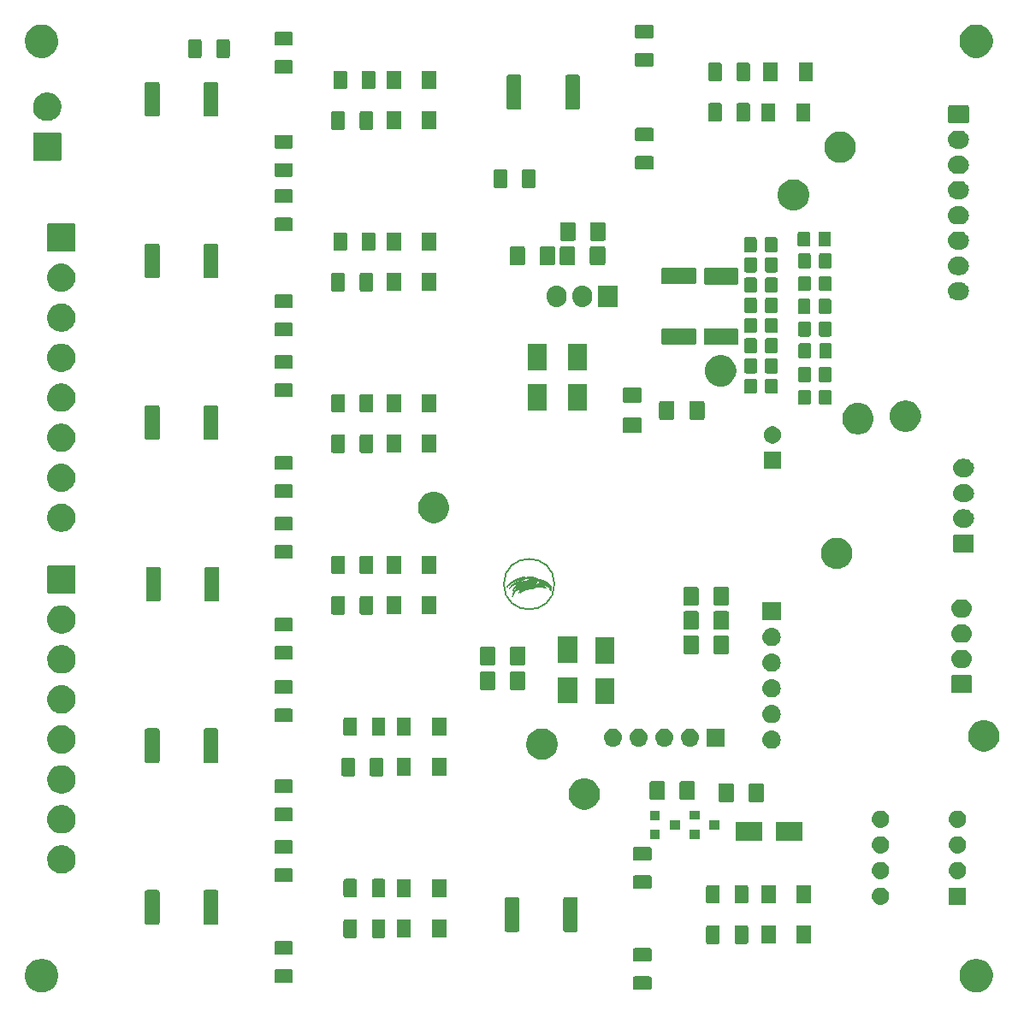
<source format=gbr>
G04 #@! TF.GenerationSoftware,KiCad,Pcbnew,(5.1.0)-1*
G04 #@! TF.CreationDate,2019-06-04T19:04:59+05:30*
G04 #@! TF.ProjectId,BQ76pl455a,42513736-706c-4343-9535-612e6b696361,rev?*
G04 #@! TF.SameCoordinates,Original*
G04 #@! TF.FileFunction,Soldermask,Bot*
G04 #@! TF.FilePolarity,Negative*
%FSLAX46Y46*%
G04 Gerber Fmt 4.6, Leading zero omitted, Abs format (unit mm)*
G04 Created by KiCad (PCBNEW (5.1.0)-1) date 2019-06-04 19:04:59*
%MOMM*%
%LPD*%
G04 APERTURE LIST*
%ADD10C,0.200000*%
%ADD11C,0.010000*%
%ADD12C,0.100000*%
G04 APERTURE END LIST*
D10*
X126320000Y-95220000D02*
G75*
G03X126320000Y-95220000I-2500000J0D01*
G01*
D11*
G36*
X123112072Y-95251391D02*
G01*
X123088076Y-95255138D01*
X123063399Y-95258926D01*
X123061975Y-95259142D01*
X123038132Y-95263699D01*
X123006414Y-95271056D01*
X122971045Y-95280149D01*
X122936246Y-95289914D01*
X122918294Y-95295370D01*
X122884524Y-95308217D01*
X122844092Y-95327084D01*
X122800337Y-95350163D01*
X122756598Y-95375644D01*
X122716213Y-95401720D01*
X122697803Y-95414798D01*
X122623026Y-95476381D01*
X122549249Y-95549625D01*
X122477370Y-95633489D01*
X122408283Y-95726935D01*
X122347961Y-95820475D01*
X122332574Y-95846501D01*
X122319474Y-95869691D01*
X122310221Y-95887220D01*
X122306602Y-95895379D01*
X122300903Y-95906093D01*
X122296373Y-95908950D01*
X122290602Y-95913778D01*
X122290450Y-95915177D01*
X122287909Y-95923305D01*
X122281080Y-95940050D01*
X122271153Y-95962571D01*
X122264479Y-95977090D01*
X122250325Y-96007504D01*
X122239404Y-96031202D01*
X122229546Y-96052962D01*
X122218582Y-96077563D01*
X122208251Y-96100926D01*
X122195623Y-96131869D01*
X122182414Y-96168297D01*
X122169201Y-96208138D01*
X122156563Y-96249325D01*
X122145074Y-96289789D01*
X122135314Y-96327460D01*
X122127858Y-96360270D01*
X122123283Y-96386150D01*
X122122167Y-96403031D01*
X122122892Y-96407002D01*
X122129439Y-96416099D01*
X122137274Y-96412588D01*
X122146419Y-96396458D01*
X122147490Y-96393949D01*
X122153652Y-96378153D01*
X122156935Y-96367695D01*
X122157100Y-96366469D01*
X122159508Y-96359059D01*
X122166003Y-96342612D01*
X122175498Y-96319690D01*
X122186904Y-96292852D01*
X122199133Y-96264660D01*
X122211095Y-96237675D01*
X122221701Y-96214456D01*
X122222032Y-96213750D01*
X122230446Y-96196821D01*
X122242157Y-96174602D01*
X122255630Y-96149842D01*
X122269329Y-96125294D01*
X122281719Y-96103706D01*
X122291266Y-96087830D01*
X122296434Y-96080416D01*
X122296452Y-96080400D01*
X122302389Y-96072779D01*
X122306325Y-96066633D01*
X122336787Y-96021398D01*
X122375060Y-95973187D01*
X122418494Y-95924771D01*
X122464437Y-95878927D01*
X122510238Y-95838428D01*
X122553246Y-95806048D01*
X122558976Y-95802267D01*
X122608104Y-95772526D01*
X122654926Y-95748980D01*
X122703382Y-95730049D01*
X122757407Y-95714155D01*
X122807975Y-95702417D01*
X122818752Y-95694311D01*
X122832223Y-95674188D01*
X122842900Y-95653599D01*
X122886938Y-95570958D01*
X122937123Y-95493988D01*
X122995451Y-95419941D01*
X123063918Y-95346070D01*
X123072653Y-95337342D01*
X123103133Y-95306505D01*
X123124454Y-95283250D01*
X123136987Y-95266764D01*
X123141106Y-95256238D01*
X123137182Y-95250858D01*
X123125588Y-95249815D01*
X123112072Y-95251391D01*
X123112072Y-95251391D01*
G37*
X123112072Y-95251391D02*
X123088076Y-95255138D01*
X123063399Y-95258926D01*
X123061975Y-95259142D01*
X123038132Y-95263699D01*
X123006414Y-95271056D01*
X122971045Y-95280149D01*
X122936246Y-95289914D01*
X122918294Y-95295370D01*
X122884524Y-95308217D01*
X122844092Y-95327084D01*
X122800337Y-95350163D01*
X122756598Y-95375644D01*
X122716213Y-95401720D01*
X122697803Y-95414798D01*
X122623026Y-95476381D01*
X122549249Y-95549625D01*
X122477370Y-95633489D01*
X122408283Y-95726935D01*
X122347961Y-95820475D01*
X122332574Y-95846501D01*
X122319474Y-95869691D01*
X122310221Y-95887220D01*
X122306602Y-95895379D01*
X122300903Y-95906093D01*
X122296373Y-95908950D01*
X122290602Y-95913778D01*
X122290450Y-95915177D01*
X122287909Y-95923305D01*
X122281080Y-95940050D01*
X122271153Y-95962571D01*
X122264479Y-95977090D01*
X122250325Y-96007504D01*
X122239404Y-96031202D01*
X122229546Y-96052962D01*
X122218582Y-96077563D01*
X122208251Y-96100926D01*
X122195623Y-96131869D01*
X122182414Y-96168297D01*
X122169201Y-96208138D01*
X122156563Y-96249325D01*
X122145074Y-96289789D01*
X122135314Y-96327460D01*
X122127858Y-96360270D01*
X122123283Y-96386150D01*
X122122167Y-96403031D01*
X122122892Y-96407002D01*
X122129439Y-96416099D01*
X122137274Y-96412588D01*
X122146419Y-96396458D01*
X122147490Y-96393949D01*
X122153652Y-96378153D01*
X122156935Y-96367695D01*
X122157100Y-96366469D01*
X122159508Y-96359059D01*
X122166003Y-96342612D01*
X122175498Y-96319690D01*
X122186904Y-96292852D01*
X122199133Y-96264660D01*
X122211095Y-96237675D01*
X122221701Y-96214456D01*
X122222032Y-96213750D01*
X122230446Y-96196821D01*
X122242157Y-96174602D01*
X122255630Y-96149842D01*
X122269329Y-96125294D01*
X122281719Y-96103706D01*
X122291266Y-96087830D01*
X122296434Y-96080416D01*
X122296452Y-96080400D01*
X122302389Y-96072779D01*
X122306325Y-96066633D01*
X122336787Y-96021398D01*
X122375060Y-95973187D01*
X122418494Y-95924771D01*
X122464437Y-95878927D01*
X122510238Y-95838428D01*
X122553246Y-95806048D01*
X122558976Y-95802267D01*
X122608104Y-95772526D01*
X122654926Y-95748980D01*
X122703382Y-95730049D01*
X122757407Y-95714155D01*
X122807975Y-95702417D01*
X122818752Y-95694311D01*
X122832223Y-95674188D01*
X122842900Y-95653599D01*
X122886938Y-95570958D01*
X122937123Y-95493988D01*
X122995451Y-95419941D01*
X123063918Y-95346070D01*
X123072653Y-95337342D01*
X123103133Y-95306505D01*
X123124454Y-95283250D01*
X123136987Y-95266764D01*
X123141106Y-95256238D01*
X123137182Y-95250858D01*
X123125588Y-95249815D01*
X123112072Y-95251391D01*
G36*
X124227253Y-95045338D02*
G01*
X124200787Y-95048680D01*
X124165401Y-95054358D01*
X124122816Y-95062096D01*
X124074800Y-95071608D01*
X124029713Y-95080913D01*
X123994442Y-95088354D01*
X123966358Y-95094585D01*
X123942828Y-95100260D01*
X123921221Y-95106032D01*
X123898907Y-95112554D01*
X123873254Y-95120479D01*
X123855725Y-95126002D01*
X123811297Y-95140159D01*
X123776687Y-95151486D01*
X123749545Y-95160796D01*
X123727522Y-95168903D01*
X123708269Y-95176617D01*
X123703325Y-95178701D01*
X123682829Y-95187389D01*
X123665450Y-95194686D01*
X123658875Y-95197408D01*
X123626341Y-95211128D01*
X123592138Y-95226268D01*
X123560008Y-95241115D01*
X123533694Y-95253955D01*
X123522350Y-95259930D01*
X123481812Y-95282992D01*
X123438628Y-95308646D01*
X123396104Y-95334847D01*
X123357547Y-95359551D01*
X123326262Y-95380715D01*
X123321403Y-95384173D01*
X123281317Y-95413370D01*
X123248623Y-95438199D01*
X123220142Y-95461329D01*
X123192695Y-95485429D01*
X123163103Y-95513169D01*
X123134004Y-95541487D01*
X123098696Y-95576789D01*
X123067981Y-95609009D01*
X123038744Y-95641607D01*
X123007869Y-95678043D01*
X122977477Y-95715275D01*
X122966001Y-95730516D01*
X122950091Y-95753066D01*
X122930869Y-95781197D01*
X122909454Y-95813178D01*
X122886971Y-95847282D01*
X122864540Y-95881779D01*
X122843283Y-95914941D01*
X122824322Y-95945038D01*
X122808778Y-95970342D01*
X122797774Y-95989125D01*
X122792432Y-95999656D01*
X122792100Y-96000968D01*
X122789138Y-96007446D01*
X122781483Y-96021400D01*
X122773785Y-96034703D01*
X122762745Y-96054524D01*
X122754166Y-96071887D01*
X122751132Y-96079433D01*
X122750022Y-96090756D01*
X122755512Y-96093394D01*
X122765681Y-96088080D01*
X122778609Y-96075548D01*
X122786008Y-96066112D01*
X122814603Y-96027403D01*
X122837760Y-95998407D01*
X122852602Y-95982066D01*
X122861663Y-95972345D01*
X122876819Y-95955326D01*
X122895959Y-95933408D01*
X122916972Y-95908986D01*
X122917004Y-95908950D01*
X122953368Y-95868518D01*
X122995846Y-95824769D01*
X123041279Y-95780727D01*
X123086511Y-95739418D01*
X123128382Y-95703865D01*
X123143778Y-95691706D01*
X123176496Y-95666643D01*
X123200602Y-95648394D01*
X123217495Y-95635956D01*
X123228569Y-95628323D01*
X123235221Y-95624491D01*
X123238612Y-95623460D01*
X123246571Y-95619762D01*
X123259934Y-95610890D01*
X123264012Y-95607870D01*
X123280215Y-95597141D01*
X123304170Y-95583254D01*
X123333632Y-95567314D01*
X123366359Y-95550423D01*
X123400105Y-95533686D01*
X123432627Y-95518207D01*
X123461681Y-95505090D01*
X123485023Y-95495438D01*
X123500409Y-95490356D01*
X123503907Y-95489850D01*
X123516434Y-95486431D01*
X123519493Y-95484295D01*
X123528771Y-95479997D01*
X123548028Y-95473883D01*
X123574776Y-95466564D01*
X123606528Y-95458652D01*
X123640798Y-95450760D01*
X123675098Y-95443499D01*
X123706941Y-95437480D01*
X123716025Y-95435946D01*
X123743387Y-95432346D01*
X123779390Y-95428836D01*
X123819977Y-95425750D01*
X123861094Y-95423425D01*
X123874775Y-95422855D01*
X123976375Y-95419078D01*
X124020517Y-95370326D01*
X124063537Y-95323929D01*
X124102236Y-95285219D01*
X124138768Y-95252832D01*
X124175287Y-95225404D01*
X124213950Y-95201572D01*
X124256909Y-95179973D01*
X124306322Y-95159244D01*
X124364342Y-95138021D01*
X124414525Y-95121051D01*
X124461794Y-95105234D01*
X124498221Y-95092510D01*
X124525122Y-95082289D01*
X124543811Y-95073982D01*
X124555601Y-95067000D01*
X124561806Y-95060754D01*
X124563741Y-95054655D01*
X124563750Y-95054144D01*
X124561708Y-95048865D01*
X124554430Y-95046229D01*
X124540188Y-95046265D01*
X124517258Y-95048999D01*
X124483910Y-95054458D01*
X124478025Y-95055492D01*
X124416020Y-95062019D01*
X124350325Y-95061187D01*
X124287514Y-95053118D01*
X124281175Y-95051818D01*
X124261721Y-95047833D01*
X124247268Y-95045181D01*
X124243075Y-95044608D01*
X124227253Y-95045338D01*
X124227253Y-95045338D01*
G37*
X124227253Y-95045338D02*
X124200787Y-95048680D01*
X124165401Y-95054358D01*
X124122816Y-95062096D01*
X124074800Y-95071608D01*
X124029713Y-95080913D01*
X123994442Y-95088354D01*
X123966358Y-95094585D01*
X123942828Y-95100260D01*
X123921221Y-95106032D01*
X123898907Y-95112554D01*
X123873254Y-95120479D01*
X123855725Y-95126002D01*
X123811297Y-95140159D01*
X123776687Y-95151486D01*
X123749545Y-95160796D01*
X123727522Y-95168903D01*
X123708269Y-95176617D01*
X123703325Y-95178701D01*
X123682829Y-95187389D01*
X123665450Y-95194686D01*
X123658875Y-95197408D01*
X123626341Y-95211128D01*
X123592138Y-95226268D01*
X123560008Y-95241115D01*
X123533694Y-95253955D01*
X123522350Y-95259930D01*
X123481812Y-95282992D01*
X123438628Y-95308646D01*
X123396104Y-95334847D01*
X123357547Y-95359551D01*
X123326262Y-95380715D01*
X123321403Y-95384173D01*
X123281317Y-95413370D01*
X123248623Y-95438199D01*
X123220142Y-95461329D01*
X123192695Y-95485429D01*
X123163103Y-95513169D01*
X123134004Y-95541487D01*
X123098696Y-95576789D01*
X123067981Y-95609009D01*
X123038744Y-95641607D01*
X123007869Y-95678043D01*
X122977477Y-95715275D01*
X122966001Y-95730516D01*
X122950091Y-95753066D01*
X122930869Y-95781197D01*
X122909454Y-95813178D01*
X122886971Y-95847282D01*
X122864540Y-95881779D01*
X122843283Y-95914941D01*
X122824322Y-95945038D01*
X122808778Y-95970342D01*
X122797774Y-95989125D01*
X122792432Y-95999656D01*
X122792100Y-96000968D01*
X122789138Y-96007446D01*
X122781483Y-96021400D01*
X122773785Y-96034703D01*
X122762745Y-96054524D01*
X122754166Y-96071887D01*
X122751132Y-96079433D01*
X122750022Y-96090756D01*
X122755512Y-96093394D01*
X122765681Y-96088080D01*
X122778609Y-96075548D01*
X122786008Y-96066112D01*
X122814603Y-96027403D01*
X122837760Y-95998407D01*
X122852602Y-95982066D01*
X122861663Y-95972345D01*
X122876819Y-95955326D01*
X122895959Y-95933408D01*
X122916972Y-95908986D01*
X122917004Y-95908950D01*
X122953368Y-95868518D01*
X122995846Y-95824769D01*
X123041279Y-95780727D01*
X123086511Y-95739418D01*
X123128382Y-95703865D01*
X123143778Y-95691706D01*
X123176496Y-95666643D01*
X123200602Y-95648394D01*
X123217495Y-95635956D01*
X123228569Y-95628323D01*
X123235221Y-95624491D01*
X123238612Y-95623460D01*
X123246571Y-95619762D01*
X123259934Y-95610890D01*
X123264012Y-95607870D01*
X123280215Y-95597141D01*
X123304170Y-95583254D01*
X123333632Y-95567314D01*
X123366359Y-95550423D01*
X123400105Y-95533686D01*
X123432627Y-95518207D01*
X123461681Y-95505090D01*
X123485023Y-95495438D01*
X123500409Y-95490356D01*
X123503907Y-95489850D01*
X123516434Y-95486431D01*
X123519493Y-95484295D01*
X123528771Y-95479997D01*
X123548028Y-95473883D01*
X123574776Y-95466564D01*
X123606528Y-95458652D01*
X123640798Y-95450760D01*
X123675098Y-95443499D01*
X123706941Y-95437480D01*
X123716025Y-95435946D01*
X123743387Y-95432346D01*
X123779390Y-95428836D01*
X123819977Y-95425750D01*
X123861094Y-95423425D01*
X123874775Y-95422855D01*
X123976375Y-95419078D01*
X124020517Y-95370326D01*
X124063537Y-95323929D01*
X124102236Y-95285219D01*
X124138768Y-95252832D01*
X124175287Y-95225404D01*
X124213950Y-95201572D01*
X124256909Y-95179973D01*
X124306322Y-95159244D01*
X124364342Y-95138021D01*
X124414525Y-95121051D01*
X124461794Y-95105234D01*
X124498221Y-95092510D01*
X124525122Y-95082289D01*
X124543811Y-95073982D01*
X124555601Y-95067000D01*
X124561806Y-95060754D01*
X124563741Y-95054655D01*
X124563750Y-95054144D01*
X124561708Y-95048865D01*
X124554430Y-95046229D01*
X124540188Y-95046265D01*
X124517258Y-95048999D01*
X124483910Y-95054458D01*
X124478025Y-95055492D01*
X124416020Y-95062019D01*
X124350325Y-95061187D01*
X124287514Y-95053118D01*
X124281175Y-95051818D01*
X124261721Y-95047833D01*
X124247268Y-95045181D01*
X124243075Y-95044608D01*
X124227253Y-95045338D01*
G36*
X123903860Y-95468025D02*
G01*
X123886056Y-95473110D01*
X123861024Y-95478768D01*
X123834110Y-95483793D01*
X123833500Y-95483893D01*
X123718771Y-95505401D01*
X123613844Y-95530900D01*
X123516247Y-95561126D01*
X123423507Y-95596816D01*
X123363600Y-95623797D01*
X123334506Y-95637798D01*
X123311581Y-95649353D01*
X123291418Y-95660414D01*
X123270610Y-95672932D01*
X123245751Y-95688859D01*
X123217137Y-95707695D01*
X123179089Y-95736311D01*
X123137588Y-95773442D01*
X123095202Y-95816419D01*
X123054494Y-95862573D01*
X123018031Y-95909234D01*
X123003560Y-95929880D01*
X122992373Y-95946884D01*
X122984769Y-95959171D01*
X122982600Y-95963476D01*
X122979732Y-95969740D01*
X122972047Y-95984470D01*
X122960929Y-96005043D01*
X122954678Y-96016406D01*
X122940682Y-96042698D01*
X122933087Y-96059928D01*
X122931434Y-96069725D01*
X122935264Y-96073714D01*
X122938438Y-96074050D01*
X122944405Y-96069686D01*
X122956874Y-96057922D01*
X122973799Y-96040749D01*
X122986592Y-96027228D01*
X123018394Y-95994868D01*
X123052377Y-95963320D01*
X123086191Y-95934543D01*
X123117483Y-95910495D01*
X123143900Y-95893134D01*
X123154050Y-95887801D01*
X123164876Y-95882169D01*
X123181849Y-95872738D01*
X123192150Y-95866839D01*
X123231533Y-95846304D01*
X123280532Y-95824310D01*
X123336304Y-95801856D01*
X123396007Y-95779945D01*
X123456796Y-95759575D01*
X123515830Y-95741748D01*
X123570265Y-95727465D01*
X123614425Y-95718212D01*
X123636162Y-95714295D01*
X123664805Y-95708966D01*
X123694802Y-95703260D01*
X123700150Y-95702228D01*
X123761297Y-95690910D01*
X123813038Y-95682506D01*
X123855725Y-95676836D01*
X123878139Y-95674209D01*
X123907115Y-95670781D01*
X123936606Y-95667268D01*
X123938275Y-95667068D01*
X123962809Y-95664715D01*
X123996353Y-95662305D01*
X124035223Y-95660065D01*
X124075732Y-95658220D01*
X124093850Y-95657567D01*
X124137955Y-95656042D01*
X124171092Y-95654541D01*
X124194989Y-95652760D01*
X124211376Y-95650392D01*
X124221981Y-95647134D01*
X124228532Y-95642681D01*
X124232757Y-95636728D01*
X124234700Y-95632737D01*
X124238669Y-95620157D01*
X124236826Y-95610437D01*
X124227921Y-95603089D01*
X124210705Y-95597625D01*
X124183927Y-95593558D01*
X124146338Y-95590399D01*
X124122615Y-95588982D01*
X124104133Y-95588019D01*
X124089896Y-95586589D01*
X124078084Y-95583403D01*
X124066877Y-95577172D01*
X124054453Y-95566605D01*
X124038992Y-95550415D01*
X124018673Y-95527311D01*
X123992250Y-95496671D01*
X123970533Y-95474776D01*
X123950709Y-95463423D01*
X123929508Y-95461550D01*
X123903860Y-95468025D01*
X123903860Y-95468025D01*
G37*
X123903860Y-95468025D02*
X123886056Y-95473110D01*
X123861024Y-95478768D01*
X123834110Y-95483793D01*
X123833500Y-95483893D01*
X123718771Y-95505401D01*
X123613844Y-95530900D01*
X123516247Y-95561126D01*
X123423507Y-95596816D01*
X123363600Y-95623797D01*
X123334506Y-95637798D01*
X123311581Y-95649353D01*
X123291418Y-95660414D01*
X123270610Y-95672932D01*
X123245751Y-95688859D01*
X123217137Y-95707695D01*
X123179089Y-95736311D01*
X123137588Y-95773442D01*
X123095202Y-95816419D01*
X123054494Y-95862573D01*
X123018031Y-95909234D01*
X123003560Y-95929880D01*
X122992373Y-95946884D01*
X122984769Y-95959171D01*
X122982600Y-95963476D01*
X122979732Y-95969740D01*
X122972047Y-95984470D01*
X122960929Y-96005043D01*
X122954678Y-96016406D01*
X122940682Y-96042698D01*
X122933087Y-96059928D01*
X122931434Y-96069725D01*
X122935264Y-96073714D01*
X122938438Y-96074050D01*
X122944405Y-96069686D01*
X122956874Y-96057922D01*
X122973799Y-96040749D01*
X122986592Y-96027228D01*
X123018394Y-95994868D01*
X123052377Y-95963320D01*
X123086191Y-95934543D01*
X123117483Y-95910495D01*
X123143900Y-95893134D01*
X123154050Y-95887801D01*
X123164876Y-95882169D01*
X123181849Y-95872738D01*
X123192150Y-95866839D01*
X123231533Y-95846304D01*
X123280532Y-95824310D01*
X123336304Y-95801856D01*
X123396007Y-95779945D01*
X123456796Y-95759575D01*
X123515830Y-95741748D01*
X123570265Y-95727465D01*
X123614425Y-95718212D01*
X123636162Y-95714295D01*
X123664805Y-95708966D01*
X123694802Y-95703260D01*
X123700150Y-95702228D01*
X123761297Y-95690910D01*
X123813038Y-95682506D01*
X123855725Y-95676836D01*
X123878139Y-95674209D01*
X123907115Y-95670781D01*
X123936606Y-95667268D01*
X123938275Y-95667068D01*
X123962809Y-95664715D01*
X123996353Y-95662305D01*
X124035223Y-95660065D01*
X124075732Y-95658220D01*
X124093850Y-95657567D01*
X124137955Y-95656042D01*
X124171092Y-95654541D01*
X124194989Y-95652760D01*
X124211376Y-95650392D01*
X124221981Y-95647134D01*
X124228532Y-95642681D01*
X124232757Y-95636728D01*
X124234700Y-95632737D01*
X124238669Y-95620157D01*
X124236826Y-95610437D01*
X124227921Y-95603089D01*
X124210705Y-95597625D01*
X124183927Y-95593558D01*
X124146338Y-95590399D01*
X124122615Y-95588982D01*
X124104133Y-95588019D01*
X124089896Y-95586589D01*
X124078084Y-95583403D01*
X124066877Y-95577172D01*
X124054453Y-95566605D01*
X124038992Y-95550415D01*
X124018673Y-95527311D01*
X123992250Y-95496671D01*
X123970533Y-95474776D01*
X123950709Y-95463423D01*
X123929508Y-95461550D01*
X123903860Y-95468025D01*
G36*
X124625988Y-94678461D02*
G01*
X124621692Y-94682683D01*
X124620980Y-94690773D01*
X124625525Y-94709341D01*
X124638374Y-94735120D01*
X124658582Y-94766620D01*
X124685204Y-94802349D01*
X124712975Y-94835862D01*
X124752812Y-94883710D01*
X124783278Y-94924962D01*
X124804903Y-94960977D01*
X124818216Y-94993114D01*
X124823745Y-95022732D01*
X124822021Y-95051192D01*
X124813573Y-95079851D01*
X124810654Y-95086796D01*
X124793344Y-95114411D01*
X124767461Y-95137199D01*
X124732076Y-95155634D01*
X124686257Y-95170192D01*
X124629075Y-95181348D01*
X124624075Y-95182094D01*
X124603171Y-95185278D01*
X124576947Y-95189435D01*
X124560575Y-95192103D01*
X124533006Y-95196492D01*
X124500934Y-95201363D01*
X124478025Y-95204700D01*
X124391597Y-95219207D01*
X124316754Y-95236740D01*
X124252661Y-95257668D01*
X124198484Y-95282364D01*
X124153387Y-95311200D01*
X124116536Y-95344546D01*
X124090901Y-95376968D01*
X124077815Y-95398239D01*
X124071039Y-95415967D01*
X124068629Y-95436263D01*
X124068451Y-95447530D01*
X124071258Y-95482936D01*
X124080597Y-95509211D01*
X124097845Y-95528832D01*
X124121492Y-95542953D01*
X124135914Y-95549458D01*
X124147912Y-95553499D01*
X124160603Y-95555281D01*
X124177105Y-95555010D01*
X124200539Y-95552890D01*
X124227200Y-95549907D01*
X124257882Y-95546226D01*
X124285240Y-95542624D01*
X124306016Y-95539550D01*
X124316100Y-95537679D01*
X124329694Y-95535121D01*
X124351771Y-95531759D01*
X124378194Y-95528211D01*
X124385950Y-95527251D01*
X124412845Y-95523939D01*
X124436578Y-95520926D01*
X124453016Y-95518739D01*
X124455800Y-95518339D01*
X124572057Y-95504198D01*
X124692609Y-95495498D01*
X124813819Y-95492311D01*
X124932052Y-95494707D01*
X125043672Y-95502757D01*
X125074925Y-95506237D01*
X125130109Y-95513086D01*
X125175947Y-95519249D01*
X125215730Y-95525319D01*
X125252746Y-95531893D01*
X125290285Y-95539566D01*
X125331638Y-95548933D01*
X125380093Y-95560588D01*
X125393488Y-95563877D01*
X125433440Y-95572859D01*
X125462045Y-95577104D01*
X125479828Y-95576383D01*
X125487313Y-95570468D01*
X125485025Y-95559132D01*
X125473489Y-95542146D01*
X125465438Y-95532618D01*
X125425105Y-95493736D01*
X125378336Y-95462337D01*
X125328925Y-95439031D01*
X125304081Y-95429031D01*
X125282549Y-95420351D01*
X125267988Y-95414467D01*
X125265425Y-95413427D01*
X125259081Y-95410972D01*
X125251923Y-95408687D01*
X125241958Y-95406122D01*
X125227189Y-95402829D01*
X125205622Y-95398358D01*
X125175260Y-95392262D01*
X125141600Y-95385575D01*
X125103632Y-95378330D01*
X125068078Y-95372274D01*
X125033226Y-95367282D01*
X124997364Y-95363227D01*
X124958780Y-95359986D01*
X124915762Y-95357433D01*
X124866599Y-95355442D01*
X124809578Y-95353889D01*
X124742987Y-95352648D01*
X124679356Y-95351767D01*
X124623886Y-95351010D01*
X124572692Y-95350177D01*
X124527094Y-95349300D01*
X124488411Y-95348410D01*
X124457962Y-95347538D01*
X124437067Y-95346717D01*
X124427044Y-95345977D01*
X124426363Y-95345720D01*
X124435932Y-95341516D01*
X124456352Y-95336204D01*
X124485854Y-95330084D01*
X124522667Y-95323453D01*
X124565021Y-95316608D01*
X124611145Y-95309846D01*
X124659270Y-95303464D01*
X124707624Y-95297761D01*
X124719325Y-95296499D01*
X124761954Y-95293054D01*
X124813654Y-95290558D01*
X124871397Y-95289015D01*
X124932154Y-95288424D01*
X124992897Y-95288788D01*
X125050599Y-95290108D01*
X125102230Y-95292386D01*
X125144763Y-95295622D01*
X125151125Y-95296296D01*
X125263374Y-95312258D01*
X125364974Y-95334017D01*
X125456734Y-95361887D01*
X125539463Y-95396184D01*
X125613970Y-95437226D01*
X125681063Y-95485327D01*
X125718396Y-95517990D01*
X125769554Y-95573332D01*
X125811993Y-95635326D01*
X125846403Y-95705246D01*
X125873478Y-95784361D01*
X125882688Y-95820050D01*
X125889577Y-95835828D01*
X125899518Y-95844384D01*
X125903600Y-95844922D01*
X125911113Y-95842288D01*
X125922650Y-95837258D01*
X125936223Y-95829512D01*
X125943312Y-95823400D01*
X125947948Y-95813631D01*
X125954489Y-95795948D01*
X125961494Y-95774691D01*
X125967522Y-95754197D01*
X125970790Y-95740675D01*
X125982445Y-95655328D01*
X125982777Y-95575005D01*
X125971527Y-95498500D01*
X125948439Y-95424606D01*
X125913256Y-95352117D01*
X125875446Y-95293224D01*
X125861726Y-95275753D01*
X125842373Y-95253567D01*
X125819035Y-95228306D01*
X125793363Y-95201613D01*
X125767006Y-95175129D01*
X125741615Y-95150494D01*
X125718839Y-95129352D01*
X125700328Y-95113342D01*
X125687733Y-95104106D01*
X125683722Y-95102500D01*
X125675315Y-95098254D01*
X125663524Y-95087904D01*
X125662301Y-95086625D01*
X125650615Y-95075864D01*
X125642018Y-95070805D01*
X125641470Y-95070750D01*
X125633377Y-95067092D01*
X125619524Y-95057805D01*
X125611500Y-95051700D01*
X125596758Y-95040571D01*
X125586333Y-95033709D01*
X125583797Y-95032650D01*
X125577113Y-95029444D01*
X125562594Y-95020929D01*
X125543027Y-95008756D01*
X125537086Y-95004958D01*
X125515030Y-94991793D01*
X125485231Y-94975488D01*
X125449400Y-94956848D01*
X125409248Y-94936679D01*
X125366486Y-94915783D01*
X125322824Y-94894967D01*
X125279975Y-94875035D01*
X125239649Y-94856792D01*
X125203556Y-94841041D01*
X125173408Y-94828588D01*
X125150915Y-94820238D01*
X125137789Y-94816795D01*
X125136891Y-94816749D01*
X125127447Y-94814124D01*
X125112849Y-94807766D01*
X125112054Y-94807372D01*
X125094933Y-94799970D01*
X125080916Y-94795626D01*
X125065363Y-94791635D01*
X125059050Y-94789444D01*
X125044243Y-94784075D01*
X125021232Y-94776328D01*
X124993982Y-94767475D01*
X124966455Y-94758785D01*
X124942614Y-94751529D01*
X124927172Y-94747168D01*
X124907075Y-94741750D01*
X124882104Y-94734691D01*
X124868550Y-94730736D01*
X124804124Y-94712100D01*
X124751004Y-94697701D01*
X124708578Y-94687389D01*
X124676235Y-94681012D01*
X124657413Y-94678659D01*
X124636888Y-94677455D01*
X124625988Y-94678461D01*
X124625988Y-94678461D01*
G37*
X124625988Y-94678461D02*
X124621692Y-94682683D01*
X124620980Y-94690773D01*
X124625525Y-94709341D01*
X124638374Y-94735120D01*
X124658582Y-94766620D01*
X124685204Y-94802349D01*
X124712975Y-94835862D01*
X124752812Y-94883710D01*
X124783278Y-94924962D01*
X124804903Y-94960977D01*
X124818216Y-94993114D01*
X124823745Y-95022732D01*
X124822021Y-95051192D01*
X124813573Y-95079851D01*
X124810654Y-95086796D01*
X124793344Y-95114411D01*
X124767461Y-95137199D01*
X124732076Y-95155634D01*
X124686257Y-95170192D01*
X124629075Y-95181348D01*
X124624075Y-95182094D01*
X124603171Y-95185278D01*
X124576947Y-95189435D01*
X124560575Y-95192103D01*
X124533006Y-95196492D01*
X124500934Y-95201363D01*
X124478025Y-95204700D01*
X124391597Y-95219207D01*
X124316754Y-95236740D01*
X124252661Y-95257668D01*
X124198484Y-95282364D01*
X124153387Y-95311200D01*
X124116536Y-95344546D01*
X124090901Y-95376968D01*
X124077815Y-95398239D01*
X124071039Y-95415967D01*
X124068629Y-95436263D01*
X124068451Y-95447530D01*
X124071258Y-95482936D01*
X124080597Y-95509211D01*
X124097845Y-95528832D01*
X124121492Y-95542953D01*
X124135914Y-95549458D01*
X124147912Y-95553499D01*
X124160603Y-95555281D01*
X124177105Y-95555010D01*
X124200539Y-95552890D01*
X124227200Y-95549907D01*
X124257882Y-95546226D01*
X124285240Y-95542624D01*
X124306016Y-95539550D01*
X124316100Y-95537679D01*
X124329694Y-95535121D01*
X124351771Y-95531759D01*
X124378194Y-95528211D01*
X124385950Y-95527251D01*
X124412845Y-95523939D01*
X124436578Y-95520926D01*
X124453016Y-95518739D01*
X124455800Y-95518339D01*
X124572057Y-95504198D01*
X124692609Y-95495498D01*
X124813819Y-95492311D01*
X124932052Y-95494707D01*
X125043672Y-95502757D01*
X125074925Y-95506237D01*
X125130109Y-95513086D01*
X125175947Y-95519249D01*
X125215730Y-95525319D01*
X125252746Y-95531893D01*
X125290285Y-95539566D01*
X125331638Y-95548933D01*
X125380093Y-95560588D01*
X125393488Y-95563877D01*
X125433440Y-95572859D01*
X125462045Y-95577104D01*
X125479828Y-95576383D01*
X125487313Y-95570468D01*
X125485025Y-95559132D01*
X125473489Y-95542146D01*
X125465438Y-95532618D01*
X125425105Y-95493736D01*
X125378336Y-95462337D01*
X125328925Y-95439031D01*
X125304081Y-95429031D01*
X125282549Y-95420351D01*
X125267988Y-95414467D01*
X125265425Y-95413427D01*
X125259081Y-95410972D01*
X125251923Y-95408687D01*
X125241958Y-95406122D01*
X125227189Y-95402829D01*
X125205622Y-95398358D01*
X125175260Y-95392262D01*
X125141600Y-95385575D01*
X125103632Y-95378330D01*
X125068078Y-95372274D01*
X125033226Y-95367282D01*
X124997364Y-95363227D01*
X124958780Y-95359986D01*
X124915762Y-95357433D01*
X124866599Y-95355442D01*
X124809578Y-95353889D01*
X124742987Y-95352648D01*
X124679356Y-95351767D01*
X124623886Y-95351010D01*
X124572692Y-95350177D01*
X124527094Y-95349300D01*
X124488411Y-95348410D01*
X124457962Y-95347538D01*
X124437067Y-95346717D01*
X124427044Y-95345977D01*
X124426363Y-95345720D01*
X124435932Y-95341516D01*
X124456352Y-95336204D01*
X124485854Y-95330084D01*
X124522667Y-95323453D01*
X124565021Y-95316608D01*
X124611145Y-95309846D01*
X124659270Y-95303464D01*
X124707624Y-95297761D01*
X124719325Y-95296499D01*
X124761954Y-95293054D01*
X124813654Y-95290558D01*
X124871397Y-95289015D01*
X124932154Y-95288424D01*
X124992897Y-95288788D01*
X125050599Y-95290108D01*
X125102230Y-95292386D01*
X125144763Y-95295622D01*
X125151125Y-95296296D01*
X125263374Y-95312258D01*
X125364974Y-95334017D01*
X125456734Y-95361887D01*
X125539463Y-95396184D01*
X125613970Y-95437226D01*
X125681063Y-95485327D01*
X125718396Y-95517990D01*
X125769554Y-95573332D01*
X125811993Y-95635326D01*
X125846403Y-95705246D01*
X125873478Y-95784361D01*
X125882688Y-95820050D01*
X125889577Y-95835828D01*
X125899518Y-95844384D01*
X125903600Y-95844922D01*
X125911113Y-95842288D01*
X125922650Y-95837258D01*
X125936223Y-95829512D01*
X125943312Y-95823400D01*
X125947948Y-95813631D01*
X125954489Y-95795948D01*
X125961494Y-95774691D01*
X125967522Y-95754197D01*
X125970790Y-95740675D01*
X125982445Y-95655328D01*
X125982777Y-95575005D01*
X125971527Y-95498500D01*
X125948439Y-95424606D01*
X125913256Y-95352117D01*
X125875446Y-95293224D01*
X125861726Y-95275753D01*
X125842373Y-95253567D01*
X125819035Y-95228306D01*
X125793363Y-95201613D01*
X125767006Y-95175129D01*
X125741615Y-95150494D01*
X125718839Y-95129352D01*
X125700328Y-95113342D01*
X125687733Y-95104106D01*
X125683722Y-95102500D01*
X125675315Y-95098254D01*
X125663524Y-95087904D01*
X125662301Y-95086625D01*
X125650615Y-95075864D01*
X125642018Y-95070805D01*
X125641470Y-95070750D01*
X125633377Y-95067092D01*
X125619524Y-95057805D01*
X125611500Y-95051700D01*
X125596758Y-95040571D01*
X125586333Y-95033709D01*
X125583797Y-95032650D01*
X125577113Y-95029444D01*
X125562594Y-95020929D01*
X125543027Y-95008756D01*
X125537086Y-95004958D01*
X125515030Y-94991793D01*
X125485231Y-94975488D01*
X125449400Y-94956848D01*
X125409248Y-94936679D01*
X125366486Y-94915783D01*
X125322824Y-94894967D01*
X125279975Y-94875035D01*
X125239649Y-94856792D01*
X125203556Y-94841041D01*
X125173408Y-94828588D01*
X125150915Y-94820238D01*
X125137789Y-94816795D01*
X125136891Y-94816749D01*
X125127447Y-94814124D01*
X125112849Y-94807766D01*
X125112054Y-94807372D01*
X125094933Y-94799970D01*
X125080916Y-94795626D01*
X125065363Y-94791635D01*
X125059050Y-94789444D01*
X125044243Y-94784075D01*
X125021232Y-94776328D01*
X124993982Y-94767475D01*
X124966455Y-94758785D01*
X124942614Y-94751529D01*
X124927172Y-94747168D01*
X124907075Y-94741750D01*
X124882104Y-94734691D01*
X124868550Y-94730736D01*
X124804124Y-94712100D01*
X124751004Y-94697701D01*
X124708578Y-94687389D01*
X124676235Y-94681012D01*
X124657413Y-94678659D01*
X124636888Y-94677455D01*
X124625988Y-94678461D01*
G36*
X123603137Y-94844366D02*
G01*
X123575945Y-94847354D01*
X123546123Y-94850588D01*
X123535050Y-94851776D01*
X123513767Y-94854757D01*
X123483224Y-94859949D01*
X123446544Y-94866729D01*
X123406847Y-94874475D01*
X123367254Y-94882565D01*
X123330887Y-94890375D01*
X123300866Y-94897283D01*
X123281050Y-94902448D01*
X123258418Y-94909071D01*
X123231103Y-94917035D01*
X123214375Y-94921898D01*
X123151655Y-94942327D01*
X123082159Y-94968795D01*
X123009301Y-94999759D01*
X122936493Y-95033674D01*
X122867148Y-95068997D01*
X122804679Y-95104185D01*
X122785750Y-95115757D01*
X122699136Y-95173866D01*
X122614791Y-95237946D01*
X122534619Y-95306256D01*
X122460523Y-95377053D01*
X122394406Y-95448595D01*
X122338171Y-95519140D01*
X122325147Y-95537475D01*
X122310577Y-95557963D01*
X122298399Y-95574007D01*
X122290604Y-95583019D01*
X122289263Y-95584041D01*
X122284165Y-95591295D01*
X122284100Y-95592284D01*
X122280892Y-95600414D01*
X122272493Y-95615749D01*
X122261135Y-95634310D01*
X122245864Y-95659720D01*
X122229606Y-95689324D01*
X122213579Y-95720583D01*
X122199002Y-95750960D01*
X122187093Y-95777917D01*
X122179070Y-95798915D01*
X122176150Y-95811371D01*
X122178932Y-95823811D01*
X122187060Y-95825055D01*
X122200210Y-95815271D01*
X122218055Y-95794628D01*
X122224004Y-95786712D01*
X122239818Y-95765139D01*
X122260280Y-95737212D01*
X122282538Y-95706827D01*
X122300327Y-95682537D01*
X122317470Y-95660036D01*
X122338658Y-95633617D01*
X122362446Y-95604930D01*
X122387388Y-95575627D01*
X122412035Y-95547362D01*
X122434943Y-95521784D01*
X122454665Y-95500547D01*
X122469754Y-95485301D01*
X122478764Y-95477699D01*
X122480177Y-95477150D01*
X122486693Y-95473069D01*
X122499287Y-95462448D01*
X122512906Y-95449798D01*
X122534422Y-95430516D01*
X122559785Y-95409828D01*
X122576200Y-95397505D01*
X122594918Y-95384051D01*
X122609843Y-95373163D01*
X122617475Y-95367408D01*
X122641634Y-95350111D01*
X122674907Y-95329546D01*
X122714605Y-95307131D01*
X122758039Y-95284285D01*
X122802519Y-95262426D01*
X122845355Y-95242973D01*
X122881000Y-95228420D01*
X122967781Y-95199836D01*
X123055249Y-95179308D01*
X123140235Y-95167466D01*
X123201675Y-95164663D01*
X123236820Y-95160994D01*
X123266178Y-95148711D01*
X123293750Y-95126432D01*
X123316026Y-95106787D01*
X123347146Y-95082589D01*
X123384841Y-95055435D01*
X123426843Y-95026922D01*
X123470884Y-94998646D01*
X123503300Y-94978905D01*
X123532091Y-94961694D01*
X123558351Y-94945787D01*
X123579392Y-94932825D01*
X123592530Y-94924448D01*
X123593531Y-94923772D01*
X123607189Y-94915610D01*
X123616639Y-94912008D01*
X123616890Y-94912000D01*
X123626398Y-94908124D01*
X123631703Y-94904062D01*
X123644560Y-94894268D01*
X123652794Y-94889134D01*
X123663048Y-94877788D01*
X123667213Y-94865543D01*
X123664936Y-94852580D01*
X123653664Y-94845005D01*
X123632401Y-94842491D01*
X123603137Y-94844366D01*
X123603137Y-94844366D01*
G37*
X123603137Y-94844366D02*
X123575945Y-94847354D01*
X123546123Y-94850588D01*
X123535050Y-94851776D01*
X123513767Y-94854757D01*
X123483224Y-94859949D01*
X123446544Y-94866729D01*
X123406847Y-94874475D01*
X123367254Y-94882565D01*
X123330887Y-94890375D01*
X123300866Y-94897283D01*
X123281050Y-94902448D01*
X123258418Y-94909071D01*
X123231103Y-94917035D01*
X123214375Y-94921898D01*
X123151655Y-94942327D01*
X123082159Y-94968795D01*
X123009301Y-94999759D01*
X122936493Y-95033674D01*
X122867148Y-95068997D01*
X122804679Y-95104185D01*
X122785750Y-95115757D01*
X122699136Y-95173866D01*
X122614791Y-95237946D01*
X122534619Y-95306256D01*
X122460523Y-95377053D01*
X122394406Y-95448595D01*
X122338171Y-95519140D01*
X122325147Y-95537475D01*
X122310577Y-95557963D01*
X122298399Y-95574007D01*
X122290604Y-95583019D01*
X122289263Y-95584041D01*
X122284165Y-95591295D01*
X122284100Y-95592284D01*
X122280892Y-95600414D01*
X122272493Y-95615749D01*
X122261135Y-95634310D01*
X122245864Y-95659720D01*
X122229606Y-95689324D01*
X122213579Y-95720583D01*
X122199002Y-95750960D01*
X122187093Y-95777917D01*
X122179070Y-95798915D01*
X122176150Y-95811371D01*
X122178932Y-95823811D01*
X122187060Y-95825055D01*
X122200210Y-95815271D01*
X122218055Y-95794628D01*
X122224004Y-95786712D01*
X122239818Y-95765139D01*
X122260280Y-95737212D01*
X122282538Y-95706827D01*
X122300327Y-95682537D01*
X122317470Y-95660036D01*
X122338658Y-95633617D01*
X122362446Y-95604930D01*
X122387388Y-95575627D01*
X122412035Y-95547362D01*
X122434943Y-95521784D01*
X122454665Y-95500547D01*
X122469754Y-95485301D01*
X122478764Y-95477699D01*
X122480177Y-95477150D01*
X122486693Y-95473069D01*
X122499287Y-95462448D01*
X122512906Y-95449798D01*
X122534422Y-95430516D01*
X122559785Y-95409828D01*
X122576200Y-95397505D01*
X122594918Y-95384051D01*
X122609843Y-95373163D01*
X122617475Y-95367408D01*
X122641634Y-95350111D01*
X122674907Y-95329546D01*
X122714605Y-95307131D01*
X122758039Y-95284285D01*
X122802519Y-95262426D01*
X122845355Y-95242973D01*
X122881000Y-95228420D01*
X122967781Y-95199836D01*
X123055249Y-95179308D01*
X123140235Y-95167466D01*
X123201675Y-95164663D01*
X123236820Y-95160994D01*
X123266178Y-95148711D01*
X123293750Y-95126432D01*
X123316026Y-95106787D01*
X123347146Y-95082589D01*
X123384841Y-95055435D01*
X123426843Y-95026922D01*
X123470884Y-94998646D01*
X123503300Y-94978905D01*
X123532091Y-94961694D01*
X123558351Y-94945787D01*
X123579392Y-94932825D01*
X123592530Y-94924448D01*
X123593531Y-94923772D01*
X123607189Y-94915610D01*
X123616639Y-94912008D01*
X123616890Y-94912000D01*
X123626398Y-94908124D01*
X123631703Y-94904062D01*
X123644560Y-94894268D01*
X123652794Y-94889134D01*
X123663048Y-94877788D01*
X123667213Y-94865543D01*
X123664936Y-94852580D01*
X123653664Y-94845005D01*
X123632401Y-94842491D01*
X123603137Y-94844366D01*
G36*
X122875061Y-94921069D02*
G01*
X122834830Y-94923971D01*
X122833361Y-94924096D01*
X122781405Y-94928886D01*
X122738754Y-94933792D01*
X122702020Y-94939440D01*
X122667818Y-94946456D01*
X122632762Y-94955467D01*
X122593466Y-94967100D01*
X122582550Y-94970502D01*
X122497803Y-95001890D01*
X122411973Y-95042631D01*
X122329303Y-95090551D01*
X122272028Y-95129816D01*
X122252411Y-95144803D01*
X122227841Y-95164296D01*
X122200419Y-95186544D01*
X122172247Y-95209799D01*
X122145425Y-95232310D01*
X122122054Y-95252327D01*
X122104236Y-95268101D01*
X122094070Y-95277883D01*
X122093600Y-95278411D01*
X122086004Y-95287055D01*
X122071802Y-95303087D01*
X122052846Y-95324422D01*
X122030988Y-95348974D01*
X122024715Y-95356012D01*
X121998704Y-95385906D01*
X121971780Y-95418065D01*
X121947124Y-95448623D01*
X121927937Y-95473683D01*
X121906935Y-95502352D01*
X121882467Y-95535744D01*
X121858576Y-95568340D01*
X121849185Y-95581151D01*
X121826532Y-95613806D01*
X121812860Y-95637792D01*
X121808080Y-95653327D01*
X121812102Y-95660633D01*
X121816269Y-95661300D01*
X121826233Y-95656920D01*
X121837455Y-95647012D01*
X121849553Y-95632103D01*
X121862920Y-95613769D01*
X121865147Y-95610500D01*
X121894101Y-95571654D01*
X121930749Y-95528961D01*
X121972112Y-95485454D01*
X122015209Y-95444165D01*
X122057061Y-95408129D01*
X122084075Y-95387615D01*
X122119367Y-95362782D01*
X122147060Y-95343696D01*
X122169835Y-95328644D01*
X122190375Y-95315916D01*
X122211360Y-95303801D01*
X122235473Y-95290587D01*
X122239650Y-95288337D01*
X122267173Y-95274464D01*
X122300438Y-95259109D01*
X122336569Y-95243452D01*
X122372692Y-95228670D01*
X122405929Y-95215942D01*
X122433405Y-95206444D01*
X122451814Y-95201437D01*
X122513806Y-95188500D01*
X122566709Y-95174782D01*
X122614122Y-95159011D01*
X122659647Y-95139915D01*
X122706885Y-95116221D01*
X122731775Y-95102531D01*
X122754291Y-95089889D01*
X122774989Y-95078313D01*
X122787858Y-95071158D01*
X122797885Y-95065570D01*
X122807150Y-95060201D01*
X122817963Y-95053616D01*
X122832638Y-95044383D01*
X122853487Y-95031068D01*
X122881045Y-95013378D01*
X122907018Y-94997011D01*
X122931810Y-94981938D01*
X122951679Y-94970412D01*
X122958833Y-94966562D01*
X122977147Y-94954520D01*
X122982846Y-94943652D01*
X122975981Y-94934176D01*
X122956602Y-94926311D01*
X122949248Y-94924496D01*
X122929450Y-94921322D01*
X122905660Y-94920183D01*
X122875061Y-94921069D01*
X122875061Y-94921069D01*
G37*
X122875061Y-94921069D02*
X122834830Y-94923971D01*
X122833361Y-94924096D01*
X122781405Y-94928886D01*
X122738754Y-94933792D01*
X122702020Y-94939440D01*
X122667818Y-94946456D01*
X122632762Y-94955467D01*
X122593466Y-94967100D01*
X122582550Y-94970502D01*
X122497803Y-95001890D01*
X122411973Y-95042631D01*
X122329303Y-95090551D01*
X122272028Y-95129816D01*
X122252411Y-95144803D01*
X122227841Y-95164296D01*
X122200419Y-95186544D01*
X122172247Y-95209799D01*
X122145425Y-95232310D01*
X122122054Y-95252327D01*
X122104236Y-95268101D01*
X122094070Y-95277883D01*
X122093600Y-95278411D01*
X122086004Y-95287055D01*
X122071802Y-95303087D01*
X122052846Y-95324422D01*
X122030988Y-95348974D01*
X122024715Y-95356012D01*
X121998704Y-95385906D01*
X121971780Y-95418065D01*
X121947124Y-95448623D01*
X121927937Y-95473683D01*
X121906935Y-95502352D01*
X121882467Y-95535744D01*
X121858576Y-95568340D01*
X121849185Y-95581151D01*
X121826532Y-95613806D01*
X121812860Y-95637792D01*
X121808080Y-95653327D01*
X121812102Y-95660633D01*
X121816269Y-95661300D01*
X121826233Y-95656920D01*
X121837455Y-95647012D01*
X121849553Y-95632103D01*
X121862920Y-95613769D01*
X121865147Y-95610500D01*
X121894101Y-95571654D01*
X121930749Y-95528961D01*
X121972112Y-95485454D01*
X122015209Y-95444165D01*
X122057061Y-95408129D01*
X122084075Y-95387615D01*
X122119367Y-95362782D01*
X122147060Y-95343696D01*
X122169835Y-95328644D01*
X122190375Y-95315916D01*
X122211360Y-95303801D01*
X122235473Y-95290587D01*
X122239650Y-95288337D01*
X122267173Y-95274464D01*
X122300438Y-95259109D01*
X122336569Y-95243452D01*
X122372692Y-95228670D01*
X122405929Y-95215942D01*
X122433405Y-95206444D01*
X122451814Y-95201437D01*
X122513806Y-95188500D01*
X122566709Y-95174782D01*
X122614122Y-95159011D01*
X122659647Y-95139915D01*
X122706885Y-95116221D01*
X122731775Y-95102531D01*
X122754291Y-95089889D01*
X122774989Y-95078313D01*
X122787858Y-95071158D01*
X122797885Y-95065570D01*
X122807150Y-95060201D01*
X122817963Y-95053616D01*
X122832638Y-95044383D01*
X122853487Y-95031068D01*
X122881045Y-95013378D01*
X122907018Y-94997011D01*
X122931810Y-94981938D01*
X122951679Y-94970412D01*
X122958833Y-94966562D01*
X122977147Y-94954520D01*
X122982846Y-94943652D01*
X122975981Y-94934176D01*
X122956602Y-94926311D01*
X122949248Y-94924496D01*
X122929450Y-94921322D01*
X122905660Y-94920183D01*
X122875061Y-94921069D01*
G36*
X124094520Y-94736037D02*
G01*
X124078354Y-94740685D01*
X124058468Y-94746846D01*
X124039013Y-94753221D01*
X124024136Y-94758512D01*
X124020825Y-94759848D01*
X124007074Y-94765143D01*
X123987513Y-94772000D01*
X123979550Y-94774648D01*
X123934200Y-94791294D01*
X123881182Y-94813770D01*
X123823272Y-94840674D01*
X123763244Y-94870608D01*
X123703872Y-94902171D01*
X123647932Y-94933964D01*
X123598199Y-94964587D01*
X123582493Y-94974958D01*
X123566016Y-94985749D01*
X123554220Y-94992865D01*
X123550542Y-94994550D01*
X123543796Y-94998055D01*
X123529218Y-95007456D01*
X123509173Y-95021077D01*
X123486026Y-95037242D01*
X123462143Y-95054277D01*
X123439888Y-95070505D01*
X123421626Y-95084253D01*
X123409723Y-95093844D01*
X123407638Y-95095768D01*
X123396107Y-95106131D01*
X123380359Y-95119038D01*
X123377139Y-95121550D01*
X123341236Y-95150308D01*
X123300905Y-95184386D01*
X123257612Y-95222392D01*
X123212822Y-95262932D01*
X123168001Y-95304613D01*
X123124616Y-95346040D01*
X123084132Y-95385820D01*
X123048015Y-95422561D01*
X123017731Y-95454868D01*
X122994746Y-95481348D01*
X122984208Y-95495065D01*
X122970824Y-95513784D01*
X122959698Y-95528886D01*
X122953863Y-95536340D01*
X122947645Y-95545672D01*
X122937986Y-95562465D01*
X122928542Y-95580099D01*
X122917313Y-95604845D01*
X122914274Y-95619886D01*
X122919381Y-95625188D01*
X122932591Y-95620717D01*
X122953858Y-95606437D01*
X122957827Y-95603380D01*
X122974415Y-95589718D01*
X122997043Y-95570105D01*
X123023776Y-95546319D01*
X123052681Y-95520142D01*
X123081820Y-95493351D01*
X123109261Y-95467728D01*
X123133067Y-95445051D01*
X123151305Y-95427100D01*
X123162038Y-95415655D01*
X123162363Y-95415260D01*
X123173022Y-95404584D01*
X123190944Y-95389129D01*
X123214008Y-95370485D01*
X123240096Y-95350240D01*
X123267087Y-95329984D01*
X123292861Y-95311307D01*
X123315299Y-95295797D01*
X123332279Y-95285045D01*
X123341683Y-95280638D01*
X123341979Y-95280609D01*
X123351092Y-95276065D01*
X123360425Y-95267600D01*
X123370945Y-95258129D01*
X123377728Y-95254900D01*
X123385894Y-95251551D01*
X123400456Y-95242980D01*
X123410861Y-95236100D01*
X123426733Y-95226082D01*
X123438017Y-95220632D01*
X123441263Y-95220379D01*
X123447150Y-95218810D01*
X123452373Y-95213778D01*
X123462372Y-95205660D01*
X123467566Y-95204086D01*
X123476637Y-95201288D01*
X123492989Y-95194031D01*
X123509650Y-95185662D01*
X123531897Y-95174705D01*
X123560870Y-95161485D01*
X123591450Y-95148313D01*
X123601725Y-95144085D01*
X123627889Y-95133434D01*
X123650715Y-95124058D01*
X123666867Y-95117332D01*
X123671575Y-95115315D01*
X123684846Y-95110458D01*
X123707215Y-95103275D01*
X123735510Y-95094698D01*
X123766555Y-95085663D01*
X123797176Y-95077103D01*
X123824200Y-95069954D01*
X123833500Y-95067648D01*
X123875904Y-95057467D01*
X123909541Y-95049542D01*
X123937979Y-95043104D01*
X123964787Y-95037386D01*
X123993530Y-95031617D01*
X124027778Y-95025028D01*
X124055750Y-95019740D01*
X124079517Y-95016493D01*
X124107335Y-95014373D01*
X124120063Y-95013978D01*
X124147667Y-95011631D01*
X124172251Y-95005876D01*
X124190952Y-94997744D01*
X124200907Y-94988267D01*
X124201800Y-94984522D01*
X124199465Y-94972536D01*
X124191715Y-94956501D01*
X124177438Y-94934404D01*
X124162786Y-94914011D01*
X124150588Y-94896086D01*
X124142058Y-94879045D01*
X124136131Y-94859433D01*
X124131740Y-94833795D01*
X124128107Y-94801576D01*
X124124452Y-94780539D01*
X124118397Y-94759954D01*
X124111317Y-94743475D01*
X124104581Y-94734756D01*
X124102818Y-94734200D01*
X124094520Y-94736037D01*
X124094520Y-94736037D01*
G37*
X124094520Y-94736037D02*
X124078354Y-94740685D01*
X124058468Y-94746846D01*
X124039013Y-94753221D01*
X124024136Y-94758512D01*
X124020825Y-94759848D01*
X124007074Y-94765143D01*
X123987513Y-94772000D01*
X123979550Y-94774648D01*
X123934200Y-94791294D01*
X123881182Y-94813770D01*
X123823272Y-94840674D01*
X123763244Y-94870608D01*
X123703872Y-94902171D01*
X123647932Y-94933964D01*
X123598199Y-94964587D01*
X123582493Y-94974958D01*
X123566016Y-94985749D01*
X123554220Y-94992865D01*
X123550542Y-94994550D01*
X123543796Y-94998055D01*
X123529218Y-95007456D01*
X123509173Y-95021077D01*
X123486026Y-95037242D01*
X123462143Y-95054277D01*
X123439888Y-95070505D01*
X123421626Y-95084253D01*
X123409723Y-95093844D01*
X123407638Y-95095768D01*
X123396107Y-95106131D01*
X123380359Y-95119038D01*
X123377139Y-95121550D01*
X123341236Y-95150308D01*
X123300905Y-95184386D01*
X123257612Y-95222392D01*
X123212822Y-95262932D01*
X123168001Y-95304613D01*
X123124616Y-95346040D01*
X123084132Y-95385820D01*
X123048015Y-95422561D01*
X123017731Y-95454868D01*
X122994746Y-95481348D01*
X122984208Y-95495065D01*
X122970824Y-95513784D01*
X122959698Y-95528886D01*
X122953863Y-95536340D01*
X122947645Y-95545672D01*
X122937986Y-95562465D01*
X122928542Y-95580099D01*
X122917313Y-95604845D01*
X122914274Y-95619886D01*
X122919381Y-95625188D01*
X122932591Y-95620717D01*
X122953858Y-95606437D01*
X122957827Y-95603380D01*
X122974415Y-95589718D01*
X122997043Y-95570105D01*
X123023776Y-95546319D01*
X123052681Y-95520142D01*
X123081820Y-95493351D01*
X123109261Y-95467728D01*
X123133067Y-95445051D01*
X123151305Y-95427100D01*
X123162038Y-95415655D01*
X123162363Y-95415260D01*
X123173022Y-95404584D01*
X123190944Y-95389129D01*
X123214008Y-95370485D01*
X123240096Y-95350240D01*
X123267087Y-95329984D01*
X123292861Y-95311307D01*
X123315299Y-95295797D01*
X123332279Y-95285045D01*
X123341683Y-95280638D01*
X123341979Y-95280609D01*
X123351092Y-95276065D01*
X123360425Y-95267600D01*
X123370945Y-95258129D01*
X123377728Y-95254900D01*
X123385894Y-95251551D01*
X123400456Y-95242980D01*
X123410861Y-95236100D01*
X123426733Y-95226082D01*
X123438017Y-95220632D01*
X123441263Y-95220379D01*
X123447150Y-95218810D01*
X123452373Y-95213778D01*
X123462372Y-95205660D01*
X123467566Y-95204086D01*
X123476637Y-95201288D01*
X123492989Y-95194031D01*
X123509650Y-95185662D01*
X123531897Y-95174705D01*
X123560870Y-95161485D01*
X123591450Y-95148313D01*
X123601725Y-95144085D01*
X123627889Y-95133434D01*
X123650715Y-95124058D01*
X123666867Y-95117332D01*
X123671575Y-95115315D01*
X123684846Y-95110458D01*
X123707215Y-95103275D01*
X123735510Y-95094698D01*
X123766555Y-95085663D01*
X123797176Y-95077103D01*
X123824200Y-95069954D01*
X123833500Y-95067648D01*
X123875904Y-95057467D01*
X123909541Y-95049542D01*
X123937979Y-95043104D01*
X123964787Y-95037386D01*
X123993530Y-95031617D01*
X124027778Y-95025028D01*
X124055750Y-95019740D01*
X124079517Y-95016493D01*
X124107335Y-95014373D01*
X124120063Y-95013978D01*
X124147667Y-95011631D01*
X124172251Y-95005876D01*
X124190952Y-94997744D01*
X124200907Y-94988267D01*
X124201800Y-94984522D01*
X124199465Y-94972536D01*
X124191715Y-94956501D01*
X124177438Y-94934404D01*
X124162786Y-94914011D01*
X124150588Y-94896086D01*
X124142058Y-94879045D01*
X124136131Y-94859433D01*
X124131740Y-94833795D01*
X124128107Y-94801576D01*
X124124452Y-94780539D01*
X124118397Y-94759954D01*
X124111317Y-94743475D01*
X124104581Y-94734756D01*
X124102818Y-94734200D01*
X124094520Y-94736037D01*
G36*
X123306570Y-94488096D02*
G01*
X123292163Y-94488541D01*
X123256820Y-94489862D01*
X123224626Y-94491395D01*
X123198359Y-94492981D01*
X123180792Y-94494467D01*
X123176541Y-94495047D01*
X123154921Y-94498560D01*
X123126665Y-94502677D01*
X123097751Y-94506554D01*
X123078901Y-94508833D01*
X123065801Y-94511118D01*
X123043819Y-94515787D01*
X123016376Y-94522089D01*
X122995300Y-94527182D01*
X122955633Y-94536987D01*
X122926304Y-94544301D01*
X122905320Y-94549663D01*
X122890685Y-94553610D01*
X122880406Y-94556680D01*
X122872487Y-94559409D01*
X122865125Y-94562259D01*
X122852361Y-94566790D01*
X122832298Y-94573346D01*
X122814325Y-94578954D01*
X122750228Y-94600452D01*
X122679149Y-94627684D01*
X122604586Y-94659205D01*
X122530035Y-94693569D01*
X122493650Y-94711470D01*
X122423709Y-94747330D01*
X122363217Y-94779901D01*
X122309831Y-94810608D01*
X122261208Y-94840873D01*
X122215002Y-94872119D01*
X122168870Y-94905770D01*
X122150283Y-94919937D01*
X122133526Y-94932453D01*
X122121001Y-94941078D01*
X122115971Y-94943750D01*
X122109720Y-94947475D01*
X122095613Y-94957598D01*
X122075678Y-94972543D01*
X122051943Y-94990731D01*
X122026435Y-95010585D01*
X122001182Y-95030526D01*
X121978211Y-95048978D01*
X121959550Y-95064363D01*
X121947550Y-95074801D01*
X121929074Y-95091744D01*
X121910561Y-95108524D01*
X121906275Y-95112369D01*
X121867679Y-95148074D01*
X121823350Y-95191096D01*
X121775686Y-95238994D01*
X121727082Y-95289326D01*
X121679933Y-95339652D01*
X121639547Y-95384243D01*
X121625222Y-95401151D01*
X121608087Y-95422467D01*
X121591087Y-95444410D01*
X121577167Y-95463197D01*
X121570624Y-95472774D01*
X121561788Y-95488625D01*
X121561042Y-95495046D01*
X121568143Y-95492186D01*
X121582846Y-95480195D01*
X121604905Y-95459225D01*
X121623700Y-95440203D01*
X121645783Y-95417996D01*
X121672343Y-95392154D01*
X121701840Y-95364087D01*
X121732732Y-95335203D01*
X121763479Y-95306910D01*
X121792540Y-95280616D01*
X121818374Y-95257730D01*
X121839439Y-95239660D01*
X121854195Y-95227815D01*
X121860582Y-95223707D01*
X121871533Y-95216715D01*
X121874525Y-95213706D01*
X121885645Y-95203303D01*
X121905350Y-95187367D01*
X121931618Y-95167346D01*
X121962427Y-95144688D01*
X121995753Y-95120843D01*
X122029574Y-95097257D01*
X122061867Y-95075380D01*
X122090610Y-95056660D01*
X122112650Y-95043197D01*
X122148496Y-95023089D01*
X122188147Y-95001951D01*
X122228751Y-94981206D01*
X122267459Y-94962273D01*
X122301416Y-94946573D01*
X122327773Y-94935527D01*
X122331725Y-94934057D01*
X122350835Y-94926605D01*
X122365089Y-94920037D01*
X122369508Y-94917300D01*
X122380412Y-94912892D01*
X122388733Y-94912000D01*
X122404627Y-94908425D01*
X122414450Y-94903399D01*
X122430997Y-94895146D01*
X122442850Y-94891525D01*
X122456635Y-94888284D01*
X122478263Y-94882771D01*
X122503340Y-94876110D01*
X122506350Y-94875293D01*
X122588623Y-94857653D01*
X122681477Y-94846640D01*
X122785039Y-94842241D01*
X122803305Y-94842149D01*
X122912750Y-94842150D01*
X122936860Y-94818337D01*
X122954149Y-94801893D01*
X122976348Y-94781626D01*
X122998666Y-94761909D01*
X122998772Y-94761818D01*
X123020580Y-94742898D01*
X123041935Y-94724285D01*
X123058340Y-94709899D01*
X123058800Y-94709493D01*
X123072978Y-94698009D01*
X123094560Y-94681707D01*
X123120402Y-94662841D01*
X123147359Y-94643665D01*
X123172288Y-94626436D01*
X123192046Y-94613407D01*
X123197177Y-94610245D01*
X123208709Y-94603109D01*
X123225954Y-94592176D01*
X123236020Y-94585717D01*
X123255645Y-94574023D01*
X123281606Y-94559815D01*
X123308717Y-94545919D01*
X123312220Y-94544203D01*
X123344291Y-94528255D01*
X123366364Y-94516319D01*
X123380080Y-94507321D01*
X123387078Y-94500188D01*
X123389000Y-94493977D01*
X123386806Y-94490681D01*
X123379121Y-94488538D01*
X123364289Y-94487455D01*
X123340657Y-94487338D01*
X123306570Y-94488096D01*
X123306570Y-94488096D01*
G37*
X123306570Y-94488096D02*
X123292163Y-94488541D01*
X123256820Y-94489862D01*
X123224626Y-94491395D01*
X123198359Y-94492981D01*
X123180792Y-94494467D01*
X123176541Y-94495047D01*
X123154921Y-94498560D01*
X123126665Y-94502677D01*
X123097751Y-94506554D01*
X123078901Y-94508833D01*
X123065801Y-94511118D01*
X123043819Y-94515787D01*
X123016376Y-94522089D01*
X122995300Y-94527182D01*
X122955633Y-94536987D01*
X122926304Y-94544301D01*
X122905320Y-94549663D01*
X122890685Y-94553610D01*
X122880406Y-94556680D01*
X122872487Y-94559409D01*
X122865125Y-94562259D01*
X122852361Y-94566790D01*
X122832298Y-94573346D01*
X122814325Y-94578954D01*
X122750228Y-94600452D01*
X122679149Y-94627684D01*
X122604586Y-94659205D01*
X122530035Y-94693569D01*
X122493650Y-94711470D01*
X122423709Y-94747330D01*
X122363217Y-94779901D01*
X122309831Y-94810608D01*
X122261208Y-94840873D01*
X122215002Y-94872119D01*
X122168870Y-94905770D01*
X122150283Y-94919937D01*
X122133526Y-94932453D01*
X122121001Y-94941078D01*
X122115971Y-94943750D01*
X122109720Y-94947475D01*
X122095613Y-94957598D01*
X122075678Y-94972543D01*
X122051943Y-94990731D01*
X122026435Y-95010585D01*
X122001182Y-95030526D01*
X121978211Y-95048978D01*
X121959550Y-95064363D01*
X121947550Y-95074801D01*
X121929074Y-95091744D01*
X121910561Y-95108524D01*
X121906275Y-95112369D01*
X121867679Y-95148074D01*
X121823350Y-95191096D01*
X121775686Y-95238994D01*
X121727082Y-95289326D01*
X121679933Y-95339652D01*
X121639547Y-95384243D01*
X121625222Y-95401151D01*
X121608087Y-95422467D01*
X121591087Y-95444410D01*
X121577167Y-95463197D01*
X121570624Y-95472774D01*
X121561788Y-95488625D01*
X121561042Y-95495046D01*
X121568143Y-95492186D01*
X121582846Y-95480195D01*
X121604905Y-95459225D01*
X121623700Y-95440203D01*
X121645783Y-95417996D01*
X121672343Y-95392154D01*
X121701840Y-95364087D01*
X121732732Y-95335203D01*
X121763479Y-95306910D01*
X121792540Y-95280616D01*
X121818374Y-95257730D01*
X121839439Y-95239660D01*
X121854195Y-95227815D01*
X121860582Y-95223707D01*
X121871533Y-95216715D01*
X121874525Y-95213706D01*
X121885645Y-95203303D01*
X121905350Y-95187367D01*
X121931618Y-95167346D01*
X121962427Y-95144688D01*
X121995753Y-95120843D01*
X122029574Y-95097257D01*
X122061867Y-95075380D01*
X122090610Y-95056660D01*
X122112650Y-95043197D01*
X122148496Y-95023089D01*
X122188147Y-95001951D01*
X122228751Y-94981206D01*
X122267459Y-94962273D01*
X122301416Y-94946573D01*
X122327773Y-94935527D01*
X122331725Y-94934057D01*
X122350835Y-94926605D01*
X122365089Y-94920037D01*
X122369508Y-94917300D01*
X122380412Y-94912892D01*
X122388733Y-94912000D01*
X122404627Y-94908425D01*
X122414450Y-94903399D01*
X122430997Y-94895146D01*
X122442850Y-94891525D01*
X122456635Y-94888284D01*
X122478263Y-94882771D01*
X122503340Y-94876110D01*
X122506350Y-94875293D01*
X122588623Y-94857653D01*
X122681477Y-94846640D01*
X122785039Y-94842241D01*
X122803305Y-94842149D01*
X122912750Y-94842150D01*
X122936860Y-94818337D01*
X122954149Y-94801893D01*
X122976348Y-94781626D01*
X122998666Y-94761909D01*
X122998772Y-94761818D01*
X123020580Y-94742898D01*
X123041935Y-94724285D01*
X123058340Y-94709899D01*
X123058800Y-94709493D01*
X123072978Y-94698009D01*
X123094560Y-94681707D01*
X123120402Y-94662841D01*
X123147359Y-94643665D01*
X123172288Y-94626436D01*
X123192046Y-94613407D01*
X123197177Y-94610245D01*
X123208709Y-94603109D01*
X123225954Y-94592176D01*
X123236020Y-94585717D01*
X123255645Y-94574023D01*
X123281606Y-94559815D01*
X123308717Y-94545919D01*
X123312220Y-94544203D01*
X123344291Y-94528255D01*
X123366364Y-94516319D01*
X123380080Y-94507321D01*
X123387078Y-94500188D01*
X123389000Y-94493977D01*
X123386806Y-94490681D01*
X123379121Y-94488538D01*
X123364289Y-94487455D01*
X123340657Y-94487338D01*
X123306570Y-94488096D01*
G36*
X124199114Y-94751538D02*
G01*
X124191318Y-94754044D01*
X124184689Y-94763715D01*
X124177248Y-94780338D01*
X124174887Y-94786980D01*
X124169719Y-94821986D01*
X124175443Y-94859312D01*
X124190966Y-94897089D01*
X124215191Y-94933447D01*
X124247024Y-94966516D01*
X124285368Y-94994424D01*
X124301623Y-95003391D01*
X124320889Y-95009655D01*
X124348159Y-95014323D01*
X124378793Y-95017016D01*
X124408154Y-95017355D01*
X124431604Y-95014960D01*
X124434642Y-95014261D01*
X124468045Y-95001021D01*
X124503384Y-94979306D01*
X124536869Y-94951976D01*
X124564709Y-94921891D01*
X124573605Y-94909433D01*
X124585544Y-94890991D01*
X124554102Y-94863324D01*
X124521168Y-94838935D01*
X124479403Y-94814993D01*
X124432596Y-94793383D01*
X124384535Y-94775990D01*
X124370075Y-94771776D01*
X124340927Y-94764945D01*
X124308411Y-94759137D01*
X124275251Y-94754622D01*
X124244166Y-94751671D01*
X124217880Y-94750553D01*
X124199114Y-94751538D01*
X124199114Y-94751538D01*
G37*
X124199114Y-94751538D02*
X124191318Y-94754044D01*
X124184689Y-94763715D01*
X124177248Y-94780338D01*
X124174887Y-94786980D01*
X124169719Y-94821986D01*
X124175443Y-94859312D01*
X124190966Y-94897089D01*
X124215191Y-94933447D01*
X124247024Y-94966516D01*
X124285368Y-94994424D01*
X124301623Y-95003391D01*
X124320889Y-95009655D01*
X124348159Y-95014323D01*
X124378793Y-95017016D01*
X124408154Y-95017355D01*
X124431604Y-95014960D01*
X124434642Y-95014261D01*
X124468045Y-95001021D01*
X124503384Y-94979306D01*
X124536869Y-94951976D01*
X124564709Y-94921891D01*
X124573605Y-94909433D01*
X124585544Y-94890991D01*
X124554102Y-94863324D01*
X124521168Y-94838935D01*
X124479403Y-94814993D01*
X124432596Y-94793383D01*
X124384535Y-94775990D01*
X124370075Y-94771776D01*
X124340927Y-94764945D01*
X124308411Y-94759137D01*
X124275251Y-94754622D01*
X124244166Y-94751671D01*
X124217880Y-94750553D01*
X124199114Y-94751538D01*
G36*
X124196253Y-94648915D02*
G01*
X124138941Y-94652349D01*
X124081939Y-94657866D01*
X124028419Y-94665278D01*
X123982384Y-94674201D01*
X123959823Y-94679329D01*
X123940842Y-94683478D01*
X123931584Y-94685359D01*
X123918076Y-94688564D01*
X123898680Y-94693959D01*
X123890650Y-94696360D01*
X123872203Y-94701661D01*
X123858561Y-94704970D01*
X123855285Y-94705469D01*
X123845779Y-94708022D01*
X123829428Y-94714075D01*
X123820360Y-94717808D01*
X123781643Y-94734862D01*
X123754962Y-94747955D01*
X123740292Y-94757100D01*
X123737608Y-94762312D01*
X123738030Y-94762638D01*
X123748827Y-94763719D01*
X123751038Y-94762720D01*
X123760069Y-94759118D01*
X123777608Y-94753470D01*
X123799889Y-94746989D01*
X123800279Y-94746881D01*
X123870956Y-94729332D01*
X123937816Y-94717369D01*
X124003854Y-94710843D01*
X124072066Y-94709604D01*
X124145446Y-94713503D01*
X124226990Y-94722390D01*
X124244422Y-94724736D01*
X124262964Y-94728111D01*
X124289979Y-94734012D01*
X124321717Y-94741522D01*
X124354429Y-94749719D01*
X124384365Y-94757687D01*
X124407774Y-94764504D01*
X124411350Y-94765652D01*
X124436082Y-94774606D01*
X124466544Y-94786887D01*
X124500202Y-94801333D01*
X124534525Y-94816779D01*
X124566978Y-94832062D01*
X124595029Y-94846019D01*
X124616146Y-94857486D01*
X124627250Y-94864819D01*
X124643468Y-94874161D01*
X124660698Y-94877756D01*
X124674016Y-94874813D01*
X124676364Y-94872720D01*
X124679063Y-94860804D01*
X124675799Y-94842407D01*
X124667665Y-94821609D01*
X124658535Y-94806193D01*
X124643350Y-94786295D01*
X124628407Y-94769090D01*
X124616151Y-94757212D01*
X124609388Y-94753250D01*
X124600725Y-94748890D01*
X124595610Y-94743856D01*
X124584718Y-94734488D01*
X124568902Y-94724541D01*
X124567845Y-94723979D01*
X124534537Y-94706779D01*
X124510784Y-94695225D01*
X124495130Y-94688631D01*
X124488393Y-94686637D01*
X124476295Y-94683439D01*
X124457883Y-94677820D01*
X124449450Y-94675083D01*
X124424572Y-94668110D01*
X124397074Y-94662164D01*
X124389125Y-94660829D01*
X124366084Y-94657317D01*
X124344983Y-94654051D01*
X124338325Y-94653002D01*
X124299117Y-94649052D01*
X124250702Y-94647753D01*
X124196253Y-94648915D01*
X124196253Y-94648915D01*
G37*
X124196253Y-94648915D02*
X124138941Y-94652349D01*
X124081939Y-94657866D01*
X124028419Y-94665278D01*
X123982384Y-94674201D01*
X123959823Y-94679329D01*
X123940842Y-94683478D01*
X123931584Y-94685359D01*
X123918076Y-94688564D01*
X123898680Y-94693959D01*
X123890650Y-94696360D01*
X123872203Y-94701661D01*
X123858561Y-94704970D01*
X123855285Y-94705469D01*
X123845779Y-94708022D01*
X123829428Y-94714075D01*
X123820360Y-94717808D01*
X123781643Y-94734862D01*
X123754962Y-94747955D01*
X123740292Y-94757100D01*
X123737608Y-94762312D01*
X123738030Y-94762638D01*
X123748827Y-94763719D01*
X123751038Y-94762720D01*
X123760069Y-94759118D01*
X123777608Y-94753470D01*
X123799889Y-94746989D01*
X123800279Y-94746881D01*
X123870956Y-94729332D01*
X123937816Y-94717369D01*
X124003854Y-94710843D01*
X124072066Y-94709604D01*
X124145446Y-94713503D01*
X124226990Y-94722390D01*
X124244422Y-94724736D01*
X124262964Y-94728111D01*
X124289979Y-94734012D01*
X124321717Y-94741522D01*
X124354429Y-94749719D01*
X124384365Y-94757687D01*
X124407774Y-94764504D01*
X124411350Y-94765652D01*
X124436082Y-94774606D01*
X124466544Y-94786887D01*
X124500202Y-94801333D01*
X124534525Y-94816779D01*
X124566978Y-94832062D01*
X124595029Y-94846019D01*
X124616146Y-94857486D01*
X124627250Y-94864819D01*
X124643468Y-94874161D01*
X124660698Y-94877756D01*
X124674016Y-94874813D01*
X124676364Y-94872720D01*
X124679063Y-94860804D01*
X124675799Y-94842407D01*
X124667665Y-94821609D01*
X124658535Y-94806193D01*
X124643350Y-94786295D01*
X124628407Y-94769090D01*
X124616151Y-94757212D01*
X124609388Y-94753250D01*
X124600725Y-94748890D01*
X124595610Y-94743856D01*
X124584718Y-94734488D01*
X124568902Y-94724541D01*
X124567845Y-94723979D01*
X124534537Y-94706779D01*
X124510784Y-94695225D01*
X124495130Y-94688631D01*
X124488393Y-94686637D01*
X124476295Y-94683439D01*
X124457883Y-94677820D01*
X124449450Y-94675083D01*
X124424572Y-94668110D01*
X124397074Y-94662164D01*
X124389125Y-94660829D01*
X124366084Y-94657317D01*
X124344983Y-94654051D01*
X124338325Y-94653002D01*
X124299117Y-94649052D01*
X124250702Y-94647753D01*
X124196253Y-94648915D01*
G36*
X123840323Y-94464722D02*
G01*
X123714949Y-94477683D01*
X123589011Y-94503258D01*
X123512825Y-94524789D01*
X123490194Y-94532198D01*
X123472174Y-94538719D01*
X123462381Y-94543034D01*
X123462025Y-94543271D01*
X123452753Y-94547913D01*
X123435960Y-94554778D01*
X123423925Y-94559258D01*
X123388712Y-94573063D01*
X123350663Y-94589882D01*
X123314167Y-94607643D01*
X123283616Y-94624269D01*
X123274251Y-94630003D01*
X123257865Y-94640218D01*
X123246241Y-94646906D01*
X123242950Y-94648368D01*
X123235876Y-94651918D01*
X123221358Y-94660789D01*
X123202356Y-94673021D01*
X123181831Y-94686652D01*
X123162743Y-94699721D01*
X123148053Y-94710268D01*
X123141350Y-94715672D01*
X123132059Y-94723768D01*
X123115821Y-94737151D01*
X123095707Y-94753301D01*
X123089834Y-94757947D01*
X123062115Y-94781023D01*
X123037987Y-94803413D01*
X123019046Y-94823418D01*
X123006887Y-94839341D01*
X123003104Y-94849484D01*
X123003253Y-94850131D01*
X123008375Y-94857470D01*
X123017666Y-94857455D01*
X123032867Y-94849581D01*
X123052233Y-94835962D01*
X123072893Y-94821370D01*
X123092295Y-94809034D01*
X123104316Y-94802560D01*
X123116902Y-94795625D01*
X123122297Y-94789946D01*
X123122300Y-94789852D01*
X123127692Y-94785175D01*
X123142271Y-94776473D01*
X123163650Y-94764938D01*
X123189438Y-94751762D01*
X123217244Y-94738139D01*
X123244679Y-94725260D01*
X123269354Y-94714318D01*
X123288877Y-94706505D01*
X123290575Y-94705899D01*
X123311338Y-94698550D01*
X123328824Y-94692256D01*
X123335025Y-94689967D01*
X123350307Y-94684904D01*
X123375305Y-94677425D01*
X123407436Y-94668282D01*
X123444116Y-94658225D01*
X123446150Y-94657677D01*
X123491253Y-94648308D01*
X123545341Y-94641499D01*
X123604939Y-94637367D01*
X123666570Y-94636032D01*
X123726757Y-94637613D01*
X123782023Y-94642228D01*
X123804925Y-94645418D01*
X123829097Y-94649259D01*
X123849647Y-94652428D01*
X123862071Y-94654230D01*
X123874682Y-94653220D01*
X123894507Y-94648925D01*
X123912871Y-94643630D01*
X123937908Y-94635971D01*
X123969123Y-94626963D01*
X124000383Y-94618369D01*
X124004950Y-94617158D01*
X124030475Y-94610264D01*
X124051942Y-94604160D01*
X124065879Y-94599846D01*
X124068450Y-94598895D01*
X124078580Y-94596585D01*
X124098129Y-94593637D01*
X124123860Y-94590505D01*
X124141475Y-94588672D01*
X124219839Y-94585604D01*
X124294519Y-94591705D01*
X124363569Y-94606681D01*
X124425046Y-94630238D01*
X124428506Y-94631946D01*
X124445693Y-94639914D01*
X124458443Y-94644690D01*
X124461562Y-94645300D01*
X124470328Y-94648617D01*
X124484894Y-94656968D01*
X124491477Y-94661274D01*
X124511986Y-94670967D01*
X124530319Y-94672405D01*
X124543822Y-94666299D01*
X124549844Y-94653357D01*
X124549455Y-94645769D01*
X124542591Y-94637482D01*
X124525379Y-94625941D01*
X124499529Y-94611874D01*
X124466752Y-94596011D01*
X124428758Y-94579083D01*
X124387258Y-94561817D01*
X124343962Y-94544944D01*
X124300580Y-94529192D01*
X124258824Y-94515292D01*
X124220404Y-94503973D01*
X124211325Y-94501582D01*
X124088685Y-94476665D01*
X123964960Y-94464381D01*
X123840323Y-94464722D01*
X123840323Y-94464722D01*
G37*
X123840323Y-94464722D02*
X123714949Y-94477683D01*
X123589011Y-94503258D01*
X123512825Y-94524789D01*
X123490194Y-94532198D01*
X123472174Y-94538719D01*
X123462381Y-94543034D01*
X123462025Y-94543271D01*
X123452753Y-94547913D01*
X123435960Y-94554778D01*
X123423925Y-94559258D01*
X123388712Y-94573063D01*
X123350663Y-94589882D01*
X123314167Y-94607643D01*
X123283616Y-94624269D01*
X123274251Y-94630003D01*
X123257865Y-94640218D01*
X123246241Y-94646906D01*
X123242950Y-94648368D01*
X123235876Y-94651918D01*
X123221358Y-94660789D01*
X123202356Y-94673021D01*
X123181831Y-94686652D01*
X123162743Y-94699721D01*
X123148053Y-94710268D01*
X123141350Y-94715672D01*
X123132059Y-94723768D01*
X123115821Y-94737151D01*
X123095707Y-94753301D01*
X123089834Y-94757947D01*
X123062115Y-94781023D01*
X123037987Y-94803413D01*
X123019046Y-94823418D01*
X123006887Y-94839341D01*
X123003104Y-94849484D01*
X123003253Y-94850131D01*
X123008375Y-94857470D01*
X123017666Y-94857455D01*
X123032867Y-94849581D01*
X123052233Y-94835962D01*
X123072893Y-94821370D01*
X123092295Y-94809034D01*
X123104316Y-94802560D01*
X123116902Y-94795625D01*
X123122297Y-94789946D01*
X123122300Y-94789852D01*
X123127692Y-94785175D01*
X123142271Y-94776473D01*
X123163650Y-94764938D01*
X123189438Y-94751762D01*
X123217244Y-94738139D01*
X123244679Y-94725260D01*
X123269354Y-94714318D01*
X123288877Y-94706505D01*
X123290575Y-94705899D01*
X123311338Y-94698550D01*
X123328824Y-94692256D01*
X123335025Y-94689967D01*
X123350307Y-94684904D01*
X123375305Y-94677425D01*
X123407436Y-94668282D01*
X123444116Y-94658225D01*
X123446150Y-94657677D01*
X123491253Y-94648308D01*
X123545341Y-94641499D01*
X123604939Y-94637367D01*
X123666570Y-94636032D01*
X123726757Y-94637613D01*
X123782023Y-94642228D01*
X123804925Y-94645418D01*
X123829097Y-94649259D01*
X123849647Y-94652428D01*
X123862071Y-94654230D01*
X123874682Y-94653220D01*
X123894507Y-94648925D01*
X123912871Y-94643630D01*
X123937908Y-94635971D01*
X123969123Y-94626963D01*
X124000383Y-94618369D01*
X124004950Y-94617158D01*
X124030475Y-94610264D01*
X124051942Y-94604160D01*
X124065879Y-94599846D01*
X124068450Y-94598895D01*
X124078580Y-94596585D01*
X124098129Y-94593637D01*
X124123860Y-94590505D01*
X124141475Y-94588672D01*
X124219839Y-94585604D01*
X124294519Y-94591705D01*
X124363569Y-94606681D01*
X124425046Y-94630238D01*
X124428506Y-94631946D01*
X124445693Y-94639914D01*
X124458443Y-94644690D01*
X124461562Y-94645300D01*
X124470328Y-94648617D01*
X124484894Y-94656968D01*
X124491477Y-94661274D01*
X124511986Y-94670967D01*
X124530319Y-94672405D01*
X124543822Y-94666299D01*
X124549844Y-94653357D01*
X124549455Y-94645769D01*
X124542591Y-94637482D01*
X124525379Y-94625941D01*
X124499529Y-94611874D01*
X124466752Y-94596011D01*
X124428758Y-94579083D01*
X124387258Y-94561817D01*
X124343962Y-94544944D01*
X124300580Y-94529192D01*
X124258824Y-94515292D01*
X124220404Y-94503973D01*
X124211325Y-94501582D01*
X124088685Y-94476665D01*
X123964960Y-94464381D01*
X123840323Y-94464722D01*
D12*
G36*
X168445256Y-132361298D02*
G01*
X168551579Y-132382447D01*
X168852042Y-132506903D01*
X169122451Y-132687585D01*
X169352415Y-132917549D01*
X169533097Y-133187958D01*
X169647510Y-133464174D01*
X169657553Y-133488422D01*
X169721000Y-133807389D01*
X169721000Y-134132611D01*
X169705423Y-134210922D01*
X169657553Y-134451579D01*
X169533097Y-134752042D01*
X169352415Y-135022451D01*
X169122451Y-135252415D01*
X168852042Y-135433097D01*
X168551579Y-135557553D01*
X168445256Y-135578702D01*
X168232611Y-135621000D01*
X167907389Y-135621000D01*
X167694744Y-135578702D01*
X167588421Y-135557553D01*
X167287958Y-135433097D01*
X167017549Y-135252415D01*
X166787585Y-135022451D01*
X166606903Y-134752042D01*
X166482447Y-134451579D01*
X166434577Y-134210922D01*
X166419000Y-134132611D01*
X166419000Y-133807389D01*
X166482447Y-133488422D01*
X166492491Y-133464174D01*
X166606903Y-133187958D01*
X166787585Y-132917549D01*
X167017549Y-132687585D01*
X167287958Y-132506903D01*
X167588421Y-132382447D01*
X167694744Y-132361298D01*
X167907389Y-132319000D01*
X168232611Y-132319000D01*
X168445256Y-132361298D01*
X168445256Y-132361298D01*
G37*
G36*
X75945256Y-132361298D02*
G01*
X76051579Y-132382447D01*
X76352042Y-132506903D01*
X76622451Y-132687585D01*
X76852415Y-132917549D01*
X77033097Y-133187958D01*
X77147510Y-133464174D01*
X77157553Y-133488422D01*
X77221000Y-133807389D01*
X77221000Y-134132611D01*
X77205423Y-134210922D01*
X77157553Y-134451579D01*
X77033097Y-134752042D01*
X76852415Y-135022451D01*
X76622451Y-135252415D01*
X76352042Y-135433097D01*
X76051579Y-135557553D01*
X75945256Y-135578702D01*
X75732611Y-135621000D01*
X75407389Y-135621000D01*
X75194744Y-135578702D01*
X75088421Y-135557553D01*
X74787958Y-135433097D01*
X74517549Y-135252415D01*
X74287585Y-135022451D01*
X74106903Y-134752042D01*
X73982447Y-134451579D01*
X73934577Y-134210922D01*
X73919000Y-134132611D01*
X73919000Y-133807389D01*
X73982447Y-133488422D01*
X73992491Y-133464174D01*
X74106903Y-133187958D01*
X74287585Y-132917549D01*
X74517549Y-132687585D01*
X74787958Y-132506903D01*
X75088421Y-132382447D01*
X75194744Y-132361298D01*
X75407389Y-132319000D01*
X75732611Y-132319000D01*
X75945256Y-132361298D01*
X75945256Y-132361298D01*
G37*
G36*
X135788604Y-134048347D02*
G01*
X135825144Y-134059432D01*
X135858821Y-134077433D01*
X135888341Y-134101659D01*
X135912567Y-134131179D01*
X135930568Y-134164856D01*
X135941653Y-134201396D01*
X135946000Y-134245538D01*
X135946000Y-135194462D01*
X135941653Y-135238604D01*
X135930568Y-135275144D01*
X135912567Y-135308821D01*
X135888341Y-135338341D01*
X135858821Y-135362567D01*
X135825144Y-135380568D01*
X135788604Y-135391653D01*
X135744462Y-135396000D01*
X134295538Y-135396000D01*
X134251396Y-135391653D01*
X134214856Y-135380568D01*
X134181179Y-135362567D01*
X134151659Y-135338341D01*
X134127433Y-135308821D01*
X134109432Y-135275144D01*
X134098347Y-135238604D01*
X134094000Y-135194462D01*
X134094000Y-134245538D01*
X134098347Y-134201396D01*
X134109432Y-134164856D01*
X134127433Y-134131179D01*
X134151659Y-134101659D01*
X134181179Y-134077433D01*
X134214856Y-134059432D01*
X134251396Y-134048347D01*
X134295538Y-134044000D01*
X135744462Y-134044000D01*
X135788604Y-134048347D01*
X135788604Y-134048347D01*
G37*
G36*
X100288604Y-133348347D02*
G01*
X100325144Y-133359432D01*
X100358821Y-133377433D01*
X100388341Y-133401659D01*
X100412567Y-133431179D01*
X100430568Y-133464856D01*
X100441653Y-133501396D01*
X100446000Y-133545538D01*
X100446000Y-134494462D01*
X100441653Y-134538604D01*
X100430568Y-134575144D01*
X100412567Y-134608821D01*
X100388341Y-134638341D01*
X100358821Y-134662567D01*
X100325144Y-134680568D01*
X100288604Y-134691653D01*
X100244462Y-134696000D01*
X98795538Y-134696000D01*
X98751396Y-134691653D01*
X98714856Y-134680568D01*
X98681179Y-134662567D01*
X98651659Y-134638341D01*
X98627433Y-134608821D01*
X98609432Y-134575144D01*
X98598347Y-134538604D01*
X98594000Y-134494462D01*
X98594000Y-133545538D01*
X98598347Y-133501396D01*
X98609432Y-133464856D01*
X98627433Y-133431179D01*
X98651659Y-133401659D01*
X98681179Y-133377433D01*
X98714856Y-133359432D01*
X98751396Y-133348347D01*
X98795538Y-133344000D01*
X100244462Y-133344000D01*
X100288604Y-133348347D01*
X100288604Y-133348347D01*
G37*
G36*
X135788604Y-131248347D02*
G01*
X135825144Y-131259432D01*
X135858821Y-131277433D01*
X135888341Y-131301659D01*
X135912567Y-131331179D01*
X135930568Y-131364856D01*
X135941653Y-131401396D01*
X135946000Y-131445538D01*
X135946000Y-132394462D01*
X135941653Y-132438604D01*
X135930568Y-132475144D01*
X135912567Y-132508821D01*
X135888341Y-132538341D01*
X135858821Y-132562567D01*
X135825144Y-132580568D01*
X135788604Y-132591653D01*
X135744462Y-132596000D01*
X134295538Y-132596000D01*
X134251396Y-132591653D01*
X134214856Y-132580568D01*
X134181179Y-132562567D01*
X134151659Y-132538341D01*
X134127433Y-132508821D01*
X134109432Y-132475144D01*
X134098347Y-132438604D01*
X134094000Y-132394462D01*
X134094000Y-131445538D01*
X134098347Y-131401396D01*
X134109432Y-131364856D01*
X134127433Y-131331179D01*
X134151659Y-131301659D01*
X134181179Y-131277433D01*
X134214856Y-131259432D01*
X134251396Y-131248347D01*
X134295538Y-131244000D01*
X135744462Y-131244000D01*
X135788604Y-131248347D01*
X135788604Y-131248347D01*
G37*
G36*
X100288604Y-130548347D02*
G01*
X100325144Y-130559432D01*
X100358821Y-130577433D01*
X100388341Y-130601659D01*
X100412567Y-130631179D01*
X100430568Y-130664856D01*
X100441653Y-130701396D01*
X100446000Y-130745538D01*
X100446000Y-131694462D01*
X100441653Y-131738604D01*
X100430568Y-131775144D01*
X100412567Y-131808821D01*
X100388341Y-131838341D01*
X100358821Y-131862567D01*
X100325144Y-131880568D01*
X100288604Y-131891653D01*
X100244462Y-131896000D01*
X98795538Y-131896000D01*
X98751396Y-131891653D01*
X98714856Y-131880568D01*
X98681179Y-131862567D01*
X98651659Y-131838341D01*
X98627433Y-131808821D01*
X98609432Y-131775144D01*
X98598347Y-131738604D01*
X98594000Y-131694462D01*
X98594000Y-130745538D01*
X98598347Y-130701396D01*
X98609432Y-130664856D01*
X98627433Y-130631179D01*
X98651659Y-130601659D01*
X98681179Y-130577433D01*
X98714856Y-130559432D01*
X98751396Y-130548347D01*
X98795538Y-130544000D01*
X100244462Y-130544000D01*
X100288604Y-130548347D01*
X100288604Y-130548347D01*
G37*
G36*
X142538604Y-128998347D02*
G01*
X142575144Y-129009432D01*
X142608821Y-129027433D01*
X142638341Y-129051659D01*
X142662567Y-129081179D01*
X142680568Y-129114856D01*
X142691653Y-129151396D01*
X142696000Y-129195538D01*
X142696000Y-130644462D01*
X142691653Y-130688604D01*
X142680568Y-130725144D01*
X142662567Y-130758821D01*
X142638341Y-130788341D01*
X142608821Y-130812567D01*
X142575144Y-130830568D01*
X142538604Y-130841653D01*
X142494462Y-130846000D01*
X141545538Y-130846000D01*
X141501396Y-130841653D01*
X141464856Y-130830568D01*
X141431179Y-130812567D01*
X141401659Y-130788341D01*
X141377433Y-130758821D01*
X141359432Y-130725144D01*
X141348347Y-130688604D01*
X141344000Y-130644462D01*
X141344000Y-129195538D01*
X141348347Y-129151396D01*
X141359432Y-129114856D01*
X141377433Y-129081179D01*
X141401659Y-129051659D01*
X141431179Y-129027433D01*
X141464856Y-129009432D01*
X141501396Y-128998347D01*
X141545538Y-128994000D01*
X142494462Y-128994000D01*
X142538604Y-128998347D01*
X142538604Y-128998347D01*
G37*
G36*
X145338604Y-128998347D02*
G01*
X145375144Y-129009432D01*
X145408821Y-129027433D01*
X145438341Y-129051659D01*
X145462567Y-129081179D01*
X145480568Y-129114856D01*
X145491653Y-129151396D01*
X145496000Y-129195538D01*
X145496000Y-130644462D01*
X145491653Y-130688604D01*
X145480568Y-130725144D01*
X145462567Y-130758821D01*
X145438341Y-130788341D01*
X145408821Y-130812567D01*
X145375144Y-130830568D01*
X145338604Y-130841653D01*
X145294462Y-130846000D01*
X144345538Y-130846000D01*
X144301396Y-130841653D01*
X144264856Y-130830568D01*
X144231179Y-130812567D01*
X144201659Y-130788341D01*
X144177433Y-130758821D01*
X144159432Y-130725144D01*
X144148347Y-130688604D01*
X144144000Y-130644462D01*
X144144000Y-129195538D01*
X144148347Y-129151396D01*
X144159432Y-129114856D01*
X144177433Y-129081179D01*
X144201659Y-129051659D01*
X144231179Y-129027433D01*
X144264856Y-129009432D01*
X144301396Y-128998347D01*
X144345538Y-128994000D01*
X145294462Y-128994000D01*
X145338604Y-128998347D01*
X145338604Y-128998347D01*
G37*
G36*
X148221000Y-130821000D02*
G01*
X146819000Y-130821000D01*
X146819000Y-129019000D01*
X148221000Y-129019000D01*
X148221000Y-130821000D01*
X148221000Y-130821000D01*
G37*
G36*
X151721000Y-130821000D02*
G01*
X150319000Y-130821000D01*
X150319000Y-129019000D01*
X151721000Y-129019000D01*
X151721000Y-130821000D01*
X151721000Y-130821000D01*
G37*
G36*
X106638604Y-128398347D02*
G01*
X106675144Y-128409432D01*
X106708821Y-128427433D01*
X106738341Y-128451659D01*
X106762567Y-128481179D01*
X106780568Y-128514856D01*
X106791653Y-128551396D01*
X106796000Y-128595538D01*
X106796000Y-130044462D01*
X106791653Y-130088604D01*
X106780568Y-130125144D01*
X106762567Y-130158821D01*
X106738341Y-130188341D01*
X106708821Y-130212567D01*
X106675144Y-130230568D01*
X106638604Y-130241653D01*
X106594462Y-130246000D01*
X105645538Y-130246000D01*
X105601396Y-130241653D01*
X105564856Y-130230568D01*
X105531179Y-130212567D01*
X105501659Y-130188341D01*
X105477433Y-130158821D01*
X105459432Y-130125144D01*
X105448347Y-130088604D01*
X105444000Y-130044462D01*
X105444000Y-128595538D01*
X105448347Y-128551396D01*
X105459432Y-128514856D01*
X105477433Y-128481179D01*
X105501659Y-128451659D01*
X105531179Y-128427433D01*
X105564856Y-128409432D01*
X105601396Y-128398347D01*
X105645538Y-128394000D01*
X106594462Y-128394000D01*
X106638604Y-128398347D01*
X106638604Y-128398347D01*
G37*
G36*
X109438604Y-128398347D02*
G01*
X109475144Y-128409432D01*
X109508821Y-128427433D01*
X109538341Y-128451659D01*
X109562567Y-128481179D01*
X109580568Y-128514856D01*
X109591653Y-128551396D01*
X109596000Y-128595538D01*
X109596000Y-130044462D01*
X109591653Y-130088604D01*
X109580568Y-130125144D01*
X109562567Y-130158821D01*
X109538341Y-130188341D01*
X109508821Y-130212567D01*
X109475144Y-130230568D01*
X109438604Y-130241653D01*
X109394462Y-130246000D01*
X108445538Y-130246000D01*
X108401396Y-130241653D01*
X108364856Y-130230568D01*
X108331179Y-130212567D01*
X108301659Y-130188341D01*
X108277433Y-130158821D01*
X108259432Y-130125144D01*
X108248347Y-130088604D01*
X108244000Y-130044462D01*
X108244000Y-128595538D01*
X108248347Y-128551396D01*
X108259432Y-128514856D01*
X108277433Y-128481179D01*
X108301659Y-128451659D01*
X108331179Y-128427433D01*
X108364856Y-128409432D01*
X108401396Y-128398347D01*
X108445538Y-128394000D01*
X109394462Y-128394000D01*
X109438604Y-128398347D01*
X109438604Y-128398347D01*
G37*
G36*
X115621000Y-130221000D02*
G01*
X114219000Y-130221000D01*
X114219000Y-128419000D01*
X115621000Y-128419000D01*
X115621000Y-130221000D01*
X115621000Y-130221000D01*
G37*
G36*
X112121000Y-130221000D02*
G01*
X110719000Y-130221000D01*
X110719000Y-128419000D01*
X112121000Y-128419000D01*
X112121000Y-130221000D01*
X112121000Y-130221000D01*
G37*
G36*
X128492798Y-126198247D02*
G01*
X128528367Y-126209037D01*
X128561139Y-126226554D01*
X128589869Y-126250131D01*
X128613446Y-126278861D01*
X128630963Y-126311633D01*
X128641753Y-126347202D01*
X128646000Y-126390325D01*
X128646000Y-129449675D01*
X128641753Y-129492798D01*
X128630963Y-129528367D01*
X128613446Y-129561139D01*
X128589869Y-129589869D01*
X128561139Y-129613446D01*
X128528367Y-129630963D01*
X128492798Y-129641753D01*
X128449675Y-129646000D01*
X127390325Y-129646000D01*
X127347202Y-129641753D01*
X127311633Y-129630963D01*
X127278861Y-129613446D01*
X127250131Y-129589869D01*
X127226554Y-129561139D01*
X127209037Y-129528367D01*
X127198247Y-129492798D01*
X127194000Y-129449675D01*
X127194000Y-126390325D01*
X127198247Y-126347202D01*
X127209037Y-126311633D01*
X127226554Y-126278861D01*
X127250131Y-126250131D01*
X127278861Y-126226554D01*
X127311633Y-126209037D01*
X127347202Y-126198247D01*
X127390325Y-126194000D01*
X128449675Y-126194000D01*
X128492798Y-126198247D01*
X128492798Y-126198247D01*
G37*
G36*
X122692798Y-126198247D02*
G01*
X122728367Y-126209037D01*
X122761139Y-126226554D01*
X122789869Y-126250131D01*
X122813446Y-126278861D01*
X122830963Y-126311633D01*
X122841753Y-126347202D01*
X122846000Y-126390325D01*
X122846000Y-129449675D01*
X122841753Y-129492798D01*
X122830963Y-129528367D01*
X122813446Y-129561139D01*
X122789869Y-129589869D01*
X122761139Y-129613446D01*
X122728367Y-129630963D01*
X122692798Y-129641753D01*
X122649675Y-129646000D01*
X121590325Y-129646000D01*
X121547202Y-129641753D01*
X121511633Y-129630963D01*
X121478861Y-129613446D01*
X121450131Y-129589869D01*
X121426554Y-129561139D01*
X121409037Y-129528367D01*
X121398247Y-129492798D01*
X121394000Y-129449675D01*
X121394000Y-126390325D01*
X121398247Y-126347202D01*
X121409037Y-126311633D01*
X121426554Y-126278861D01*
X121450131Y-126250131D01*
X121478861Y-126226554D01*
X121511633Y-126209037D01*
X121547202Y-126198247D01*
X121590325Y-126194000D01*
X122649675Y-126194000D01*
X122692798Y-126198247D01*
X122692798Y-126198247D01*
G37*
G36*
X87092798Y-125498247D02*
G01*
X87128367Y-125509037D01*
X87161139Y-125526554D01*
X87189869Y-125550131D01*
X87213446Y-125578861D01*
X87230963Y-125611633D01*
X87241753Y-125647202D01*
X87246000Y-125690325D01*
X87246000Y-128749675D01*
X87241753Y-128792798D01*
X87230963Y-128828367D01*
X87213446Y-128861139D01*
X87189869Y-128889869D01*
X87161139Y-128913446D01*
X87128367Y-128930963D01*
X87092798Y-128941753D01*
X87049675Y-128946000D01*
X85990325Y-128946000D01*
X85947202Y-128941753D01*
X85911633Y-128930963D01*
X85878861Y-128913446D01*
X85850131Y-128889869D01*
X85826554Y-128861139D01*
X85809037Y-128828367D01*
X85798247Y-128792798D01*
X85794000Y-128749675D01*
X85794000Y-125690325D01*
X85798247Y-125647202D01*
X85809037Y-125611633D01*
X85826554Y-125578861D01*
X85850131Y-125550131D01*
X85878861Y-125526554D01*
X85911633Y-125509037D01*
X85947202Y-125498247D01*
X85990325Y-125494000D01*
X87049675Y-125494000D01*
X87092798Y-125498247D01*
X87092798Y-125498247D01*
G37*
G36*
X92892798Y-125498247D02*
G01*
X92928367Y-125509037D01*
X92961139Y-125526554D01*
X92989869Y-125550131D01*
X93013446Y-125578861D01*
X93030963Y-125611633D01*
X93041753Y-125647202D01*
X93046000Y-125690325D01*
X93046000Y-128749675D01*
X93041753Y-128792798D01*
X93030963Y-128828367D01*
X93013446Y-128861139D01*
X92989869Y-128889869D01*
X92961139Y-128913446D01*
X92928367Y-128930963D01*
X92892798Y-128941753D01*
X92849675Y-128946000D01*
X91790325Y-128946000D01*
X91747202Y-128941753D01*
X91711633Y-128930963D01*
X91678861Y-128913446D01*
X91650131Y-128889869D01*
X91626554Y-128861139D01*
X91609037Y-128828367D01*
X91598247Y-128792798D01*
X91594000Y-128749675D01*
X91594000Y-125690325D01*
X91598247Y-125647202D01*
X91609037Y-125611633D01*
X91626554Y-125578861D01*
X91650131Y-125550131D01*
X91678861Y-125526554D01*
X91711633Y-125509037D01*
X91747202Y-125498247D01*
X91790325Y-125494000D01*
X92849675Y-125494000D01*
X92892798Y-125498247D01*
X92892798Y-125498247D01*
G37*
G36*
X158766823Y-125261313D02*
G01*
X158927242Y-125309976D01*
X159049673Y-125375417D01*
X159075078Y-125388996D01*
X159204659Y-125495341D01*
X159311004Y-125624922D01*
X159311005Y-125624924D01*
X159390024Y-125772758D01*
X159438687Y-125933177D01*
X159455117Y-126100000D01*
X159438687Y-126266823D01*
X159390024Y-126427242D01*
X159319114Y-126559906D01*
X159311004Y-126575078D01*
X159204659Y-126704659D01*
X159075078Y-126811004D01*
X159075076Y-126811005D01*
X158927242Y-126890024D01*
X158766823Y-126938687D01*
X158641804Y-126951000D01*
X158558196Y-126951000D01*
X158433177Y-126938687D01*
X158272758Y-126890024D01*
X158124924Y-126811005D01*
X158124922Y-126811004D01*
X157995341Y-126704659D01*
X157888996Y-126575078D01*
X157880886Y-126559906D01*
X157809976Y-126427242D01*
X157761313Y-126266823D01*
X157744883Y-126100000D01*
X157761313Y-125933177D01*
X157809976Y-125772758D01*
X157888995Y-125624924D01*
X157888996Y-125624922D01*
X157995341Y-125495341D01*
X158124922Y-125388996D01*
X158150327Y-125375417D01*
X158272758Y-125309976D01*
X158433177Y-125261313D01*
X158558196Y-125249000D01*
X158641804Y-125249000D01*
X158766823Y-125261313D01*
X158766823Y-125261313D01*
G37*
G36*
X167071000Y-126951000D02*
G01*
X165369000Y-126951000D01*
X165369000Y-125249000D01*
X167071000Y-125249000D01*
X167071000Y-126951000D01*
X167071000Y-126951000D01*
G37*
G36*
X145338604Y-124998347D02*
G01*
X145375144Y-125009432D01*
X145408821Y-125027433D01*
X145438341Y-125051659D01*
X145462567Y-125081179D01*
X145480568Y-125114856D01*
X145491653Y-125151396D01*
X145496000Y-125195538D01*
X145496000Y-126644462D01*
X145491653Y-126688604D01*
X145480568Y-126725144D01*
X145462567Y-126758821D01*
X145438341Y-126788341D01*
X145408821Y-126812567D01*
X145375144Y-126830568D01*
X145338604Y-126841653D01*
X145294462Y-126846000D01*
X144345538Y-126846000D01*
X144301396Y-126841653D01*
X144264856Y-126830568D01*
X144231179Y-126812567D01*
X144201659Y-126788341D01*
X144177433Y-126758821D01*
X144159432Y-126725144D01*
X144148347Y-126688604D01*
X144144000Y-126644462D01*
X144144000Y-125195538D01*
X144148347Y-125151396D01*
X144159432Y-125114856D01*
X144177433Y-125081179D01*
X144201659Y-125051659D01*
X144231179Y-125027433D01*
X144264856Y-125009432D01*
X144301396Y-124998347D01*
X144345538Y-124994000D01*
X145294462Y-124994000D01*
X145338604Y-124998347D01*
X145338604Y-124998347D01*
G37*
G36*
X142538604Y-124998347D02*
G01*
X142575144Y-125009432D01*
X142608821Y-125027433D01*
X142638341Y-125051659D01*
X142662567Y-125081179D01*
X142680568Y-125114856D01*
X142691653Y-125151396D01*
X142696000Y-125195538D01*
X142696000Y-126644462D01*
X142691653Y-126688604D01*
X142680568Y-126725144D01*
X142662567Y-126758821D01*
X142638341Y-126788341D01*
X142608821Y-126812567D01*
X142575144Y-126830568D01*
X142538604Y-126841653D01*
X142494462Y-126846000D01*
X141545538Y-126846000D01*
X141501396Y-126841653D01*
X141464856Y-126830568D01*
X141431179Y-126812567D01*
X141401659Y-126788341D01*
X141377433Y-126758821D01*
X141359432Y-126725144D01*
X141348347Y-126688604D01*
X141344000Y-126644462D01*
X141344000Y-125195538D01*
X141348347Y-125151396D01*
X141359432Y-125114856D01*
X141377433Y-125081179D01*
X141401659Y-125051659D01*
X141431179Y-125027433D01*
X141464856Y-125009432D01*
X141501396Y-124998347D01*
X141545538Y-124994000D01*
X142494462Y-124994000D01*
X142538604Y-124998347D01*
X142538604Y-124998347D01*
G37*
G36*
X148221000Y-126821000D02*
G01*
X146819000Y-126821000D01*
X146819000Y-125019000D01*
X148221000Y-125019000D01*
X148221000Y-126821000D01*
X148221000Y-126821000D01*
G37*
G36*
X151721000Y-126821000D02*
G01*
X150319000Y-126821000D01*
X150319000Y-125019000D01*
X151721000Y-125019000D01*
X151721000Y-126821000D01*
X151721000Y-126821000D01*
G37*
G36*
X109438604Y-124398347D02*
G01*
X109475144Y-124409432D01*
X109508821Y-124427433D01*
X109538341Y-124451659D01*
X109562567Y-124481179D01*
X109580568Y-124514856D01*
X109591653Y-124551396D01*
X109596000Y-124595538D01*
X109596000Y-126044462D01*
X109591653Y-126088604D01*
X109580568Y-126125144D01*
X109562567Y-126158821D01*
X109538341Y-126188341D01*
X109508821Y-126212567D01*
X109475144Y-126230568D01*
X109438604Y-126241653D01*
X109394462Y-126246000D01*
X108445538Y-126246000D01*
X108401396Y-126241653D01*
X108364856Y-126230568D01*
X108331179Y-126212567D01*
X108301659Y-126188341D01*
X108277433Y-126158821D01*
X108259432Y-126125144D01*
X108248347Y-126088604D01*
X108244000Y-126044462D01*
X108244000Y-124595538D01*
X108248347Y-124551396D01*
X108259432Y-124514856D01*
X108277433Y-124481179D01*
X108301659Y-124451659D01*
X108331179Y-124427433D01*
X108364856Y-124409432D01*
X108401396Y-124398347D01*
X108445538Y-124394000D01*
X109394462Y-124394000D01*
X109438604Y-124398347D01*
X109438604Y-124398347D01*
G37*
G36*
X106638604Y-124398347D02*
G01*
X106675144Y-124409432D01*
X106708821Y-124427433D01*
X106738341Y-124451659D01*
X106762567Y-124481179D01*
X106780568Y-124514856D01*
X106791653Y-124551396D01*
X106796000Y-124595538D01*
X106796000Y-126044462D01*
X106791653Y-126088604D01*
X106780568Y-126125144D01*
X106762567Y-126158821D01*
X106738341Y-126188341D01*
X106708821Y-126212567D01*
X106675144Y-126230568D01*
X106638604Y-126241653D01*
X106594462Y-126246000D01*
X105645538Y-126246000D01*
X105601396Y-126241653D01*
X105564856Y-126230568D01*
X105531179Y-126212567D01*
X105501659Y-126188341D01*
X105477433Y-126158821D01*
X105459432Y-126125144D01*
X105448347Y-126088604D01*
X105444000Y-126044462D01*
X105444000Y-124595538D01*
X105448347Y-124551396D01*
X105459432Y-124514856D01*
X105477433Y-124481179D01*
X105501659Y-124451659D01*
X105531179Y-124427433D01*
X105564856Y-124409432D01*
X105601396Y-124398347D01*
X105645538Y-124394000D01*
X106594462Y-124394000D01*
X106638604Y-124398347D01*
X106638604Y-124398347D01*
G37*
G36*
X115621000Y-126221000D02*
G01*
X114219000Y-126221000D01*
X114219000Y-124419000D01*
X115621000Y-124419000D01*
X115621000Y-126221000D01*
X115621000Y-126221000D01*
G37*
G36*
X112121000Y-126221000D02*
G01*
X110719000Y-126221000D01*
X110719000Y-124419000D01*
X112121000Y-124419000D01*
X112121000Y-126221000D01*
X112121000Y-126221000D01*
G37*
G36*
X135788604Y-124048347D02*
G01*
X135825144Y-124059432D01*
X135858821Y-124077433D01*
X135888341Y-124101659D01*
X135912567Y-124131179D01*
X135930568Y-124164856D01*
X135941653Y-124201396D01*
X135946000Y-124245538D01*
X135946000Y-125194462D01*
X135941653Y-125238604D01*
X135930568Y-125275144D01*
X135912567Y-125308821D01*
X135888341Y-125338341D01*
X135858821Y-125362567D01*
X135825144Y-125380568D01*
X135788604Y-125391653D01*
X135744462Y-125396000D01*
X134295538Y-125396000D01*
X134251396Y-125391653D01*
X134214856Y-125380568D01*
X134181179Y-125362567D01*
X134151659Y-125338341D01*
X134127433Y-125308821D01*
X134109432Y-125275144D01*
X134098347Y-125238604D01*
X134094000Y-125194462D01*
X134094000Y-124245538D01*
X134098347Y-124201396D01*
X134109432Y-124164856D01*
X134127433Y-124131179D01*
X134151659Y-124101659D01*
X134181179Y-124077433D01*
X134214856Y-124059432D01*
X134251396Y-124048347D01*
X134295538Y-124044000D01*
X135744462Y-124044000D01*
X135788604Y-124048347D01*
X135788604Y-124048347D01*
G37*
G36*
X100288604Y-123348347D02*
G01*
X100325144Y-123359432D01*
X100358821Y-123377433D01*
X100388341Y-123401659D01*
X100412567Y-123431179D01*
X100430568Y-123464856D01*
X100441653Y-123501396D01*
X100446000Y-123545538D01*
X100446000Y-124494462D01*
X100441653Y-124538604D01*
X100430568Y-124575144D01*
X100412567Y-124608821D01*
X100388341Y-124638341D01*
X100358821Y-124662567D01*
X100325144Y-124680568D01*
X100288604Y-124691653D01*
X100244462Y-124696000D01*
X98795538Y-124696000D01*
X98751396Y-124691653D01*
X98714856Y-124680568D01*
X98681179Y-124662567D01*
X98651659Y-124638341D01*
X98627433Y-124608821D01*
X98609432Y-124575144D01*
X98598347Y-124538604D01*
X98594000Y-124494462D01*
X98594000Y-123545538D01*
X98598347Y-123501396D01*
X98609432Y-123464856D01*
X98627433Y-123431179D01*
X98651659Y-123401659D01*
X98681179Y-123377433D01*
X98714856Y-123359432D01*
X98751396Y-123348347D01*
X98795538Y-123344000D01*
X100244462Y-123344000D01*
X100288604Y-123348347D01*
X100288604Y-123348347D01*
G37*
G36*
X158766823Y-122721313D02*
G01*
X158927242Y-122769976D01*
X159059906Y-122840886D01*
X159075078Y-122848996D01*
X159204659Y-122955341D01*
X159311004Y-123084922D01*
X159311005Y-123084924D01*
X159390024Y-123232758D01*
X159438687Y-123393177D01*
X159455117Y-123560000D01*
X159438687Y-123726823D01*
X159390024Y-123887242D01*
X159319114Y-124019906D01*
X159311004Y-124035078D01*
X159204659Y-124164659D01*
X159075078Y-124271004D01*
X159075076Y-124271005D01*
X158927242Y-124350024D01*
X158766823Y-124398687D01*
X158641804Y-124411000D01*
X158558196Y-124411000D01*
X158433177Y-124398687D01*
X158272758Y-124350024D01*
X158124924Y-124271005D01*
X158124922Y-124271004D01*
X157995341Y-124164659D01*
X157888996Y-124035078D01*
X157880886Y-124019906D01*
X157809976Y-123887242D01*
X157761313Y-123726823D01*
X157744883Y-123560000D01*
X157761313Y-123393177D01*
X157809976Y-123232758D01*
X157888995Y-123084924D01*
X157888996Y-123084922D01*
X157995341Y-122955341D01*
X158124922Y-122848996D01*
X158140094Y-122840886D01*
X158272758Y-122769976D01*
X158433177Y-122721313D01*
X158558196Y-122709000D01*
X158641804Y-122709000D01*
X158766823Y-122721313D01*
X158766823Y-122721313D01*
G37*
G36*
X166386823Y-122721313D02*
G01*
X166547242Y-122769976D01*
X166679906Y-122840886D01*
X166695078Y-122848996D01*
X166824659Y-122955341D01*
X166931004Y-123084922D01*
X166931005Y-123084924D01*
X167010024Y-123232758D01*
X167058687Y-123393177D01*
X167075117Y-123560000D01*
X167058687Y-123726823D01*
X167010024Y-123887242D01*
X166939114Y-124019906D01*
X166931004Y-124035078D01*
X166824659Y-124164659D01*
X166695078Y-124271004D01*
X166695076Y-124271005D01*
X166547242Y-124350024D01*
X166386823Y-124398687D01*
X166261804Y-124411000D01*
X166178196Y-124411000D01*
X166053177Y-124398687D01*
X165892758Y-124350024D01*
X165744924Y-124271005D01*
X165744922Y-124271004D01*
X165615341Y-124164659D01*
X165508996Y-124035078D01*
X165500886Y-124019906D01*
X165429976Y-123887242D01*
X165381313Y-123726823D01*
X165364883Y-123560000D01*
X165381313Y-123393177D01*
X165429976Y-123232758D01*
X165508995Y-123084924D01*
X165508996Y-123084922D01*
X165615341Y-122955341D01*
X165744922Y-122848996D01*
X165760094Y-122840886D01*
X165892758Y-122769976D01*
X166053177Y-122721313D01*
X166178196Y-122709000D01*
X166261804Y-122709000D01*
X166386823Y-122721313D01*
X166386823Y-122721313D01*
G37*
G36*
X77863433Y-121099893D02*
G01*
X77953657Y-121117839D01*
X78059267Y-121161585D01*
X78208621Y-121223449D01*
X78245883Y-121248347D01*
X78438086Y-121376772D01*
X78633228Y-121571914D01*
X78704347Y-121678352D01*
X78786551Y-121801379D01*
X78892161Y-122056344D01*
X78946000Y-122327012D01*
X78946000Y-122602988D01*
X78912784Y-122769975D01*
X78897067Y-122848995D01*
X78892161Y-122873656D01*
X78786551Y-123128621D01*
X78786550Y-123128622D01*
X78633228Y-123358086D01*
X78438086Y-123553228D01*
X78346535Y-123614400D01*
X78208621Y-123706551D01*
X78059267Y-123768415D01*
X77953657Y-123812161D01*
X77863433Y-123830107D01*
X77682988Y-123866000D01*
X77407012Y-123866000D01*
X77226567Y-123830107D01*
X77136343Y-123812161D01*
X77030733Y-123768415D01*
X76881379Y-123706551D01*
X76743465Y-123614400D01*
X76651914Y-123553228D01*
X76456772Y-123358086D01*
X76303450Y-123128622D01*
X76303449Y-123128621D01*
X76197839Y-122873656D01*
X76192934Y-122848995D01*
X76177216Y-122769975D01*
X76144000Y-122602988D01*
X76144000Y-122327012D01*
X76197839Y-122056344D01*
X76303449Y-121801379D01*
X76385653Y-121678352D01*
X76456772Y-121571914D01*
X76651914Y-121376772D01*
X76844117Y-121248347D01*
X76881379Y-121223449D01*
X77030733Y-121161585D01*
X77136343Y-121117839D01*
X77226567Y-121099893D01*
X77407012Y-121064000D01*
X77682988Y-121064000D01*
X77863433Y-121099893D01*
X77863433Y-121099893D01*
G37*
G36*
X135788604Y-121248347D02*
G01*
X135825144Y-121259432D01*
X135858821Y-121277433D01*
X135888341Y-121301659D01*
X135912567Y-121331179D01*
X135930568Y-121364856D01*
X135941653Y-121401396D01*
X135946000Y-121445538D01*
X135946000Y-122394462D01*
X135941653Y-122438604D01*
X135930568Y-122475144D01*
X135912567Y-122508821D01*
X135888341Y-122538341D01*
X135858821Y-122562567D01*
X135825144Y-122580568D01*
X135788604Y-122591653D01*
X135744462Y-122596000D01*
X134295538Y-122596000D01*
X134251396Y-122591653D01*
X134214856Y-122580568D01*
X134181179Y-122562567D01*
X134151659Y-122538341D01*
X134127433Y-122508821D01*
X134109432Y-122475144D01*
X134098347Y-122438604D01*
X134094000Y-122394462D01*
X134094000Y-121445538D01*
X134098347Y-121401396D01*
X134109432Y-121364856D01*
X134127433Y-121331179D01*
X134151659Y-121301659D01*
X134181179Y-121277433D01*
X134214856Y-121259432D01*
X134251396Y-121248347D01*
X134295538Y-121244000D01*
X135744462Y-121244000D01*
X135788604Y-121248347D01*
X135788604Y-121248347D01*
G37*
G36*
X100288604Y-120548347D02*
G01*
X100325144Y-120559432D01*
X100358821Y-120577433D01*
X100388341Y-120601659D01*
X100412567Y-120631179D01*
X100430568Y-120664856D01*
X100441653Y-120701396D01*
X100446000Y-120745538D01*
X100446000Y-121694462D01*
X100441653Y-121738604D01*
X100430568Y-121775144D01*
X100412567Y-121808821D01*
X100388341Y-121838341D01*
X100358821Y-121862567D01*
X100325144Y-121880568D01*
X100288604Y-121891653D01*
X100244462Y-121896000D01*
X98795538Y-121896000D01*
X98751396Y-121891653D01*
X98714856Y-121880568D01*
X98681179Y-121862567D01*
X98651659Y-121838341D01*
X98627433Y-121808821D01*
X98609432Y-121775144D01*
X98598347Y-121738604D01*
X98594000Y-121694462D01*
X98594000Y-120745538D01*
X98598347Y-120701396D01*
X98609432Y-120664856D01*
X98627433Y-120631179D01*
X98651659Y-120601659D01*
X98681179Y-120577433D01*
X98714856Y-120559432D01*
X98751396Y-120548347D01*
X98795538Y-120544000D01*
X100244462Y-120544000D01*
X100288604Y-120548347D01*
X100288604Y-120548347D01*
G37*
G36*
X158766823Y-120181313D02*
G01*
X158927242Y-120229976D01*
X159059906Y-120300886D01*
X159075078Y-120308996D01*
X159204659Y-120415341D01*
X159311004Y-120544922D01*
X159311005Y-120544924D01*
X159390024Y-120692758D01*
X159438687Y-120853177D01*
X159455117Y-121020000D01*
X159438687Y-121186823D01*
X159390024Y-121347242D01*
X159328873Y-121461648D01*
X159311004Y-121495078D01*
X159204659Y-121624659D01*
X159075078Y-121731004D01*
X159075076Y-121731005D01*
X158927242Y-121810024D01*
X158766823Y-121858687D01*
X158641804Y-121871000D01*
X158558196Y-121871000D01*
X158433177Y-121858687D01*
X158272758Y-121810024D01*
X158124924Y-121731005D01*
X158124922Y-121731004D01*
X157995341Y-121624659D01*
X157888996Y-121495078D01*
X157871127Y-121461648D01*
X157809976Y-121347242D01*
X157761313Y-121186823D01*
X157744883Y-121020000D01*
X157761313Y-120853177D01*
X157809976Y-120692758D01*
X157888995Y-120544924D01*
X157888996Y-120544922D01*
X157995341Y-120415341D01*
X158124922Y-120308996D01*
X158140094Y-120300886D01*
X158272758Y-120229976D01*
X158433177Y-120181313D01*
X158558196Y-120169000D01*
X158641804Y-120169000D01*
X158766823Y-120181313D01*
X158766823Y-120181313D01*
G37*
G36*
X166386823Y-120181313D02*
G01*
X166547242Y-120229976D01*
X166679906Y-120300886D01*
X166695078Y-120308996D01*
X166824659Y-120415341D01*
X166931004Y-120544922D01*
X166931005Y-120544924D01*
X167010024Y-120692758D01*
X167058687Y-120853177D01*
X167075117Y-121020000D01*
X167058687Y-121186823D01*
X167010024Y-121347242D01*
X166948873Y-121461648D01*
X166931004Y-121495078D01*
X166824659Y-121624659D01*
X166695078Y-121731004D01*
X166695076Y-121731005D01*
X166547242Y-121810024D01*
X166386823Y-121858687D01*
X166261804Y-121871000D01*
X166178196Y-121871000D01*
X166053177Y-121858687D01*
X165892758Y-121810024D01*
X165744924Y-121731005D01*
X165744922Y-121731004D01*
X165615341Y-121624659D01*
X165508996Y-121495078D01*
X165491127Y-121461648D01*
X165429976Y-121347242D01*
X165381313Y-121186823D01*
X165364883Y-121020000D01*
X165381313Y-120853177D01*
X165429976Y-120692758D01*
X165508995Y-120544924D01*
X165508996Y-120544922D01*
X165615341Y-120415341D01*
X165744922Y-120308996D01*
X165760094Y-120300886D01*
X165892758Y-120229976D01*
X166053177Y-120181313D01*
X166178196Y-120169000D01*
X166261804Y-120169000D01*
X166386823Y-120181313D01*
X166386823Y-120181313D01*
G37*
G36*
X150851000Y-120661000D02*
G01*
X148249000Y-120661000D01*
X148249000Y-118759000D01*
X150851000Y-118759000D01*
X150851000Y-120661000D01*
X150851000Y-120661000D01*
G37*
G36*
X146851000Y-120661000D02*
G01*
X144249000Y-120661000D01*
X144249000Y-118759000D01*
X146851000Y-118759000D01*
X146851000Y-120661000D01*
X146851000Y-120661000D01*
G37*
G36*
X136761000Y-120461000D02*
G01*
X135759000Y-120461000D01*
X135759000Y-119559000D01*
X136761000Y-119559000D01*
X136761000Y-120461000D01*
X136761000Y-120461000D01*
G37*
G36*
X140671000Y-120451000D02*
G01*
X139669000Y-120451000D01*
X139669000Y-119549000D01*
X140671000Y-119549000D01*
X140671000Y-120451000D01*
X140671000Y-120451000D01*
G37*
G36*
X77863433Y-117139893D02*
G01*
X77953657Y-117157839D01*
X78042743Y-117194740D01*
X78208621Y-117263449D01*
X78208622Y-117263450D01*
X78438086Y-117416772D01*
X78633228Y-117611914D01*
X78685386Y-117689975D01*
X78786551Y-117841379D01*
X78892161Y-118096344D01*
X78946000Y-118367012D01*
X78946000Y-118642988D01*
X78939549Y-118675417D01*
X78892161Y-118913657D01*
X78848415Y-119019267D01*
X78786551Y-119168621D01*
X78786550Y-119168622D01*
X78633228Y-119398086D01*
X78438086Y-119593228D01*
X78284763Y-119695675D01*
X78208621Y-119746551D01*
X78059267Y-119808415D01*
X77953657Y-119852161D01*
X77863433Y-119870107D01*
X77682988Y-119906000D01*
X77407012Y-119906000D01*
X77226567Y-119870107D01*
X77136343Y-119852161D01*
X77030733Y-119808415D01*
X76881379Y-119746551D01*
X76805237Y-119695675D01*
X76651914Y-119593228D01*
X76456772Y-119398086D01*
X76303450Y-119168622D01*
X76303449Y-119168621D01*
X76241585Y-119019267D01*
X76197839Y-118913657D01*
X76150451Y-118675417D01*
X76144000Y-118642988D01*
X76144000Y-118367012D01*
X76197839Y-118096344D01*
X76303449Y-117841379D01*
X76404614Y-117689975D01*
X76456772Y-117611914D01*
X76651914Y-117416772D01*
X76881378Y-117263450D01*
X76881379Y-117263449D01*
X77047257Y-117194740D01*
X77136343Y-117157839D01*
X77226567Y-117139893D01*
X77407012Y-117104000D01*
X77682988Y-117104000D01*
X77863433Y-117139893D01*
X77863433Y-117139893D01*
G37*
G36*
X138761000Y-119511000D02*
G01*
X137759000Y-119511000D01*
X137759000Y-118609000D01*
X138761000Y-118609000D01*
X138761000Y-119511000D01*
X138761000Y-119511000D01*
G37*
G36*
X142671000Y-119501000D02*
G01*
X141669000Y-119501000D01*
X141669000Y-118599000D01*
X142671000Y-118599000D01*
X142671000Y-119501000D01*
X142671000Y-119501000D01*
G37*
G36*
X158766823Y-117641313D02*
G01*
X158927242Y-117689976D01*
X159059906Y-117760886D01*
X159075078Y-117768996D01*
X159204659Y-117875341D01*
X159311004Y-118004922D01*
X159311005Y-118004924D01*
X159390024Y-118152758D01*
X159438687Y-118313177D01*
X159455117Y-118480000D01*
X159438687Y-118646823D01*
X159390024Y-118807242D01*
X159333144Y-118913656D01*
X159311004Y-118955078D01*
X159204659Y-119084659D01*
X159075078Y-119191004D01*
X159075076Y-119191005D01*
X158927242Y-119270024D01*
X158766823Y-119318687D01*
X158641804Y-119331000D01*
X158558196Y-119331000D01*
X158433177Y-119318687D01*
X158272758Y-119270024D01*
X158124924Y-119191005D01*
X158124922Y-119191004D01*
X157995341Y-119084659D01*
X157888996Y-118955078D01*
X157866856Y-118913656D01*
X157809976Y-118807242D01*
X157761313Y-118646823D01*
X157744883Y-118480000D01*
X157761313Y-118313177D01*
X157809976Y-118152758D01*
X157888995Y-118004924D01*
X157888996Y-118004922D01*
X157995341Y-117875341D01*
X158124922Y-117768996D01*
X158140094Y-117760886D01*
X158272758Y-117689976D01*
X158433177Y-117641313D01*
X158558196Y-117629000D01*
X158641804Y-117629000D01*
X158766823Y-117641313D01*
X158766823Y-117641313D01*
G37*
G36*
X166386823Y-117641313D02*
G01*
X166547242Y-117689976D01*
X166679906Y-117760886D01*
X166695078Y-117768996D01*
X166824659Y-117875341D01*
X166931004Y-118004922D01*
X166931005Y-118004924D01*
X167010024Y-118152758D01*
X167058687Y-118313177D01*
X167075117Y-118480000D01*
X167058687Y-118646823D01*
X167010024Y-118807242D01*
X166953144Y-118913656D01*
X166931004Y-118955078D01*
X166824659Y-119084659D01*
X166695078Y-119191004D01*
X166695076Y-119191005D01*
X166547242Y-119270024D01*
X166386823Y-119318687D01*
X166261804Y-119331000D01*
X166178196Y-119331000D01*
X166053177Y-119318687D01*
X165892758Y-119270024D01*
X165744924Y-119191005D01*
X165744922Y-119191004D01*
X165615341Y-119084659D01*
X165508996Y-118955078D01*
X165486856Y-118913656D01*
X165429976Y-118807242D01*
X165381313Y-118646823D01*
X165364883Y-118480000D01*
X165381313Y-118313177D01*
X165429976Y-118152758D01*
X165508995Y-118004924D01*
X165508996Y-118004922D01*
X165615341Y-117875341D01*
X165744922Y-117768996D01*
X165760094Y-117760886D01*
X165892758Y-117689976D01*
X166053177Y-117641313D01*
X166178196Y-117629000D01*
X166261804Y-117629000D01*
X166386823Y-117641313D01*
X166386823Y-117641313D01*
G37*
G36*
X100288604Y-117348347D02*
G01*
X100325144Y-117359432D01*
X100358821Y-117377433D01*
X100388341Y-117401659D01*
X100412567Y-117431179D01*
X100430568Y-117464856D01*
X100441653Y-117501396D01*
X100446000Y-117545538D01*
X100446000Y-118494462D01*
X100441653Y-118538604D01*
X100430568Y-118575144D01*
X100412567Y-118608821D01*
X100388341Y-118638341D01*
X100358821Y-118662567D01*
X100325144Y-118680568D01*
X100288604Y-118691653D01*
X100244462Y-118696000D01*
X98795538Y-118696000D01*
X98751396Y-118691653D01*
X98714856Y-118680568D01*
X98681179Y-118662567D01*
X98651659Y-118638341D01*
X98627433Y-118608821D01*
X98609432Y-118575144D01*
X98598347Y-118538604D01*
X98594000Y-118494462D01*
X98594000Y-117545538D01*
X98598347Y-117501396D01*
X98609432Y-117464856D01*
X98627433Y-117431179D01*
X98651659Y-117401659D01*
X98681179Y-117377433D01*
X98714856Y-117359432D01*
X98751396Y-117348347D01*
X98795538Y-117344000D01*
X100244462Y-117344000D01*
X100288604Y-117348347D01*
X100288604Y-117348347D01*
G37*
G36*
X136761000Y-118561000D02*
G01*
X135759000Y-118561000D01*
X135759000Y-117659000D01*
X136761000Y-117659000D01*
X136761000Y-118561000D01*
X136761000Y-118561000D01*
G37*
G36*
X140671000Y-118551000D02*
G01*
X139669000Y-118551000D01*
X139669000Y-117649000D01*
X140671000Y-117649000D01*
X140671000Y-118551000D01*
X140671000Y-118551000D01*
G37*
G36*
X129592585Y-114468802D02*
G01*
X129742410Y-114498604D01*
X130024674Y-114615521D01*
X130278705Y-114785259D01*
X130494741Y-115001295D01*
X130664479Y-115255326D01*
X130781396Y-115537590D01*
X130841000Y-115837240D01*
X130841000Y-116142760D01*
X130781396Y-116442410D01*
X130664479Y-116724674D01*
X130494741Y-116978705D01*
X130278705Y-117194741D01*
X130024674Y-117364479D01*
X129742410Y-117481396D01*
X129641863Y-117501396D01*
X129442761Y-117541000D01*
X129137239Y-117541000D01*
X128938137Y-117501396D01*
X128837590Y-117481396D01*
X128555326Y-117364479D01*
X128301295Y-117194741D01*
X128085259Y-116978705D01*
X127915521Y-116724674D01*
X127798604Y-116442410D01*
X127739000Y-116142760D01*
X127739000Y-115837240D01*
X127798604Y-115537590D01*
X127915521Y-115255326D01*
X128085259Y-115001295D01*
X128301295Y-114785259D01*
X128555326Y-114615521D01*
X128837590Y-114498604D01*
X128987415Y-114468802D01*
X129137239Y-114439000D01*
X129442761Y-114439000D01*
X129592585Y-114468802D01*
X129592585Y-114468802D01*
G37*
G36*
X146913062Y-114938181D02*
G01*
X146947981Y-114948774D01*
X146980163Y-114965976D01*
X147008373Y-114989127D01*
X147031524Y-115017337D01*
X147048726Y-115049519D01*
X147059319Y-115084438D01*
X147063500Y-115126895D01*
X147063500Y-116593105D01*
X147059319Y-116635562D01*
X147048726Y-116670481D01*
X147031524Y-116702663D01*
X147008373Y-116730873D01*
X146980163Y-116754024D01*
X146947981Y-116771226D01*
X146913062Y-116781819D01*
X146870605Y-116786000D01*
X145729395Y-116786000D01*
X145686938Y-116781819D01*
X145652019Y-116771226D01*
X145619837Y-116754024D01*
X145591627Y-116730873D01*
X145568476Y-116702663D01*
X145551274Y-116670481D01*
X145540681Y-116635562D01*
X145536500Y-116593105D01*
X145536500Y-115126895D01*
X145540681Y-115084438D01*
X145551274Y-115049519D01*
X145568476Y-115017337D01*
X145591627Y-114989127D01*
X145619837Y-114965976D01*
X145652019Y-114948774D01*
X145686938Y-114938181D01*
X145729395Y-114934000D01*
X146870605Y-114934000D01*
X146913062Y-114938181D01*
X146913062Y-114938181D01*
G37*
G36*
X143938062Y-114938181D02*
G01*
X143972981Y-114948774D01*
X144005163Y-114965976D01*
X144033373Y-114989127D01*
X144056524Y-115017337D01*
X144073726Y-115049519D01*
X144084319Y-115084438D01*
X144088500Y-115126895D01*
X144088500Y-116593105D01*
X144084319Y-116635562D01*
X144073726Y-116670481D01*
X144056524Y-116702663D01*
X144033373Y-116730873D01*
X144005163Y-116754024D01*
X143972981Y-116771226D01*
X143938062Y-116781819D01*
X143895605Y-116786000D01*
X142754395Y-116786000D01*
X142711938Y-116781819D01*
X142677019Y-116771226D01*
X142644837Y-116754024D01*
X142616627Y-116730873D01*
X142593476Y-116702663D01*
X142576274Y-116670481D01*
X142565681Y-116635562D01*
X142561500Y-116593105D01*
X142561500Y-115126895D01*
X142565681Y-115084438D01*
X142576274Y-115049519D01*
X142593476Y-115017337D01*
X142616627Y-114989127D01*
X142644837Y-114965976D01*
X142677019Y-114948774D01*
X142711938Y-114938181D01*
X142754395Y-114934000D01*
X143895605Y-114934000D01*
X143938062Y-114938181D01*
X143938062Y-114938181D01*
G37*
G36*
X137118062Y-114728181D02*
G01*
X137152981Y-114738774D01*
X137185163Y-114755976D01*
X137213373Y-114779127D01*
X137236524Y-114807337D01*
X137253726Y-114839519D01*
X137264319Y-114874438D01*
X137268500Y-114916895D01*
X137268500Y-116383105D01*
X137264319Y-116425562D01*
X137253726Y-116460481D01*
X137236524Y-116492663D01*
X137213373Y-116520873D01*
X137185163Y-116544024D01*
X137152981Y-116561226D01*
X137118062Y-116571819D01*
X137075605Y-116576000D01*
X135934395Y-116576000D01*
X135891938Y-116571819D01*
X135857019Y-116561226D01*
X135824837Y-116544024D01*
X135796627Y-116520873D01*
X135773476Y-116492663D01*
X135756274Y-116460481D01*
X135745681Y-116425562D01*
X135741500Y-116383105D01*
X135741500Y-114916895D01*
X135745681Y-114874438D01*
X135756274Y-114839519D01*
X135773476Y-114807337D01*
X135796627Y-114779127D01*
X135824837Y-114755976D01*
X135857019Y-114738774D01*
X135891938Y-114728181D01*
X135934395Y-114724000D01*
X137075605Y-114724000D01*
X137118062Y-114728181D01*
X137118062Y-114728181D01*
G37*
G36*
X140093062Y-114728181D02*
G01*
X140127981Y-114738774D01*
X140160163Y-114755976D01*
X140188373Y-114779127D01*
X140211524Y-114807337D01*
X140228726Y-114839519D01*
X140239319Y-114874438D01*
X140243500Y-114916895D01*
X140243500Y-116383105D01*
X140239319Y-116425562D01*
X140228726Y-116460481D01*
X140211524Y-116492663D01*
X140188373Y-116520873D01*
X140160163Y-116544024D01*
X140127981Y-116561226D01*
X140093062Y-116571819D01*
X140050605Y-116576000D01*
X138909395Y-116576000D01*
X138866938Y-116571819D01*
X138832019Y-116561226D01*
X138799837Y-116544024D01*
X138771627Y-116520873D01*
X138748476Y-116492663D01*
X138731274Y-116460481D01*
X138720681Y-116425562D01*
X138716500Y-116383105D01*
X138716500Y-114916895D01*
X138720681Y-114874438D01*
X138731274Y-114839519D01*
X138748476Y-114807337D01*
X138771627Y-114779127D01*
X138799837Y-114755976D01*
X138832019Y-114738774D01*
X138866938Y-114728181D01*
X138909395Y-114724000D01*
X140050605Y-114724000D01*
X140093062Y-114728181D01*
X140093062Y-114728181D01*
G37*
G36*
X77863433Y-113179893D02*
G01*
X77953657Y-113197839D01*
X78059267Y-113241585D01*
X78208621Y-113303449D01*
X78208622Y-113303450D01*
X78438086Y-113456772D01*
X78633228Y-113651914D01*
X78735675Y-113805237D01*
X78786551Y-113881379D01*
X78847429Y-114028352D01*
X78892161Y-114136343D01*
X78902504Y-114188341D01*
X78946000Y-114407012D01*
X78946000Y-114682988D01*
X78919861Y-114814400D01*
X78892161Y-114953657D01*
X78852453Y-115049519D01*
X78786551Y-115208621D01*
X78786550Y-115208622D01*
X78633228Y-115438086D01*
X78438086Y-115633228D01*
X78346442Y-115694462D01*
X78208621Y-115786551D01*
X78086249Y-115837239D01*
X77953657Y-115892161D01*
X77863433Y-115910107D01*
X77682988Y-115946000D01*
X77407012Y-115946000D01*
X77226567Y-115910107D01*
X77136343Y-115892161D01*
X77003751Y-115837239D01*
X76881379Y-115786551D01*
X76743558Y-115694462D01*
X76651914Y-115633228D01*
X76456772Y-115438086D01*
X76303450Y-115208622D01*
X76303449Y-115208621D01*
X76237547Y-115049519D01*
X76197839Y-114953657D01*
X76170139Y-114814400D01*
X76144000Y-114682988D01*
X76144000Y-114407012D01*
X76187496Y-114188341D01*
X76197839Y-114136343D01*
X76242571Y-114028352D01*
X76303449Y-113881379D01*
X76354325Y-113805237D01*
X76456772Y-113651914D01*
X76651914Y-113456772D01*
X76881378Y-113303450D01*
X76881379Y-113303449D01*
X77030733Y-113241585D01*
X77136343Y-113197839D01*
X77226567Y-113179893D01*
X77407012Y-113144000D01*
X77682988Y-113144000D01*
X77863433Y-113179893D01*
X77863433Y-113179893D01*
G37*
G36*
X100288604Y-114548347D02*
G01*
X100325144Y-114559432D01*
X100358821Y-114577433D01*
X100388341Y-114601659D01*
X100412567Y-114631179D01*
X100430568Y-114664856D01*
X100441653Y-114701396D01*
X100446000Y-114745538D01*
X100446000Y-115694462D01*
X100441653Y-115738604D01*
X100430568Y-115775144D01*
X100412567Y-115808821D01*
X100388341Y-115838341D01*
X100358821Y-115862567D01*
X100325144Y-115880568D01*
X100288604Y-115891653D01*
X100244462Y-115896000D01*
X98795538Y-115896000D01*
X98751396Y-115891653D01*
X98714856Y-115880568D01*
X98681179Y-115862567D01*
X98651659Y-115838341D01*
X98627433Y-115808821D01*
X98609432Y-115775144D01*
X98598347Y-115738604D01*
X98594000Y-115694462D01*
X98594000Y-114745538D01*
X98598347Y-114701396D01*
X98609432Y-114664856D01*
X98627433Y-114631179D01*
X98651659Y-114601659D01*
X98681179Y-114577433D01*
X98714856Y-114559432D01*
X98751396Y-114548347D01*
X98795538Y-114544000D01*
X100244462Y-114544000D01*
X100288604Y-114548347D01*
X100288604Y-114548347D01*
G37*
G36*
X109238604Y-112398347D02*
G01*
X109275144Y-112409432D01*
X109308821Y-112427433D01*
X109338341Y-112451659D01*
X109362567Y-112481179D01*
X109380568Y-112514856D01*
X109391653Y-112551396D01*
X109396000Y-112595538D01*
X109396000Y-114044462D01*
X109391653Y-114088604D01*
X109380568Y-114125144D01*
X109362567Y-114158821D01*
X109338341Y-114188341D01*
X109308821Y-114212567D01*
X109275144Y-114230568D01*
X109238604Y-114241653D01*
X109194462Y-114246000D01*
X108245538Y-114246000D01*
X108201396Y-114241653D01*
X108164856Y-114230568D01*
X108131179Y-114212567D01*
X108101659Y-114188341D01*
X108077433Y-114158821D01*
X108059432Y-114125144D01*
X108048347Y-114088604D01*
X108044000Y-114044462D01*
X108044000Y-112595538D01*
X108048347Y-112551396D01*
X108059432Y-112514856D01*
X108077433Y-112481179D01*
X108101659Y-112451659D01*
X108131179Y-112427433D01*
X108164856Y-112409432D01*
X108201396Y-112398347D01*
X108245538Y-112394000D01*
X109194462Y-112394000D01*
X109238604Y-112398347D01*
X109238604Y-112398347D01*
G37*
G36*
X106438604Y-112398347D02*
G01*
X106475144Y-112409432D01*
X106508821Y-112427433D01*
X106538341Y-112451659D01*
X106562567Y-112481179D01*
X106580568Y-112514856D01*
X106591653Y-112551396D01*
X106596000Y-112595538D01*
X106596000Y-114044462D01*
X106591653Y-114088604D01*
X106580568Y-114125144D01*
X106562567Y-114158821D01*
X106538341Y-114188341D01*
X106508821Y-114212567D01*
X106475144Y-114230568D01*
X106438604Y-114241653D01*
X106394462Y-114246000D01*
X105445538Y-114246000D01*
X105401396Y-114241653D01*
X105364856Y-114230568D01*
X105331179Y-114212567D01*
X105301659Y-114188341D01*
X105277433Y-114158821D01*
X105259432Y-114125144D01*
X105248347Y-114088604D01*
X105244000Y-114044462D01*
X105244000Y-112595538D01*
X105248347Y-112551396D01*
X105259432Y-112514856D01*
X105277433Y-112481179D01*
X105301659Y-112451659D01*
X105331179Y-112427433D01*
X105364856Y-112409432D01*
X105401396Y-112398347D01*
X105445538Y-112394000D01*
X106394462Y-112394000D01*
X106438604Y-112398347D01*
X106438604Y-112398347D01*
G37*
G36*
X112121000Y-114221000D02*
G01*
X110719000Y-114221000D01*
X110719000Y-112419000D01*
X112121000Y-112419000D01*
X112121000Y-114221000D01*
X112121000Y-114221000D01*
G37*
G36*
X115621000Y-114221000D02*
G01*
X114219000Y-114221000D01*
X114219000Y-112419000D01*
X115621000Y-112419000D01*
X115621000Y-114221000D01*
X115621000Y-114221000D01*
G37*
G36*
X92892798Y-109498247D02*
G01*
X92928367Y-109509037D01*
X92961139Y-109526554D01*
X92989869Y-109550131D01*
X93013446Y-109578861D01*
X93030963Y-109611633D01*
X93041753Y-109647202D01*
X93046000Y-109690325D01*
X93046000Y-112749675D01*
X93041753Y-112792798D01*
X93030963Y-112828367D01*
X93013446Y-112861139D01*
X92989869Y-112889869D01*
X92961139Y-112913446D01*
X92928367Y-112930963D01*
X92892798Y-112941753D01*
X92849675Y-112946000D01*
X91790325Y-112946000D01*
X91747202Y-112941753D01*
X91711633Y-112930963D01*
X91678861Y-112913446D01*
X91650131Y-112889869D01*
X91626554Y-112861139D01*
X91609037Y-112828367D01*
X91598247Y-112792798D01*
X91594000Y-112749675D01*
X91594000Y-109690325D01*
X91598247Y-109647202D01*
X91609037Y-109611633D01*
X91626554Y-109578861D01*
X91650131Y-109550131D01*
X91678861Y-109526554D01*
X91711633Y-109509037D01*
X91747202Y-109498247D01*
X91790325Y-109494000D01*
X92849675Y-109494000D01*
X92892798Y-109498247D01*
X92892798Y-109498247D01*
G37*
G36*
X87092798Y-109498247D02*
G01*
X87128367Y-109509037D01*
X87161139Y-109526554D01*
X87189869Y-109550131D01*
X87213446Y-109578861D01*
X87230963Y-109611633D01*
X87241753Y-109647202D01*
X87246000Y-109690325D01*
X87246000Y-112749675D01*
X87241753Y-112792798D01*
X87230963Y-112828367D01*
X87213446Y-112861139D01*
X87189869Y-112889869D01*
X87161139Y-112913446D01*
X87128367Y-112930963D01*
X87092798Y-112941753D01*
X87049675Y-112946000D01*
X85990325Y-112946000D01*
X85947202Y-112941753D01*
X85911633Y-112930963D01*
X85878861Y-112913446D01*
X85850131Y-112889869D01*
X85826554Y-112861139D01*
X85809037Y-112828367D01*
X85798247Y-112792798D01*
X85794000Y-112749675D01*
X85794000Y-109690325D01*
X85798247Y-109647202D01*
X85809037Y-109611633D01*
X85826554Y-109578861D01*
X85850131Y-109550131D01*
X85878861Y-109526554D01*
X85911633Y-109509037D01*
X85947202Y-109498247D01*
X85990325Y-109494000D01*
X87049675Y-109494000D01*
X87092798Y-109498247D01*
X87092798Y-109498247D01*
G37*
G36*
X125308302Y-109512037D02*
G01*
X125542410Y-109558604D01*
X125824674Y-109675521D01*
X126078705Y-109845259D01*
X126294741Y-110061295D01*
X126464479Y-110315326D01*
X126581396Y-110597590D01*
X126598268Y-110682410D01*
X126641000Y-110897239D01*
X126641000Y-111202761D01*
X126629577Y-111260186D01*
X126581396Y-111502410D01*
X126464479Y-111784674D01*
X126294741Y-112038705D01*
X126078705Y-112254741D01*
X125824674Y-112424479D01*
X125542410Y-112541396D01*
X125444246Y-112560922D01*
X125242761Y-112601000D01*
X124937239Y-112601000D01*
X124735754Y-112560922D01*
X124637590Y-112541396D01*
X124355326Y-112424479D01*
X124101295Y-112254741D01*
X123885259Y-112038705D01*
X123715521Y-111784674D01*
X123598604Y-111502410D01*
X123550423Y-111260186D01*
X123539000Y-111202761D01*
X123539000Y-110897239D01*
X123581732Y-110682410D01*
X123598604Y-110597590D01*
X123715521Y-110315326D01*
X123885259Y-110061295D01*
X124101295Y-109845259D01*
X124355326Y-109675521D01*
X124637590Y-109558604D01*
X124871698Y-109512037D01*
X124937239Y-109499000D01*
X125242761Y-109499000D01*
X125308302Y-109512037D01*
X125308302Y-109512037D01*
G37*
G36*
X77863433Y-109219893D02*
G01*
X77953657Y-109237839D01*
X78059267Y-109281585D01*
X78208621Y-109343449D01*
X78208622Y-109343450D01*
X78438086Y-109496772D01*
X78633228Y-109691914D01*
X78694462Y-109783558D01*
X78786551Y-109921379D01*
X78810756Y-109979815D01*
X78892161Y-110176343D01*
X78896952Y-110200429D01*
X78946000Y-110447012D01*
X78946000Y-110722988D01*
X78931353Y-110796625D01*
X78897570Y-110966466D01*
X78892161Y-110993656D01*
X78786551Y-111248621D01*
X78751552Y-111301000D01*
X78633228Y-111478086D01*
X78438086Y-111673228D01*
X78365997Y-111721396D01*
X78208621Y-111826551D01*
X78059267Y-111888415D01*
X77953657Y-111932161D01*
X77863433Y-111950107D01*
X77682988Y-111986000D01*
X77407012Y-111986000D01*
X77226567Y-111950107D01*
X77136343Y-111932161D01*
X77030733Y-111888415D01*
X76881379Y-111826551D01*
X76724003Y-111721396D01*
X76651914Y-111673228D01*
X76456772Y-111478086D01*
X76338448Y-111301000D01*
X76303449Y-111248621D01*
X76197839Y-110993656D01*
X76192431Y-110966466D01*
X76158647Y-110796625D01*
X76144000Y-110722988D01*
X76144000Y-110447012D01*
X76193048Y-110200429D01*
X76197839Y-110176343D01*
X76279244Y-109979815D01*
X76303449Y-109921379D01*
X76395538Y-109783558D01*
X76456772Y-109691914D01*
X76651914Y-109496772D01*
X76881378Y-109343450D01*
X76881379Y-109343449D01*
X77030733Y-109281585D01*
X77136343Y-109237839D01*
X77226567Y-109219893D01*
X77407012Y-109184000D01*
X77682988Y-109184000D01*
X77863433Y-109219893D01*
X77863433Y-109219893D01*
G37*
G36*
X169060493Y-108694462D02*
G01*
X169282410Y-108738604D01*
X169564674Y-108855521D01*
X169818705Y-109025259D01*
X170034741Y-109241295D01*
X170204479Y-109495326D01*
X170297127Y-109719000D01*
X170321396Y-109777591D01*
X170377829Y-110061295D01*
X170381000Y-110077240D01*
X170381000Y-110382760D01*
X170321396Y-110682410D01*
X170204479Y-110964674D01*
X170034741Y-111218705D01*
X169818705Y-111434741D01*
X169564674Y-111604479D01*
X169282410Y-111721396D01*
X169132585Y-111751198D01*
X168982761Y-111781000D01*
X168677239Y-111781000D01*
X168527415Y-111751198D01*
X168377590Y-111721396D01*
X168095326Y-111604479D01*
X167841295Y-111434741D01*
X167625259Y-111218705D01*
X167455521Y-110964674D01*
X167338604Y-110682410D01*
X167279000Y-110382760D01*
X167279000Y-110077240D01*
X167282172Y-110061295D01*
X167338604Y-109777591D01*
X167362873Y-109719000D01*
X167455521Y-109495326D01*
X167625259Y-109241295D01*
X167841295Y-109025259D01*
X168095326Y-108855521D01*
X168377590Y-108738604D01*
X168599507Y-108694462D01*
X168677239Y-108679000D01*
X168982761Y-108679000D01*
X169060493Y-108694462D01*
X169060493Y-108694462D01*
G37*
G36*
X147930442Y-109725518D02*
G01*
X147996627Y-109732037D01*
X148166466Y-109783557D01*
X148322991Y-109867222D01*
X148358729Y-109896552D01*
X148460186Y-109979814D01*
X148540139Y-110077239D01*
X148572778Y-110117009D01*
X148656443Y-110273534D01*
X148707963Y-110443373D01*
X148725359Y-110620000D01*
X148707963Y-110796627D01*
X148656443Y-110966466D01*
X148572778Y-111122991D01*
X148548332Y-111152778D01*
X148460186Y-111260186D01*
X148358729Y-111343448D01*
X148322991Y-111372778D01*
X148166466Y-111456443D01*
X147996627Y-111507963D01*
X147930443Y-111514481D01*
X147864260Y-111521000D01*
X147775740Y-111521000D01*
X147709557Y-111514481D01*
X147643373Y-111507963D01*
X147473534Y-111456443D01*
X147317009Y-111372778D01*
X147281271Y-111343448D01*
X147179814Y-111260186D01*
X147091668Y-111152778D01*
X147067222Y-111122991D01*
X146983557Y-110966466D01*
X146932037Y-110796627D01*
X146914641Y-110620000D01*
X146932037Y-110443373D01*
X146983557Y-110273534D01*
X147067222Y-110117009D01*
X147099861Y-110077239D01*
X147179814Y-109979814D01*
X147281271Y-109896552D01*
X147317009Y-109867222D01*
X147473534Y-109783557D01*
X147643373Y-109732037D01*
X147709558Y-109725518D01*
X147775740Y-109719000D01*
X147864260Y-109719000D01*
X147930442Y-109725518D01*
X147930442Y-109725518D01*
G37*
G36*
X143181000Y-111301000D02*
G01*
X141379000Y-111301000D01*
X141379000Y-109499000D01*
X143181000Y-109499000D01*
X143181000Y-111301000D01*
X143181000Y-111301000D01*
G37*
G36*
X134770442Y-109505518D02*
G01*
X134836627Y-109512037D01*
X135006466Y-109563557D01*
X135162991Y-109647222D01*
X135197473Y-109675521D01*
X135300186Y-109759814D01*
X135383448Y-109861271D01*
X135412778Y-109897009D01*
X135496443Y-110053534D01*
X135547963Y-110223373D01*
X135565359Y-110400000D01*
X135547963Y-110576627D01*
X135496443Y-110746466D01*
X135412778Y-110902991D01*
X135383448Y-110938729D01*
X135300186Y-111040186D01*
X135199289Y-111122989D01*
X135162991Y-111152778D01*
X135006466Y-111236443D01*
X134836627Y-111287963D01*
X134770442Y-111294482D01*
X134704260Y-111301000D01*
X134615740Y-111301000D01*
X134549558Y-111294482D01*
X134483373Y-111287963D01*
X134313534Y-111236443D01*
X134157009Y-111152778D01*
X134120711Y-111122989D01*
X134019814Y-111040186D01*
X133936552Y-110938729D01*
X133907222Y-110902991D01*
X133823557Y-110746466D01*
X133772037Y-110576627D01*
X133754641Y-110400000D01*
X133772037Y-110223373D01*
X133823557Y-110053534D01*
X133907222Y-109897009D01*
X133936552Y-109861271D01*
X134019814Y-109759814D01*
X134122527Y-109675521D01*
X134157009Y-109647222D01*
X134313534Y-109563557D01*
X134483373Y-109512037D01*
X134549558Y-109505518D01*
X134615740Y-109499000D01*
X134704260Y-109499000D01*
X134770442Y-109505518D01*
X134770442Y-109505518D01*
G37*
G36*
X139850442Y-109505518D02*
G01*
X139916627Y-109512037D01*
X140086466Y-109563557D01*
X140242991Y-109647222D01*
X140277473Y-109675521D01*
X140380186Y-109759814D01*
X140463448Y-109861271D01*
X140492778Y-109897009D01*
X140576443Y-110053534D01*
X140627963Y-110223373D01*
X140645359Y-110400000D01*
X140627963Y-110576627D01*
X140576443Y-110746466D01*
X140492778Y-110902991D01*
X140463448Y-110938729D01*
X140380186Y-111040186D01*
X140279289Y-111122989D01*
X140242991Y-111152778D01*
X140086466Y-111236443D01*
X139916627Y-111287963D01*
X139850442Y-111294482D01*
X139784260Y-111301000D01*
X139695740Y-111301000D01*
X139629558Y-111294482D01*
X139563373Y-111287963D01*
X139393534Y-111236443D01*
X139237009Y-111152778D01*
X139200711Y-111122989D01*
X139099814Y-111040186D01*
X139016552Y-110938729D01*
X138987222Y-110902991D01*
X138903557Y-110746466D01*
X138852037Y-110576627D01*
X138834641Y-110400000D01*
X138852037Y-110223373D01*
X138903557Y-110053534D01*
X138987222Y-109897009D01*
X139016552Y-109861271D01*
X139099814Y-109759814D01*
X139202527Y-109675521D01*
X139237009Y-109647222D01*
X139393534Y-109563557D01*
X139563373Y-109512037D01*
X139629558Y-109505518D01*
X139695740Y-109499000D01*
X139784260Y-109499000D01*
X139850442Y-109505518D01*
X139850442Y-109505518D01*
G37*
G36*
X137310442Y-109505518D02*
G01*
X137376627Y-109512037D01*
X137546466Y-109563557D01*
X137702991Y-109647222D01*
X137737473Y-109675521D01*
X137840186Y-109759814D01*
X137923448Y-109861271D01*
X137952778Y-109897009D01*
X138036443Y-110053534D01*
X138087963Y-110223373D01*
X138105359Y-110400000D01*
X138087963Y-110576627D01*
X138036443Y-110746466D01*
X137952778Y-110902991D01*
X137923448Y-110938729D01*
X137840186Y-111040186D01*
X137739289Y-111122989D01*
X137702991Y-111152778D01*
X137546466Y-111236443D01*
X137376627Y-111287963D01*
X137310442Y-111294482D01*
X137244260Y-111301000D01*
X137155740Y-111301000D01*
X137089558Y-111294482D01*
X137023373Y-111287963D01*
X136853534Y-111236443D01*
X136697009Y-111152778D01*
X136660711Y-111122989D01*
X136559814Y-111040186D01*
X136476552Y-110938729D01*
X136447222Y-110902991D01*
X136363557Y-110746466D01*
X136312037Y-110576627D01*
X136294641Y-110400000D01*
X136312037Y-110223373D01*
X136363557Y-110053534D01*
X136447222Y-109897009D01*
X136476552Y-109861271D01*
X136559814Y-109759814D01*
X136662527Y-109675521D01*
X136697009Y-109647222D01*
X136853534Y-109563557D01*
X137023373Y-109512037D01*
X137089558Y-109505518D01*
X137155740Y-109499000D01*
X137244260Y-109499000D01*
X137310442Y-109505518D01*
X137310442Y-109505518D01*
G37*
G36*
X132230442Y-109505518D02*
G01*
X132296627Y-109512037D01*
X132466466Y-109563557D01*
X132622991Y-109647222D01*
X132657473Y-109675521D01*
X132760186Y-109759814D01*
X132843448Y-109861271D01*
X132872778Y-109897009D01*
X132956443Y-110053534D01*
X133007963Y-110223373D01*
X133025359Y-110400000D01*
X133007963Y-110576627D01*
X132956443Y-110746466D01*
X132872778Y-110902991D01*
X132843448Y-110938729D01*
X132760186Y-111040186D01*
X132659289Y-111122989D01*
X132622991Y-111152778D01*
X132466466Y-111236443D01*
X132296627Y-111287963D01*
X132230442Y-111294482D01*
X132164260Y-111301000D01*
X132075740Y-111301000D01*
X132009558Y-111294482D01*
X131943373Y-111287963D01*
X131773534Y-111236443D01*
X131617009Y-111152778D01*
X131580711Y-111122989D01*
X131479814Y-111040186D01*
X131396552Y-110938729D01*
X131367222Y-110902991D01*
X131283557Y-110746466D01*
X131232037Y-110576627D01*
X131214641Y-110400000D01*
X131232037Y-110223373D01*
X131283557Y-110053534D01*
X131367222Y-109897009D01*
X131396552Y-109861271D01*
X131479814Y-109759814D01*
X131582527Y-109675521D01*
X131617009Y-109647222D01*
X131773534Y-109563557D01*
X131943373Y-109512037D01*
X132009558Y-109505518D01*
X132075740Y-109499000D01*
X132164260Y-109499000D01*
X132230442Y-109505518D01*
X132230442Y-109505518D01*
G37*
G36*
X106638604Y-108398347D02*
G01*
X106675144Y-108409432D01*
X106708821Y-108427433D01*
X106738341Y-108451659D01*
X106762567Y-108481179D01*
X106780568Y-108514856D01*
X106791653Y-108551396D01*
X106796000Y-108595538D01*
X106796000Y-110044462D01*
X106791653Y-110088604D01*
X106780568Y-110125144D01*
X106762567Y-110158821D01*
X106738341Y-110188341D01*
X106708821Y-110212567D01*
X106675144Y-110230568D01*
X106638604Y-110241653D01*
X106594462Y-110246000D01*
X105645538Y-110246000D01*
X105601396Y-110241653D01*
X105564856Y-110230568D01*
X105531179Y-110212567D01*
X105501659Y-110188341D01*
X105477433Y-110158821D01*
X105459432Y-110125144D01*
X105448347Y-110088604D01*
X105444000Y-110044462D01*
X105444000Y-108595538D01*
X105448347Y-108551396D01*
X105459432Y-108514856D01*
X105477433Y-108481179D01*
X105501659Y-108451659D01*
X105531179Y-108427433D01*
X105564856Y-108409432D01*
X105601396Y-108398347D01*
X105645538Y-108394000D01*
X106594462Y-108394000D01*
X106638604Y-108398347D01*
X106638604Y-108398347D01*
G37*
G36*
X109438604Y-108398347D02*
G01*
X109475144Y-108409432D01*
X109508821Y-108427433D01*
X109538341Y-108451659D01*
X109562567Y-108481179D01*
X109580568Y-108514856D01*
X109591653Y-108551396D01*
X109596000Y-108595538D01*
X109596000Y-110044462D01*
X109591653Y-110088604D01*
X109580568Y-110125144D01*
X109562567Y-110158821D01*
X109538341Y-110188341D01*
X109508821Y-110212567D01*
X109475144Y-110230568D01*
X109438604Y-110241653D01*
X109394462Y-110246000D01*
X108445538Y-110246000D01*
X108401396Y-110241653D01*
X108364856Y-110230568D01*
X108331179Y-110212567D01*
X108301659Y-110188341D01*
X108277433Y-110158821D01*
X108259432Y-110125144D01*
X108248347Y-110088604D01*
X108244000Y-110044462D01*
X108244000Y-108595538D01*
X108248347Y-108551396D01*
X108259432Y-108514856D01*
X108277433Y-108481179D01*
X108301659Y-108451659D01*
X108331179Y-108427433D01*
X108364856Y-108409432D01*
X108401396Y-108398347D01*
X108445538Y-108394000D01*
X109394462Y-108394000D01*
X109438604Y-108398347D01*
X109438604Y-108398347D01*
G37*
G36*
X115621000Y-110221000D02*
G01*
X114219000Y-110221000D01*
X114219000Y-108419000D01*
X115621000Y-108419000D01*
X115621000Y-110221000D01*
X115621000Y-110221000D01*
G37*
G36*
X112121000Y-110221000D02*
G01*
X110719000Y-110221000D01*
X110719000Y-108419000D01*
X112121000Y-108419000D01*
X112121000Y-110221000D01*
X112121000Y-110221000D01*
G37*
G36*
X147930442Y-107185518D02*
G01*
X147996627Y-107192037D01*
X148166466Y-107243557D01*
X148322991Y-107327222D01*
X148358729Y-107356552D01*
X148460186Y-107439814D01*
X148524420Y-107518085D01*
X148572778Y-107577009D01*
X148656443Y-107733534D01*
X148707963Y-107903373D01*
X148725359Y-108080000D01*
X148707963Y-108256627D01*
X148656443Y-108426466D01*
X148572778Y-108582991D01*
X148549260Y-108611648D01*
X148460186Y-108720186D01*
X148393218Y-108775144D01*
X148322991Y-108832778D01*
X148280442Y-108855521D01*
X148212845Y-108891653D01*
X148166466Y-108916443D01*
X147996627Y-108967963D01*
X147930442Y-108974482D01*
X147864260Y-108981000D01*
X147775740Y-108981000D01*
X147709558Y-108974482D01*
X147643373Y-108967963D01*
X147473534Y-108916443D01*
X147427156Y-108891653D01*
X147359558Y-108855521D01*
X147317009Y-108832778D01*
X147246782Y-108775144D01*
X147179814Y-108720186D01*
X147090740Y-108611648D01*
X147067222Y-108582991D01*
X146983557Y-108426466D01*
X146932037Y-108256627D01*
X146914641Y-108080000D01*
X146932037Y-107903373D01*
X146983557Y-107733534D01*
X147067222Y-107577009D01*
X147115580Y-107518085D01*
X147179814Y-107439814D01*
X147281271Y-107356552D01*
X147317009Y-107327222D01*
X147473534Y-107243557D01*
X147643373Y-107192037D01*
X147709558Y-107185518D01*
X147775740Y-107179000D01*
X147864260Y-107179000D01*
X147930442Y-107185518D01*
X147930442Y-107185518D01*
G37*
G36*
X100288604Y-107548347D02*
G01*
X100325144Y-107559432D01*
X100358821Y-107577433D01*
X100388341Y-107601659D01*
X100412567Y-107631179D01*
X100430568Y-107664856D01*
X100441653Y-107701396D01*
X100446000Y-107745538D01*
X100446000Y-108694462D01*
X100441653Y-108738604D01*
X100430568Y-108775144D01*
X100412567Y-108808821D01*
X100388341Y-108838341D01*
X100358821Y-108862567D01*
X100325144Y-108880568D01*
X100288604Y-108891653D01*
X100244462Y-108896000D01*
X98795538Y-108896000D01*
X98751396Y-108891653D01*
X98714856Y-108880568D01*
X98681179Y-108862567D01*
X98651659Y-108838341D01*
X98627433Y-108808821D01*
X98609432Y-108775144D01*
X98598347Y-108738604D01*
X98594000Y-108694462D01*
X98594000Y-107745538D01*
X98598347Y-107701396D01*
X98609432Y-107664856D01*
X98627433Y-107631179D01*
X98651659Y-107601659D01*
X98681179Y-107577433D01*
X98714856Y-107559432D01*
X98751396Y-107548347D01*
X98795538Y-107544000D01*
X100244462Y-107544000D01*
X100288604Y-107548347D01*
X100288604Y-107548347D01*
G37*
G36*
X77863433Y-105259893D02*
G01*
X77953657Y-105277839D01*
X78059267Y-105321585D01*
X78208621Y-105383449D01*
X78208622Y-105383450D01*
X78438086Y-105536772D01*
X78633228Y-105731914D01*
X78704177Y-105838097D01*
X78786551Y-105961379D01*
X78828464Y-106062567D01*
X78877184Y-106180185D01*
X78892161Y-106216344D01*
X78936848Y-106441000D01*
X78946000Y-106487014D01*
X78946000Y-106762986D01*
X78894679Y-107021000D01*
X78892161Y-107033656D01*
X78786551Y-107288621D01*
X78735675Y-107364763D01*
X78633228Y-107518086D01*
X78438086Y-107713228D01*
X78286670Y-107814400D01*
X78208621Y-107866551D01*
X78059267Y-107928415D01*
X77953657Y-107972161D01*
X77863433Y-107990107D01*
X77682988Y-108026000D01*
X77407012Y-108026000D01*
X77226567Y-107990107D01*
X77136343Y-107972161D01*
X77030733Y-107928415D01*
X76881379Y-107866551D01*
X76803330Y-107814400D01*
X76651914Y-107713228D01*
X76456772Y-107518086D01*
X76354325Y-107364763D01*
X76303449Y-107288621D01*
X76197839Y-107033656D01*
X76195322Y-107021000D01*
X76144000Y-106762986D01*
X76144000Y-106487014D01*
X76153153Y-106441000D01*
X76197839Y-106216344D01*
X76212817Y-106180185D01*
X76261536Y-106062567D01*
X76303449Y-105961379D01*
X76385823Y-105838097D01*
X76456772Y-105731914D01*
X76651914Y-105536772D01*
X76881378Y-105383450D01*
X76881379Y-105383449D01*
X77030733Y-105321585D01*
X77136343Y-105277839D01*
X77226567Y-105259893D01*
X77407012Y-105224000D01*
X77682988Y-105224000D01*
X77863433Y-105259893D01*
X77863433Y-105259893D01*
G37*
G36*
X132271000Y-107121000D02*
G01*
X130369000Y-107121000D01*
X130369000Y-104519000D01*
X132271000Y-104519000D01*
X132271000Y-107121000D01*
X132271000Y-107121000D01*
G37*
G36*
X128571000Y-107021000D02*
G01*
X126669000Y-107021000D01*
X126669000Y-104419000D01*
X128571000Y-104419000D01*
X128571000Y-107021000D01*
X128571000Y-107021000D01*
G37*
G36*
X147930442Y-104645518D02*
G01*
X147996627Y-104652037D01*
X148166466Y-104703557D01*
X148322991Y-104787222D01*
X148325853Y-104789571D01*
X148460186Y-104899814D01*
X148543448Y-105001271D01*
X148572778Y-105037009D01*
X148656443Y-105193534D01*
X148707963Y-105363373D01*
X148725359Y-105540000D01*
X148707963Y-105716627D01*
X148656443Y-105886466D01*
X148572778Y-106042991D01*
X148556712Y-106062567D01*
X148460186Y-106180186D01*
X148358729Y-106263448D01*
X148322991Y-106292778D01*
X148166466Y-106376443D01*
X147996627Y-106427963D01*
X147930443Y-106434481D01*
X147864260Y-106441000D01*
X147775740Y-106441000D01*
X147709557Y-106434481D01*
X147643373Y-106427963D01*
X147473534Y-106376443D01*
X147317009Y-106292778D01*
X147281271Y-106263448D01*
X147179814Y-106180186D01*
X147083288Y-106062567D01*
X147067222Y-106042991D01*
X146983557Y-105886466D01*
X146932037Y-105716627D01*
X146914641Y-105540000D01*
X146932037Y-105363373D01*
X146983557Y-105193534D01*
X147067222Y-105037009D01*
X147096552Y-105001271D01*
X147179814Y-104899814D01*
X147314147Y-104789571D01*
X147317009Y-104787222D01*
X147473534Y-104703557D01*
X147643373Y-104652037D01*
X147709557Y-104645519D01*
X147775740Y-104639000D01*
X147864260Y-104639000D01*
X147930442Y-104645518D01*
X147930442Y-104645518D01*
G37*
G36*
X100288604Y-104748347D02*
G01*
X100325144Y-104759432D01*
X100358821Y-104777433D01*
X100388341Y-104801659D01*
X100412567Y-104831179D01*
X100430568Y-104864856D01*
X100441653Y-104901396D01*
X100446000Y-104945538D01*
X100446000Y-105894462D01*
X100441653Y-105938604D01*
X100430568Y-105975144D01*
X100412567Y-106008821D01*
X100388341Y-106038341D01*
X100358821Y-106062567D01*
X100325144Y-106080568D01*
X100288604Y-106091653D01*
X100244462Y-106096000D01*
X98795538Y-106096000D01*
X98751396Y-106091653D01*
X98714856Y-106080568D01*
X98681179Y-106062567D01*
X98651659Y-106038341D01*
X98627433Y-106008821D01*
X98609432Y-105975144D01*
X98598347Y-105938604D01*
X98594000Y-105894462D01*
X98594000Y-104945538D01*
X98598347Y-104901396D01*
X98609432Y-104864856D01*
X98627433Y-104831179D01*
X98651659Y-104801659D01*
X98681179Y-104777433D01*
X98714856Y-104759432D01*
X98751396Y-104748347D01*
X98795538Y-104744000D01*
X100244462Y-104744000D01*
X100288604Y-104748347D01*
X100288604Y-104748347D01*
G37*
G36*
X167503600Y-104222989D02*
G01*
X167536652Y-104233015D01*
X167567103Y-104249292D01*
X167593799Y-104271201D01*
X167615708Y-104297897D01*
X167631985Y-104328348D01*
X167642011Y-104361400D01*
X167646000Y-104401903D01*
X167646000Y-105838097D01*
X167642011Y-105878600D01*
X167631985Y-105911652D01*
X167615708Y-105942103D01*
X167593799Y-105968799D01*
X167567103Y-105990708D01*
X167536652Y-106006985D01*
X167503600Y-106017011D01*
X167463097Y-106021000D01*
X165776903Y-106021000D01*
X165736400Y-106017011D01*
X165703348Y-106006985D01*
X165672897Y-105990708D01*
X165646201Y-105968799D01*
X165624292Y-105942103D01*
X165608015Y-105911652D01*
X165597989Y-105878600D01*
X165594000Y-105838097D01*
X165594000Y-104401903D01*
X165597989Y-104361400D01*
X165608015Y-104328348D01*
X165624292Y-104297897D01*
X165646201Y-104271201D01*
X165672897Y-104249292D01*
X165703348Y-104233015D01*
X165736400Y-104222989D01*
X165776903Y-104219000D01*
X167463097Y-104219000D01*
X167503600Y-104222989D01*
X167503600Y-104222989D01*
G37*
G36*
X120320563Y-103853180D02*
G01*
X120355482Y-103863773D01*
X120387664Y-103880975D01*
X120415874Y-103904126D01*
X120439025Y-103932336D01*
X120456227Y-103964518D01*
X120466820Y-103999437D01*
X120471001Y-104041894D01*
X120471001Y-105508104D01*
X120466820Y-105550561D01*
X120456227Y-105585480D01*
X120439025Y-105617662D01*
X120415874Y-105645872D01*
X120387664Y-105669023D01*
X120355482Y-105686225D01*
X120320563Y-105696818D01*
X120278106Y-105700999D01*
X119136896Y-105700999D01*
X119094439Y-105696818D01*
X119059520Y-105686225D01*
X119027338Y-105669023D01*
X118999128Y-105645872D01*
X118975977Y-105617662D01*
X118958775Y-105585480D01*
X118948182Y-105550561D01*
X118944001Y-105508104D01*
X118944001Y-104041894D01*
X118948182Y-103999437D01*
X118958775Y-103964518D01*
X118975977Y-103932336D01*
X118999128Y-103904126D01*
X119027338Y-103880975D01*
X119059520Y-103863773D01*
X119094439Y-103853180D01*
X119136896Y-103848999D01*
X120278106Y-103848999D01*
X120320563Y-103853180D01*
X120320563Y-103853180D01*
G37*
G36*
X123295563Y-103853180D02*
G01*
X123330482Y-103863773D01*
X123362664Y-103880975D01*
X123390874Y-103904126D01*
X123414025Y-103932336D01*
X123431227Y-103964518D01*
X123441820Y-103999437D01*
X123446001Y-104041894D01*
X123446001Y-105508104D01*
X123441820Y-105550561D01*
X123431227Y-105585480D01*
X123414025Y-105617662D01*
X123390874Y-105645872D01*
X123362664Y-105669023D01*
X123330482Y-105686225D01*
X123295563Y-105696818D01*
X123253106Y-105700999D01*
X122111896Y-105700999D01*
X122069439Y-105696818D01*
X122034520Y-105686225D01*
X122002338Y-105669023D01*
X121974128Y-105645872D01*
X121950977Y-105617662D01*
X121933775Y-105585480D01*
X121923182Y-105550561D01*
X121919001Y-105508104D01*
X121919001Y-104041894D01*
X121923182Y-103999437D01*
X121933775Y-103964518D01*
X121950977Y-103932336D01*
X121974128Y-103904126D01*
X122002338Y-103880975D01*
X122034520Y-103863773D01*
X122069439Y-103853180D01*
X122111896Y-103848999D01*
X123253106Y-103848999D01*
X123295563Y-103853180D01*
X123295563Y-103853180D01*
G37*
G36*
X77863433Y-101299893D02*
G01*
X77953657Y-101317839D01*
X78054070Y-101359432D01*
X78208621Y-101423449D01*
X78232116Y-101439148D01*
X78438086Y-101576772D01*
X78633228Y-101771914D01*
X78696910Y-101867222D01*
X78786551Y-102001379D01*
X78834447Y-102117011D01*
X78888383Y-102247221D01*
X78892161Y-102256344D01*
X78946000Y-102527012D01*
X78946000Y-102802988D01*
X78913482Y-102966466D01*
X78892161Y-103073657D01*
X78868623Y-103130481D01*
X78786551Y-103328621D01*
X78735675Y-103404763D01*
X78633228Y-103558086D01*
X78438086Y-103753228D01*
X78313545Y-103836443D01*
X78208621Y-103906551D01*
X78068676Y-103964518D01*
X77953657Y-104012161D01*
X77863433Y-104030107D01*
X77682988Y-104066000D01*
X77407012Y-104066000D01*
X77226567Y-104030107D01*
X77136343Y-104012161D01*
X77021324Y-103964518D01*
X76881379Y-103906551D01*
X76776455Y-103836443D01*
X76651914Y-103753228D01*
X76456772Y-103558086D01*
X76354325Y-103404763D01*
X76303449Y-103328621D01*
X76221377Y-103130481D01*
X76197839Y-103073657D01*
X76176518Y-102966466D01*
X76144000Y-102802988D01*
X76144000Y-102527012D01*
X76197839Y-102256344D01*
X76201618Y-102247221D01*
X76255553Y-102117011D01*
X76303449Y-102001379D01*
X76393090Y-101867222D01*
X76456772Y-101771914D01*
X76651914Y-101576772D01*
X76857884Y-101439148D01*
X76881379Y-101423449D01*
X77035930Y-101359432D01*
X77136343Y-101317839D01*
X77226567Y-101299893D01*
X77407012Y-101264000D01*
X77682988Y-101264000D01*
X77863433Y-101299893D01*
X77863433Y-101299893D01*
G37*
G36*
X147930443Y-102105519D02*
G01*
X147996627Y-102112037D01*
X148166466Y-102163557D01*
X148322991Y-102247222D01*
X148334106Y-102256344D01*
X148460186Y-102359814D01*
X148543448Y-102461271D01*
X148572778Y-102497009D01*
X148656443Y-102653534D01*
X148707963Y-102823373D01*
X148725359Y-103000000D01*
X148707963Y-103176627D01*
X148656443Y-103346466D01*
X148572778Y-103502991D01*
X148557998Y-103521000D01*
X148460186Y-103640186D01*
X148358729Y-103723448D01*
X148322991Y-103752778D01*
X148166466Y-103836443D01*
X147996627Y-103887963D01*
X147933839Y-103894147D01*
X147864260Y-103901000D01*
X147775740Y-103901000D01*
X147706161Y-103894147D01*
X147643373Y-103887963D01*
X147473534Y-103836443D01*
X147317009Y-103752778D01*
X147281271Y-103723448D01*
X147179814Y-103640186D01*
X147082002Y-103521000D01*
X147067222Y-103502991D01*
X146983557Y-103346466D01*
X146932037Y-103176627D01*
X146914641Y-103000000D01*
X146932037Y-102823373D01*
X146983557Y-102653534D01*
X147067222Y-102497009D01*
X147096552Y-102461271D01*
X147179814Y-102359814D01*
X147305894Y-102256344D01*
X147317009Y-102247222D01*
X147473534Y-102163557D01*
X147643373Y-102112037D01*
X147709557Y-102105519D01*
X147775740Y-102099000D01*
X147864260Y-102099000D01*
X147930443Y-102105519D01*
X147930443Y-102105519D01*
G37*
G36*
X166855443Y-101725519D02*
G01*
X166921627Y-101732037D01*
X167091466Y-101783557D01*
X167247991Y-101867222D01*
X167283729Y-101896552D01*
X167385186Y-101979814D01*
X167468448Y-102081271D01*
X167497778Y-102117009D01*
X167581443Y-102273534D01*
X167632963Y-102443373D01*
X167650359Y-102620000D01*
X167632963Y-102796627D01*
X167581443Y-102966466D01*
X167497778Y-103122991D01*
X167491631Y-103130481D01*
X167385186Y-103260186D01*
X167301796Y-103328621D01*
X167247991Y-103372778D01*
X167091466Y-103456443D01*
X166921627Y-103507963D01*
X166855443Y-103514481D01*
X166789260Y-103521000D01*
X166450740Y-103521000D01*
X166384558Y-103514482D01*
X166318373Y-103507963D01*
X166148534Y-103456443D01*
X165992009Y-103372778D01*
X165938204Y-103328621D01*
X165854814Y-103260186D01*
X165748369Y-103130481D01*
X165742222Y-103122991D01*
X165658557Y-102966466D01*
X165607037Y-102796627D01*
X165589641Y-102620000D01*
X165607037Y-102443373D01*
X165658557Y-102273534D01*
X165742222Y-102117009D01*
X165771552Y-102081271D01*
X165854814Y-101979814D01*
X165956271Y-101896552D01*
X165992009Y-101867222D01*
X166148534Y-101783557D01*
X166318373Y-101732037D01*
X166384557Y-101725519D01*
X166450740Y-101719000D01*
X166789260Y-101719000D01*
X166855443Y-101725519D01*
X166855443Y-101725519D01*
G37*
G36*
X123308062Y-101398181D02*
G01*
X123342981Y-101408774D01*
X123375163Y-101425976D01*
X123403373Y-101449127D01*
X123426524Y-101477337D01*
X123443726Y-101509519D01*
X123454319Y-101544438D01*
X123458500Y-101586895D01*
X123458500Y-103053105D01*
X123454319Y-103095562D01*
X123443726Y-103130481D01*
X123426524Y-103162663D01*
X123403373Y-103190873D01*
X123375163Y-103214024D01*
X123342981Y-103231226D01*
X123308062Y-103241819D01*
X123265605Y-103246000D01*
X122124395Y-103246000D01*
X122081938Y-103241819D01*
X122047019Y-103231226D01*
X122014837Y-103214024D01*
X121986627Y-103190873D01*
X121963476Y-103162663D01*
X121946274Y-103130481D01*
X121935681Y-103095562D01*
X121931500Y-103053105D01*
X121931500Y-101586895D01*
X121935681Y-101544438D01*
X121946274Y-101509519D01*
X121963476Y-101477337D01*
X121986627Y-101449127D01*
X122014837Y-101425976D01*
X122047019Y-101408774D01*
X122081938Y-101398181D01*
X122124395Y-101394000D01*
X123265605Y-101394000D01*
X123308062Y-101398181D01*
X123308062Y-101398181D01*
G37*
G36*
X120333062Y-101398181D02*
G01*
X120367981Y-101408774D01*
X120400163Y-101425976D01*
X120428373Y-101449127D01*
X120451524Y-101477337D01*
X120468726Y-101509519D01*
X120479319Y-101544438D01*
X120483500Y-101586895D01*
X120483500Y-103053105D01*
X120479319Y-103095562D01*
X120468726Y-103130481D01*
X120451524Y-103162663D01*
X120428373Y-103190873D01*
X120400163Y-103214024D01*
X120367981Y-103231226D01*
X120333062Y-103241819D01*
X120290605Y-103246000D01*
X119149395Y-103246000D01*
X119106938Y-103241819D01*
X119072019Y-103231226D01*
X119039837Y-103214024D01*
X119011627Y-103190873D01*
X118988476Y-103162663D01*
X118971274Y-103130481D01*
X118960681Y-103095562D01*
X118956500Y-103053105D01*
X118956500Y-101586895D01*
X118960681Y-101544438D01*
X118971274Y-101509519D01*
X118988476Y-101477337D01*
X119011627Y-101449127D01*
X119039837Y-101425976D01*
X119072019Y-101408774D01*
X119106938Y-101398181D01*
X119149395Y-101394000D01*
X120290605Y-101394000D01*
X120333062Y-101398181D01*
X120333062Y-101398181D01*
G37*
G36*
X132271000Y-103121000D02*
G01*
X130369000Y-103121000D01*
X130369000Y-100519000D01*
X132271000Y-100519000D01*
X132271000Y-103121000D01*
X132271000Y-103121000D01*
G37*
G36*
X128571000Y-103021000D02*
G01*
X126669000Y-103021000D01*
X126669000Y-100419000D01*
X128571000Y-100419000D01*
X128571000Y-103021000D01*
X128571000Y-103021000D01*
G37*
G36*
X100288604Y-101348347D02*
G01*
X100325144Y-101359432D01*
X100358821Y-101377433D01*
X100388341Y-101401659D01*
X100412567Y-101431179D01*
X100430568Y-101464856D01*
X100441653Y-101501396D01*
X100446000Y-101545538D01*
X100446000Y-102494462D01*
X100441653Y-102538604D01*
X100430568Y-102575144D01*
X100412567Y-102608821D01*
X100388341Y-102638341D01*
X100358821Y-102662567D01*
X100325144Y-102680568D01*
X100288604Y-102691653D01*
X100244462Y-102696000D01*
X98795538Y-102696000D01*
X98751396Y-102691653D01*
X98714856Y-102680568D01*
X98681179Y-102662567D01*
X98651659Y-102638341D01*
X98627433Y-102608821D01*
X98609432Y-102575144D01*
X98598347Y-102538604D01*
X98594000Y-102494462D01*
X98594000Y-101545538D01*
X98598347Y-101501396D01*
X98609432Y-101464856D01*
X98627433Y-101431179D01*
X98651659Y-101401659D01*
X98681179Y-101377433D01*
X98714856Y-101359432D01*
X98751396Y-101348347D01*
X98795538Y-101344000D01*
X100244462Y-101344000D01*
X100288604Y-101348347D01*
X100288604Y-101348347D01*
G37*
G36*
X140458062Y-100298181D02*
G01*
X140492981Y-100308774D01*
X140525163Y-100325976D01*
X140553373Y-100349127D01*
X140576524Y-100377337D01*
X140593726Y-100409519D01*
X140604319Y-100444438D01*
X140608500Y-100486895D01*
X140608500Y-101953105D01*
X140604319Y-101995562D01*
X140593726Y-102030481D01*
X140576524Y-102062663D01*
X140553373Y-102090873D01*
X140525163Y-102114024D01*
X140492981Y-102131226D01*
X140458062Y-102141819D01*
X140415605Y-102146000D01*
X139274395Y-102146000D01*
X139231938Y-102141819D01*
X139197019Y-102131226D01*
X139164837Y-102114024D01*
X139136627Y-102090873D01*
X139113476Y-102062663D01*
X139096274Y-102030481D01*
X139085681Y-101995562D01*
X139081500Y-101953105D01*
X139081500Y-100486895D01*
X139085681Y-100444438D01*
X139096274Y-100409519D01*
X139113476Y-100377337D01*
X139136627Y-100349127D01*
X139164837Y-100325976D01*
X139197019Y-100308774D01*
X139231938Y-100298181D01*
X139274395Y-100294000D01*
X140415605Y-100294000D01*
X140458062Y-100298181D01*
X140458062Y-100298181D01*
G37*
G36*
X143433062Y-100298181D02*
G01*
X143467981Y-100308774D01*
X143500163Y-100325976D01*
X143528373Y-100349127D01*
X143551524Y-100377337D01*
X143568726Y-100409519D01*
X143579319Y-100444438D01*
X143583500Y-100486895D01*
X143583500Y-101953105D01*
X143579319Y-101995562D01*
X143568726Y-102030481D01*
X143551524Y-102062663D01*
X143528373Y-102090873D01*
X143500163Y-102114024D01*
X143467981Y-102131226D01*
X143433062Y-102141819D01*
X143390605Y-102146000D01*
X142249395Y-102146000D01*
X142206938Y-102141819D01*
X142172019Y-102131226D01*
X142139837Y-102114024D01*
X142111627Y-102090873D01*
X142088476Y-102062663D01*
X142071274Y-102030481D01*
X142060681Y-101995562D01*
X142056500Y-101953105D01*
X142056500Y-100486895D01*
X142060681Y-100444438D01*
X142071274Y-100409519D01*
X142088476Y-100377337D01*
X142111627Y-100349127D01*
X142139837Y-100325976D01*
X142172019Y-100308774D01*
X142206938Y-100298181D01*
X142249395Y-100294000D01*
X143390605Y-100294000D01*
X143433062Y-100298181D01*
X143433062Y-100298181D01*
G37*
G36*
X147930442Y-99565518D02*
G01*
X147996627Y-99572037D01*
X148166466Y-99623557D01*
X148322991Y-99707222D01*
X148331279Y-99714024D01*
X148460186Y-99819814D01*
X148522709Y-99896000D01*
X148572778Y-99957009D01*
X148656443Y-100113534D01*
X148707963Y-100283373D01*
X148725359Y-100460000D01*
X148707963Y-100636627D01*
X148656443Y-100806466D01*
X148572778Y-100962991D01*
X148543448Y-100998729D01*
X148460186Y-101100186D01*
X148358729Y-101183448D01*
X148322991Y-101212778D01*
X148166466Y-101296443D01*
X147996627Y-101347963D01*
X147930442Y-101354482D01*
X147864260Y-101361000D01*
X147775740Y-101361000D01*
X147709557Y-101354481D01*
X147643373Y-101347963D01*
X147473534Y-101296443D01*
X147317009Y-101212778D01*
X147281271Y-101183448D01*
X147179814Y-101100186D01*
X147096552Y-100998729D01*
X147067222Y-100962991D01*
X146983557Y-100806466D01*
X146932037Y-100636627D01*
X146914641Y-100460000D01*
X146932037Y-100283373D01*
X146983557Y-100113534D01*
X147067222Y-99957009D01*
X147117291Y-99896000D01*
X147179814Y-99819814D01*
X147308721Y-99714024D01*
X147317009Y-99707222D01*
X147473534Y-99623557D01*
X147643373Y-99572037D01*
X147709558Y-99565518D01*
X147775740Y-99559000D01*
X147864260Y-99559000D01*
X147930442Y-99565518D01*
X147930442Y-99565518D01*
G37*
G36*
X166855442Y-99225518D02*
G01*
X166921627Y-99232037D01*
X167091466Y-99283557D01*
X167247991Y-99367222D01*
X167283729Y-99396552D01*
X167385186Y-99479814D01*
X167445333Y-99553105D01*
X167497778Y-99617009D01*
X167581443Y-99773534D01*
X167632963Y-99943373D01*
X167650359Y-100120000D01*
X167632963Y-100296627D01*
X167581443Y-100466466D01*
X167497778Y-100622991D01*
X167486587Y-100636627D01*
X167385186Y-100760186D01*
X167283729Y-100843448D01*
X167247991Y-100872778D01*
X167091466Y-100956443D01*
X166921627Y-101007963D01*
X166855443Y-101014481D01*
X166789260Y-101021000D01*
X166450740Y-101021000D01*
X166384557Y-101014481D01*
X166318373Y-101007963D01*
X166148534Y-100956443D01*
X165992009Y-100872778D01*
X165956271Y-100843448D01*
X165854814Y-100760186D01*
X165753413Y-100636627D01*
X165742222Y-100622991D01*
X165658557Y-100466466D01*
X165607037Y-100296627D01*
X165589641Y-100120000D01*
X165607037Y-99943373D01*
X165658557Y-99773534D01*
X165742222Y-99617009D01*
X165794667Y-99553105D01*
X165854814Y-99479814D01*
X165956271Y-99396552D01*
X165992009Y-99367222D01*
X166148534Y-99283557D01*
X166318373Y-99232037D01*
X166384558Y-99225518D01*
X166450740Y-99219000D01*
X166789260Y-99219000D01*
X166855442Y-99225518D01*
X166855442Y-99225518D01*
G37*
G36*
X77863433Y-97339893D02*
G01*
X77953657Y-97357839D01*
X78059267Y-97401585D01*
X78208621Y-97463449D01*
X78208622Y-97463450D01*
X78438086Y-97616772D01*
X78633228Y-97811914D01*
X78724910Y-97949127D01*
X78786551Y-98041379D01*
X78821530Y-98125826D01*
X78877184Y-98260185D01*
X78892161Y-98296344D01*
X78946000Y-98567012D01*
X78946000Y-98842988D01*
X78892161Y-99113656D01*
X78786551Y-99368621D01*
X78786550Y-99368622D01*
X78633228Y-99598086D01*
X78438086Y-99793228D01*
X78398295Y-99819815D01*
X78208621Y-99946551D01*
X78059267Y-100008415D01*
X77953657Y-100052161D01*
X77863433Y-100070107D01*
X77682988Y-100106000D01*
X77407012Y-100106000D01*
X77226567Y-100070107D01*
X77136343Y-100052161D01*
X77030733Y-100008415D01*
X76881379Y-99946551D01*
X76691705Y-99819815D01*
X76651914Y-99793228D01*
X76456772Y-99598086D01*
X76303450Y-99368622D01*
X76303449Y-99368621D01*
X76197839Y-99113656D01*
X76144000Y-98842988D01*
X76144000Y-98567012D01*
X76197839Y-98296344D01*
X76212817Y-98260185D01*
X76268470Y-98125826D01*
X76303449Y-98041379D01*
X76365090Y-97949127D01*
X76456772Y-97811914D01*
X76651914Y-97616772D01*
X76881378Y-97463450D01*
X76881379Y-97463449D01*
X77030733Y-97401585D01*
X77136343Y-97357839D01*
X77226567Y-97339893D01*
X77407012Y-97304000D01*
X77682988Y-97304000D01*
X77863433Y-97339893D01*
X77863433Y-97339893D01*
G37*
G36*
X100288604Y-98548347D02*
G01*
X100325144Y-98559432D01*
X100358821Y-98577433D01*
X100388341Y-98601659D01*
X100412567Y-98631179D01*
X100430568Y-98664856D01*
X100441653Y-98701396D01*
X100446000Y-98745538D01*
X100446000Y-99694462D01*
X100441653Y-99738604D01*
X100430568Y-99775144D01*
X100412567Y-99808821D01*
X100388341Y-99838341D01*
X100358821Y-99862567D01*
X100325144Y-99880568D01*
X100288604Y-99891653D01*
X100244462Y-99896000D01*
X98795538Y-99896000D01*
X98751396Y-99891653D01*
X98714856Y-99880568D01*
X98681179Y-99862567D01*
X98651659Y-99838341D01*
X98627433Y-99808821D01*
X98609432Y-99775144D01*
X98598347Y-99738604D01*
X98594000Y-99694462D01*
X98594000Y-98745538D01*
X98598347Y-98701396D01*
X98609432Y-98664856D01*
X98627433Y-98631179D01*
X98651659Y-98601659D01*
X98681179Y-98577433D01*
X98714856Y-98559432D01*
X98751396Y-98548347D01*
X98795538Y-98544000D01*
X100244462Y-98544000D01*
X100288604Y-98548347D01*
X100288604Y-98548347D01*
G37*
G36*
X140458062Y-97898181D02*
G01*
X140492981Y-97908774D01*
X140525163Y-97925976D01*
X140553373Y-97949127D01*
X140576524Y-97977337D01*
X140593726Y-98009519D01*
X140604319Y-98044438D01*
X140608500Y-98086895D01*
X140608500Y-99553105D01*
X140604319Y-99595562D01*
X140593726Y-99630481D01*
X140576524Y-99662663D01*
X140553373Y-99690873D01*
X140525163Y-99714024D01*
X140492981Y-99731226D01*
X140458062Y-99741819D01*
X140415605Y-99746000D01*
X139274395Y-99746000D01*
X139231938Y-99741819D01*
X139197019Y-99731226D01*
X139164837Y-99714024D01*
X139136627Y-99690873D01*
X139113476Y-99662663D01*
X139096274Y-99630481D01*
X139085681Y-99595562D01*
X139081500Y-99553105D01*
X139081500Y-98086895D01*
X139085681Y-98044438D01*
X139096274Y-98009519D01*
X139113476Y-97977337D01*
X139136627Y-97949127D01*
X139164837Y-97925976D01*
X139197019Y-97908774D01*
X139231938Y-97898181D01*
X139274395Y-97894000D01*
X140415605Y-97894000D01*
X140458062Y-97898181D01*
X140458062Y-97898181D01*
G37*
G36*
X143433062Y-97898181D02*
G01*
X143467981Y-97908774D01*
X143500163Y-97925976D01*
X143528373Y-97949127D01*
X143551524Y-97977337D01*
X143568726Y-98009519D01*
X143579319Y-98044438D01*
X143583500Y-98086895D01*
X143583500Y-99553105D01*
X143579319Y-99595562D01*
X143568726Y-99630481D01*
X143551524Y-99662663D01*
X143528373Y-99690873D01*
X143500163Y-99714024D01*
X143467981Y-99731226D01*
X143433062Y-99741819D01*
X143390605Y-99746000D01*
X142249395Y-99746000D01*
X142206938Y-99741819D01*
X142172019Y-99731226D01*
X142139837Y-99714024D01*
X142111627Y-99690873D01*
X142088476Y-99662663D01*
X142071274Y-99630481D01*
X142060681Y-99595562D01*
X142056500Y-99553105D01*
X142056500Y-98086895D01*
X142060681Y-98044438D01*
X142071274Y-98009519D01*
X142088476Y-97977337D01*
X142111627Y-97949127D01*
X142139837Y-97925976D01*
X142172019Y-97908774D01*
X142206938Y-97898181D01*
X142249395Y-97894000D01*
X143390605Y-97894000D01*
X143433062Y-97898181D01*
X143433062Y-97898181D01*
G37*
G36*
X148721000Y-98821000D02*
G01*
X146919000Y-98821000D01*
X146919000Y-97019000D01*
X148721000Y-97019000D01*
X148721000Y-98821000D01*
X148721000Y-98821000D01*
G37*
G36*
X166855442Y-96725518D02*
G01*
X166921627Y-96732037D01*
X167091466Y-96783557D01*
X167247991Y-96867222D01*
X167275586Y-96889869D01*
X167385186Y-96979814D01*
X167465850Y-97078105D01*
X167497778Y-97117009D01*
X167497779Y-97117011D01*
X167578237Y-97267535D01*
X167581443Y-97273534D01*
X167632963Y-97443373D01*
X167650359Y-97620000D01*
X167632963Y-97796627D01*
X167581443Y-97966466D01*
X167581442Y-97966468D01*
X167576561Y-97975600D01*
X167497778Y-98122991D01*
X167495451Y-98125826D01*
X167385186Y-98260186D01*
X167283729Y-98343448D01*
X167247991Y-98372778D01*
X167091466Y-98456443D01*
X166921627Y-98507963D01*
X166855442Y-98514482D01*
X166789260Y-98521000D01*
X166450740Y-98521000D01*
X166384558Y-98514482D01*
X166318373Y-98507963D01*
X166148534Y-98456443D01*
X165992009Y-98372778D01*
X165956271Y-98343448D01*
X165854814Y-98260186D01*
X165744549Y-98125826D01*
X165742222Y-98122991D01*
X165663439Y-97975600D01*
X165658558Y-97966468D01*
X165658557Y-97966466D01*
X165607037Y-97796627D01*
X165589641Y-97620000D01*
X165607037Y-97443373D01*
X165658557Y-97273534D01*
X165661764Y-97267535D01*
X165742221Y-97117011D01*
X165742222Y-97117009D01*
X165774150Y-97078105D01*
X165854814Y-96979814D01*
X165964414Y-96889869D01*
X165992009Y-96867222D01*
X166148534Y-96783557D01*
X166318373Y-96732037D01*
X166384558Y-96725518D01*
X166450740Y-96719000D01*
X166789260Y-96719000D01*
X166855442Y-96725518D01*
X166855442Y-96725518D01*
G37*
G36*
X108238604Y-96398347D02*
G01*
X108275144Y-96409432D01*
X108308821Y-96427433D01*
X108338341Y-96451659D01*
X108362567Y-96481179D01*
X108380568Y-96514856D01*
X108391653Y-96551396D01*
X108396000Y-96595538D01*
X108396000Y-98044462D01*
X108391653Y-98088604D01*
X108380568Y-98125144D01*
X108362567Y-98158821D01*
X108338341Y-98188341D01*
X108308821Y-98212567D01*
X108275144Y-98230568D01*
X108238604Y-98241653D01*
X108194462Y-98246000D01*
X107245538Y-98246000D01*
X107201396Y-98241653D01*
X107164856Y-98230568D01*
X107131179Y-98212567D01*
X107101659Y-98188341D01*
X107077433Y-98158821D01*
X107059432Y-98125144D01*
X107048347Y-98088604D01*
X107044000Y-98044462D01*
X107044000Y-96595538D01*
X107048347Y-96551396D01*
X107059432Y-96514856D01*
X107077433Y-96481179D01*
X107101659Y-96451659D01*
X107131179Y-96427433D01*
X107164856Y-96409432D01*
X107201396Y-96398347D01*
X107245538Y-96394000D01*
X108194462Y-96394000D01*
X108238604Y-96398347D01*
X108238604Y-96398347D01*
G37*
G36*
X105438604Y-96398347D02*
G01*
X105475144Y-96409432D01*
X105508821Y-96427433D01*
X105538341Y-96451659D01*
X105562567Y-96481179D01*
X105580568Y-96514856D01*
X105591653Y-96551396D01*
X105596000Y-96595538D01*
X105596000Y-98044462D01*
X105591653Y-98088604D01*
X105580568Y-98125144D01*
X105562567Y-98158821D01*
X105538341Y-98188341D01*
X105508821Y-98212567D01*
X105475144Y-98230568D01*
X105438604Y-98241653D01*
X105394462Y-98246000D01*
X104445538Y-98246000D01*
X104401396Y-98241653D01*
X104364856Y-98230568D01*
X104331179Y-98212567D01*
X104301659Y-98188341D01*
X104277433Y-98158821D01*
X104259432Y-98125144D01*
X104248347Y-98088604D01*
X104244000Y-98044462D01*
X104244000Y-96595538D01*
X104248347Y-96551396D01*
X104259432Y-96514856D01*
X104277433Y-96481179D01*
X104301659Y-96451659D01*
X104331179Y-96427433D01*
X104364856Y-96409432D01*
X104401396Y-96398347D01*
X104445538Y-96394000D01*
X105394462Y-96394000D01*
X105438604Y-96398347D01*
X105438604Y-96398347D01*
G37*
G36*
X111121000Y-98221000D02*
G01*
X109719000Y-98221000D01*
X109719000Y-96419000D01*
X111121000Y-96419000D01*
X111121000Y-98221000D01*
X111121000Y-98221000D01*
G37*
G36*
X114621000Y-98221000D02*
G01*
X113219000Y-98221000D01*
X113219000Y-96419000D01*
X114621000Y-96419000D01*
X114621000Y-98221000D01*
X114621000Y-98221000D01*
G37*
G36*
X143433062Y-95498181D02*
G01*
X143467981Y-95508774D01*
X143500163Y-95525976D01*
X143528373Y-95549127D01*
X143551524Y-95577337D01*
X143568726Y-95609519D01*
X143579319Y-95644438D01*
X143583500Y-95686895D01*
X143583500Y-97153105D01*
X143579319Y-97195562D01*
X143568726Y-97230481D01*
X143551524Y-97262663D01*
X143528373Y-97290873D01*
X143500163Y-97314024D01*
X143467981Y-97331226D01*
X143433062Y-97341819D01*
X143390605Y-97346000D01*
X142249395Y-97346000D01*
X142206938Y-97341819D01*
X142172019Y-97331226D01*
X142139837Y-97314024D01*
X142111627Y-97290873D01*
X142088476Y-97262663D01*
X142071274Y-97230481D01*
X142060681Y-97195562D01*
X142056500Y-97153105D01*
X142056500Y-95686895D01*
X142060681Y-95644438D01*
X142071274Y-95609519D01*
X142088476Y-95577337D01*
X142111627Y-95549127D01*
X142139837Y-95525976D01*
X142172019Y-95508774D01*
X142206938Y-95498181D01*
X142249395Y-95494000D01*
X143390605Y-95494000D01*
X143433062Y-95498181D01*
X143433062Y-95498181D01*
G37*
G36*
X140458062Y-95498181D02*
G01*
X140492981Y-95508774D01*
X140525163Y-95525976D01*
X140553373Y-95549127D01*
X140576524Y-95577337D01*
X140593726Y-95609519D01*
X140604319Y-95644438D01*
X140608500Y-95686895D01*
X140608500Y-97153105D01*
X140604319Y-97195562D01*
X140593726Y-97230481D01*
X140576524Y-97262663D01*
X140553373Y-97290873D01*
X140525163Y-97314024D01*
X140492981Y-97331226D01*
X140458062Y-97341819D01*
X140415605Y-97346000D01*
X139274395Y-97346000D01*
X139231938Y-97341819D01*
X139197019Y-97331226D01*
X139164837Y-97314024D01*
X139136627Y-97290873D01*
X139113476Y-97262663D01*
X139096274Y-97230481D01*
X139085681Y-97195562D01*
X139081500Y-97153105D01*
X139081500Y-95686895D01*
X139085681Y-95644438D01*
X139096274Y-95609519D01*
X139113476Y-95577337D01*
X139136627Y-95549127D01*
X139164837Y-95525976D01*
X139197019Y-95508774D01*
X139231938Y-95498181D01*
X139274395Y-95494000D01*
X140415605Y-95494000D01*
X140458062Y-95498181D01*
X140458062Y-95498181D01*
G37*
G36*
X92992798Y-93498247D02*
G01*
X93028367Y-93509037D01*
X93061139Y-93526554D01*
X93089869Y-93550131D01*
X93113446Y-93578861D01*
X93130963Y-93611633D01*
X93141753Y-93647202D01*
X93146000Y-93690325D01*
X93146000Y-96749675D01*
X93141753Y-96792798D01*
X93130963Y-96828367D01*
X93113446Y-96861139D01*
X93089869Y-96889869D01*
X93061139Y-96913446D01*
X93028367Y-96930963D01*
X92992798Y-96941753D01*
X92949675Y-96946000D01*
X91890325Y-96946000D01*
X91847202Y-96941753D01*
X91811633Y-96930963D01*
X91778861Y-96913446D01*
X91750131Y-96889869D01*
X91726554Y-96861139D01*
X91709037Y-96828367D01*
X91698247Y-96792798D01*
X91694000Y-96749675D01*
X91694000Y-93690325D01*
X91698247Y-93647202D01*
X91709037Y-93611633D01*
X91726554Y-93578861D01*
X91750131Y-93550131D01*
X91778861Y-93526554D01*
X91811633Y-93509037D01*
X91847202Y-93498247D01*
X91890325Y-93494000D01*
X92949675Y-93494000D01*
X92992798Y-93498247D01*
X92992798Y-93498247D01*
G37*
G36*
X87192798Y-93498247D02*
G01*
X87228367Y-93509037D01*
X87261139Y-93526554D01*
X87289869Y-93550131D01*
X87313446Y-93578861D01*
X87330963Y-93611633D01*
X87341753Y-93647202D01*
X87346000Y-93690325D01*
X87346000Y-96749675D01*
X87341753Y-96792798D01*
X87330963Y-96828367D01*
X87313446Y-96861139D01*
X87289869Y-96889869D01*
X87261139Y-96913446D01*
X87228367Y-96930963D01*
X87192798Y-96941753D01*
X87149675Y-96946000D01*
X86090325Y-96946000D01*
X86047202Y-96941753D01*
X86011633Y-96930963D01*
X85978861Y-96913446D01*
X85950131Y-96889869D01*
X85926554Y-96861139D01*
X85909037Y-96828367D01*
X85898247Y-96792798D01*
X85894000Y-96749675D01*
X85894000Y-93690325D01*
X85898247Y-93647202D01*
X85909037Y-93611633D01*
X85926554Y-93578861D01*
X85950131Y-93550131D01*
X85978861Y-93526554D01*
X86011633Y-93509037D01*
X86047202Y-93498247D01*
X86090325Y-93494000D01*
X87149675Y-93494000D01*
X87192798Y-93498247D01*
X87192798Y-93498247D01*
G37*
G36*
X78819031Y-93347621D02*
G01*
X78848486Y-93356556D01*
X78875623Y-93371062D01*
X78899414Y-93390586D01*
X78918938Y-93414377D01*
X78933444Y-93441514D01*
X78942379Y-93470969D01*
X78946000Y-93507734D01*
X78946000Y-95982266D01*
X78942379Y-96019031D01*
X78933444Y-96048486D01*
X78918938Y-96075623D01*
X78899414Y-96099414D01*
X78875623Y-96118938D01*
X78848486Y-96133444D01*
X78819031Y-96142379D01*
X78782266Y-96146000D01*
X76307734Y-96146000D01*
X76270969Y-96142379D01*
X76241514Y-96133444D01*
X76214377Y-96118938D01*
X76190586Y-96099414D01*
X76171062Y-96075623D01*
X76156556Y-96048486D01*
X76147621Y-96019031D01*
X76144000Y-95982266D01*
X76144000Y-93507734D01*
X76147621Y-93470969D01*
X76156556Y-93441514D01*
X76171062Y-93414377D01*
X76190586Y-93390586D01*
X76214377Y-93371062D01*
X76241514Y-93356556D01*
X76270969Y-93347621D01*
X76307734Y-93344000D01*
X78782266Y-93344000D01*
X78819031Y-93347621D01*
X78819031Y-93347621D01*
G37*
G36*
X108238604Y-92398347D02*
G01*
X108275144Y-92409432D01*
X108308821Y-92427433D01*
X108338341Y-92451659D01*
X108362567Y-92481179D01*
X108380568Y-92514856D01*
X108391653Y-92551396D01*
X108396000Y-92595538D01*
X108396000Y-94044462D01*
X108391653Y-94088604D01*
X108380568Y-94125144D01*
X108362567Y-94158821D01*
X108338341Y-94188341D01*
X108308821Y-94212567D01*
X108275144Y-94230568D01*
X108238604Y-94241653D01*
X108194462Y-94246000D01*
X107245538Y-94246000D01*
X107201396Y-94241653D01*
X107164856Y-94230568D01*
X107131179Y-94212567D01*
X107101659Y-94188341D01*
X107077433Y-94158821D01*
X107059432Y-94125144D01*
X107048347Y-94088604D01*
X107044000Y-94044462D01*
X107044000Y-92595538D01*
X107048347Y-92551396D01*
X107059432Y-92514856D01*
X107077433Y-92481179D01*
X107101659Y-92451659D01*
X107131179Y-92427433D01*
X107164856Y-92409432D01*
X107201396Y-92398347D01*
X107245538Y-92394000D01*
X108194462Y-92394000D01*
X108238604Y-92398347D01*
X108238604Y-92398347D01*
G37*
G36*
X105438604Y-92398347D02*
G01*
X105475144Y-92409432D01*
X105508821Y-92427433D01*
X105538341Y-92451659D01*
X105562567Y-92481179D01*
X105580568Y-92514856D01*
X105591653Y-92551396D01*
X105596000Y-92595538D01*
X105596000Y-94044462D01*
X105591653Y-94088604D01*
X105580568Y-94125144D01*
X105562567Y-94158821D01*
X105538341Y-94188341D01*
X105508821Y-94212567D01*
X105475144Y-94230568D01*
X105438604Y-94241653D01*
X105394462Y-94246000D01*
X104445538Y-94246000D01*
X104401396Y-94241653D01*
X104364856Y-94230568D01*
X104331179Y-94212567D01*
X104301659Y-94188341D01*
X104277433Y-94158821D01*
X104259432Y-94125144D01*
X104248347Y-94088604D01*
X104244000Y-94044462D01*
X104244000Y-92595538D01*
X104248347Y-92551396D01*
X104259432Y-92514856D01*
X104277433Y-92481179D01*
X104301659Y-92451659D01*
X104331179Y-92427433D01*
X104364856Y-92409432D01*
X104401396Y-92398347D01*
X104445538Y-92394000D01*
X105394462Y-92394000D01*
X105438604Y-92398347D01*
X105438604Y-92398347D01*
G37*
G36*
X111121000Y-94221000D02*
G01*
X109719000Y-94221000D01*
X109719000Y-92419000D01*
X111121000Y-92419000D01*
X111121000Y-94221000D01*
X111121000Y-94221000D01*
G37*
G36*
X114621000Y-94221000D02*
G01*
X113219000Y-94221000D01*
X113219000Y-92419000D01*
X114621000Y-92419000D01*
X114621000Y-94221000D01*
X114621000Y-94221000D01*
G37*
G36*
X154562585Y-90648802D02*
G01*
X154712410Y-90678604D01*
X154994674Y-90795521D01*
X155248705Y-90965259D01*
X155464741Y-91181295D01*
X155634479Y-91435326D01*
X155751396Y-91717590D01*
X155751396Y-91717591D01*
X155809889Y-92011652D01*
X155811000Y-92017240D01*
X155811000Y-92322760D01*
X155751396Y-92622410D01*
X155634479Y-92904674D01*
X155464741Y-93158705D01*
X155248705Y-93374741D01*
X154994674Y-93544479D01*
X154712410Y-93661396D01*
X154566974Y-93690325D01*
X154412761Y-93721000D01*
X154107239Y-93721000D01*
X153953026Y-93690325D01*
X153807590Y-93661396D01*
X153525326Y-93544479D01*
X153271295Y-93374741D01*
X153055259Y-93158705D01*
X152885521Y-92904674D01*
X152768604Y-92622410D01*
X152709000Y-92322760D01*
X152709000Y-92017240D01*
X152710112Y-92011652D01*
X152768604Y-91717591D01*
X152768604Y-91717590D01*
X152885521Y-91435326D01*
X153055259Y-91181295D01*
X153271295Y-90965259D01*
X153525326Y-90795521D01*
X153807590Y-90678604D01*
X153957415Y-90648802D01*
X154107239Y-90619000D01*
X154412761Y-90619000D01*
X154562585Y-90648802D01*
X154562585Y-90648802D01*
G37*
G36*
X100288604Y-91348347D02*
G01*
X100325144Y-91359432D01*
X100358821Y-91377433D01*
X100388341Y-91401659D01*
X100412567Y-91431179D01*
X100430568Y-91464856D01*
X100441653Y-91501396D01*
X100446000Y-91545538D01*
X100446000Y-92494462D01*
X100441653Y-92538604D01*
X100430568Y-92575144D01*
X100412567Y-92608821D01*
X100388341Y-92638341D01*
X100358821Y-92662567D01*
X100325144Y-92680568D01*
X100288604Y-92691653D01*
X100244462Y-92696000D01*
X98795538Y-92696000D01*
X98751396Y-92691653D01*
X98714856Y-92680568D01*
X98681179Y-92662567D01*
X98651659Y-92638341D01*
X98627433Y-92608821D01*
X98609432Y-92575144D01*
X98598347Y-92538604D01*
X98594000Y-92494462D01*
X98594000Y-91545538D01*
X98598347Y-91501396D01*
X98609432Y-91464856D01*
X98627433Y-91431179D01*
X98651659Y-91401659D01*
X98681179Y-91377433D01*
X98714856Y-91359432D01*
X98751396Y-91348347D01*
X98795538Y-91344000D01*
X100244462Y-91344000D01*
X100288604Y-91348347D01*
X100288604Y-91348347D01*
G37*
G36*
X167703600Y-90322989D02*
G01*
X167736652Y-90333015D01*
X167767103Y-90349292D01*
X167793799Y-90371201D01*
X167815708Y-90397897D01*
X167831985Y-90428348D01*
X167842011Y-90461400D01*
X167846000Y-90501903D01*
X167846000Y-91938097D01*
X167842011Y-91978600D01*
X167831985Y-92011652D01*
X167815708Y-92042103D01*
X167793799Y-92068799D01*
X167767103Y-92090708D01*
X167736652Y-92106985D01*
X167703600Y-92117011D01*
X167663097Y-92121000D01*
X165976903Y-92121000D01*
X165936400Y-92117011D01*
X165903348Y-92106985D01*
X165872897Y-92090708D01*
X165846201Y-92068799D01*
X165824292Y-92042103D01*
X165808015Y-92011652D01*
X165797989Y-91978600D01*
X165794000Y-91938097D01*
X165794000Y-90501903D01*
X165797989Y-90461400D01*
X165808015Y-90428348D01*
X165824292Y-90397897D01*
X165846201Y-90371201D01*
X165872897Y-90349292D01*
X165903348Y-90333015D01*
X165936400Y-90322989D01*
X165976903Y-90319000D01*
X167663097Y-90319000D01*
X167703600Y-90322989D01*
X167703600Y-90322989D01*
G37*
G36*
X77838433Y-87274893D02*
G01*
X77928657Y-87292839D01*
X78034267Y-87336585D01*
X78183621Y-87398449D01*
X78183622Y-87398450D01*
X78413086Y-87551772D01*
X78608228Y-87746914D01*
X78632179Y-87782760D01*
X78761551Y-87976379D01*
X78805470Y-88082409D01*
X78861224Y-88217009D01*
X78867161Y-88231344D01*
X78921000Y-88502012D01*
X78921000Y-88777988D01*
X78867161Y-89048656D01*
X78761551Y-89303621D01*
X78761550Y-89303622D01*
X78608228Y-89533086D01*
X78413086Y-89728228D01*
X78341850Y-89775826D01*
X78183621Y-89881551D01*
X78034267Y-89943415D01*
X77928657Y-89987161D01*
X77838433Y-90005107D01*
X77657988Y-90041000D01*
X77382012Y-90041000D01*
X77201567Y-90005107D01*
X77111343Y-89987161D01*
X77005733Y-89943415D01*
X76856379Y-89881551D01*
X76698150Y-89775826D01*
X76626914Y-89728228D01*
X76431772Y-89533086D01*
X76278450Y-89303622D01*
X76278449Y-89303621D01*
X76172839Y-89048656D01*
X76119000Y-88777988D01*
X76119000Y-88502012D01*
X76172839Y-88231344D01*
X76178777Y-88217009D01*
X76234530Y-88082409D01*
X76278449Y-87976379D01*
X76407821Y-87782760D01*
X76431772Y-87746914D01*
X76626914Y-87551772D01*
X76856378Y-87398450D01*
X76856379Y-87398449D01*
X77005733Y-87336585D01*
X77111343Y-87292839D01*
X77201567Y-87274893D01*
X77382012Y-87239000D01*
X77657988Y-87239000D01*
X77838433Y-87274893D01*
X77838433Y-87274893D01*
G37*
G36*
X100288604Y-88548347D02*
G01*
X100325144Y-88559432D01*
X100358821Y-88577433D01*
X100388341Y-88601659D01*
X100412567Y-88631179D01*
X100430568Y-88664856D01*
X100441653Y-88701396D01*
X100446000Y-88745538D01*
X100446000Y-89694462D01*
X100441653Y-89738604D01*
X100430568Y-89775144D01*
X100412567Y-89808821D01*
X100388341Y-89838341D01*
X100358821Y-89862567D01*
X100325144Y-89880568D01*
X100288604Y-89891653D01*
X100244462Y-89896000D01*
X98795538Y-89896000D01*
X98751396Y-89891653D01*
X98714856Y-89880568D01*
X98681179Y-89862567D01*
X98651659Y-89838341D01*
X98627433Y-89808821D01*
X98609432Y-89775144D01*
X98598347Y-89738604D01*
X98594000Y-89694462D01*
X98594000Y-88745538D01*
X98598347Y-88701396D01*
X98609432Y-88664856D01*
X98627433Y-88631179D01*
X98651659Y-88601659D01*
X98681179Y-88577433D01*
X98714856Y-88559432D01*
X98751396Y-88548347D01*
X98795538Y-88544000D01*
X100244462Y-88544000D01*
X100288604Y-88548347D01*
X100288604Y-88548347D01*
G37*
G36*
X167055442Y-87825518D02*
G01*
X167121627Y-87832037D01*
X167291466Y-87883557D01*
X167447991Y-87967222D01*
X167483729Y-87996552D01*
X167585186Y-88079814D01*
X167668448Y-88181271D01*
X167697778Y-88217009D01*
X167781443Y-88373534D01*
X167832963Y-88543373D01*
X167850359Y-88720000D01*
X167832963Y-88896627D01*
X167781443Y-89066466D01*
X167697778Y-89222991D01*
X167668448Y-89258729D01*
X167585186Y-89360186D01*
X167483729Y-89443448D01*
X167447991Y-89472778D01*
X167291466Y-89556443D01*
X167121627Y-89607963D01*
X167055442Y-89614482D01*
X166989260Y-89621000D01*
X166650740Y-89621000D01*
X166584558Y-89614482D01*
X166518373Y-89607963D01*
X166348534Y-89556443D01*
X166192009Y-89472778D01*
X166156271Y-89443448D01*
X166054814Y-89360186D01*
X165971552Y-89258729D01*
X165942222Y-89222991D01*
X165858557Y-89066466D01*
X165807037Y-88896627D01*
X165789641Y-88720000D01*
X165807037Y-88543373D01*
X165858557Y-88373534D01*
X165942222Y-88217009D01*
X165971552Y-88181271D01*
X166054814Y-88079814D01*
X166156271Y-87996552D01*
X166192009Y-87967222D01*
X166348534Y-87883557D01*
X166518373Y-87832037D01*
X166584558Y-87825518D01*
X166650740Y-87819000D01*
X166989260Y-87819000D01*
X167055442Y-87825518D01*
X167055442Y-87825518D01*
G37*
G36*
X114672585Y-86108802D02*
G01*
X114822410Y-86138604D01*
X115104674Y-86255521D01*
X115358705Y-86425259D01*
X115574741Y-86641295D01*
X115744479Y-86895326D01*
X115861396Y-87177590D01*
X115861396Y-87177591D01*
X115921000Y-87477239D01*
X115921000Y-87782761D01*
X115911198Y-87832037D01*
X115861396Y-88082410D01*
X115744479Y-88364674D01*
X115574741Y-88618705D01*
X115358705Y-88834741D01*
X115104674Y-89004479D01*
X114822410Y-89121396D01*
X114672585Y-89151198D01*
X114522761Y-89181000D01*
X114217239Y-89181000D01*
X114067415Y-89151198D01*
X113917590Y-89121396D01*
X113635326Y-89004479D01*
X113381295Y-88834741D01*
X113165259Y-88618705D01*
X112995521Y-88364674D01*
X112878604Y-88082410D01*
X112828802Y-87832037D01*
X112819000Y-87782761D01*
X112819000Y-87477239D01*
X112878604Y-87177591D01*
X112878604Y-87177590D01*
X112995521Y-86895326D01*
X113165259Y-86641295D01*
X113381295Y-86425259D01*
X113635326Y-86255521D01*
X113917590Y-86138604D01*
X114067415Y-86108802D01*
X114217239Y-86079000D01*
X114522761Y-86079000D01*
X114672585Y-86108802D01*
X114672585Y-86108802D01*
G37*
G36*
X167055443Y-85325519D02*
G01*
X167121627Y-85332037D01*
X167291466Y-85383557D01*
X167447991Y-85467222D01*
X167483729Y-85496552D01*
X167585186Y-85579814D01*
X167668448Y-85681271D01*
X167697778Y-85717009D01*
X167781443Y-85873534D01*
X167832963Y-86043373D01*
X167850359Y-86220000D01*
X167832963Y-86396627D01*
X167781443Y-86566466D01*
X167781442Y-86566468D01*
X167776440Y-86575826D01*
X167697778Y-86722991D01*
X167668448Y-86758729D01*
X167585186Y-86860186D01*
X167483729Y-86943448D01*
X167447991Y-86972778D01*
X167291466Y-87056443D01*
X167121627Y-87107963D01*
X167055443Y-87114481D01*
X166989260Y-87121000D01*
X166650740Y-87121000D01*
X166584557Y-87114481D01*
X166518373Y-87107963D01*
X166348534Y-87056443D01*
X166192009Y-86972778D01*
X166156271Y-86943448D01*
X166054814Y-86860186D01*
X165971552Y-86758729D01*
X165942222Y-86722991D01*
X165863560Y-86575826D01*
X165858558Y-86566468D01*
X165858557Y-86566466D01*
X165807037Y-86396627D01*
X165789641Y-86220000D01*
X165807037Y-86043373D01*
X165858557Y-85873534D01*
X165942222Y-85717009D01*
X165971552Y-85681271D01*
X166054814Y-85579814D01*
X166156271Y-85496552D01*
X166192009Y-85467222D01*
X166348534Y-85383557D01*
X166518373Y-85332037D01*
X166584557Y-85325519D01*
X166650740Y-85319000D01*
X166989260Y-85319000D01*
X167055443Y-85325519D01*
X167055443Y-85325519D01*
G37*
G36*
X100288604Y-85348347D02*
G01*
X100325144Y-85359432D01*
X100358821Y-85377433D01*
X100388341Y-85401659D01*
X100412567Y-85431179D01*
X100430568Y-85464856D01*
X100441653Y-85501396D01*
X100446000Y-85545538D01*
X100446000Y-86494462D01*
X100441653Y-86538604D01*
X100430568Y-86575144D01*
X100412567Y-86608821D01*
X100388341Y-86638341D01*
X100358821Y-86662567D01*
X100325144Y-86680568D01*
X100288604Y-86691653D01*
X100244462Y-86696000D01*
X98795538Y-86696000D01*
X98751396Y-86691653D01*
X98714856Y-86680568D01*
X98681179Y-86662567D01*
X98651659Y-86638341D01*
X98627433Y-86608821D01*
X98609432Y-86575144D01*
X98598347Y-86538604D01*
X98594000Y-86494462D01*
X98594000Y-85545538D01*
X98598347Y-85501396D01*
X98609432Y-85464856D01*
X98627433Y-85431179D01*
X98651659Y-85401659D01*
X98681179Y-85377433D01*
X98714856Y-85359432D01*
X98751396Y-85348347D01*
X98795538Y-85344000D01*
X100244462Y-85344000D01*
X100288604Y-85348347D01*
X100288604Y-85348347D01*
G37*
G36*
X77838433Y-83314893D02*
G01*
X77928657Y-83332839D01*
X78026898Y-83373532D01*
X78183621Y-83438449D01*
X78183622Y-83438450D01*
X78413086Y-83591772D01*
X78608228Y-83786914D01*
X78678212Y-83891653D01*
X78761551Y-84016379D01*
X78867161Y-84271344D01*
X78921000Y-84542012D01*
X78921000Y-84817988D01*
X78867161Y-85088656D01*
X78761551Y-85343621D01*
X78734866Y-85383558D01*
X78608228Y-85573086D01*
X78413086Y-85768228D01*
X78259763Y-85870675D01*
X78183621Y-85921551D01*
X78034267Y-85983415D01*
X77928657Y-86027161D01*
X77847142Y-86043375D01*
X77657988Y-86081000D01*
X77382012Y-86081000D01*
X77192858Y-86043375D01*
X77111343Y-86027161D01*
X77005733Y-85983415D01*
X76856379Y-85921551D01*
X76780237Y-85870675D01*
X76626914Y-85768228D01*
X76431772Y-85573086D01*
X76305134Y-85383558D01*
X76278449Y-85343621D01*
X76172839Y-85088656D01*
X76119000Y-84817988D01*
X76119000Y-84542012D01*
X76172839Y-84271344D01*
X76278449Y-84016379D01*
X76361788Y-83891653D01*
X76431772Y-83786914D01*
X76626914Y-83591772D01*
X76856378Y-83438450D01*
X76856379Y-83438449D01*
X77013102Y-83373532D01*
X77111343Y-83332839D01*
X77201567Y-83314893D01*
X77382012Y-83279000D01*
X77657988Y-83279000D01*
X77838433Y-83314893D01*
X77838433Y-83314893D01*
G37*
G36*
X167055442Y-82825518D02*
G01*
X167121627Y-82832037D01*
X167291466Y-82883557D01*
X167447991Y-82967222D01*
X167483729Y-82996552D01*
X167585186Y-83079814D01*
X167668448Y-83181271D01*
X167697778Y-83217009D01*
X167781443Y-83373534D01*
X167832963Y-83543373D01*
X167850359Y-83720000D01*
X167832963Y-83896627D01*
X167781443Y-84066466D01*
X167697778Y-84222991D01*
X167668448Y-84258729D01*
X167585186Y-84360186D01*
X167483729Y-84443448D01*
X167447991Y-84472778D01*
X167291466Y-84556443D01*
X167121627Y-84607963D01*
X167055443Y-84614481D01*
X166989260Y-84621000D01*
X166650740Y-84621000D01*
X166584557Y-84614481D01*
X166518373Y-84607963D01*
X166348534Y-84556443D01*
X166192009Y-84472778D01*
X166156271Y-84443448D01*
X166054814Y-84360186D01*
X165971552Y-84258729D01*
X165942222Y-84222991D01*
X165858557Y-84066466D01*
X165807037Y-83896627D01*
X165789641Y-83720000D01*
X165807037Y-83543373D01*
X165858557Y-83373534D01*
X165942222Y-83217009D01*
X165971552Y-83181271D01*
X166054814Y-83079814D01*
X166156271Y-82996552D01*
X166192009Y-82967222D01*
X166348534Y-82883557D01*
X166518373Y-82832037D01*
X166584558Y-82825518D01*
X166650740Y-82819000D01*
X166989260Y-82819000D01*
X167055442Y-82825518D01*
X167055442Y-82825518D01*
G37*
G36*
X100288604Y-82548347D02*
G01*
X100325144Y-82559432D01*
X100358821Y-82577433D01*
X100388341Y-82601659D01*
X100412567Y-82631179D01*
X100430568Y-82664856D01*
X100441653Y-82701396D01*
X100446000Y-82745538D01*
X100446000Y-83694462D01*
X100441653Y-83738604D01*
X100430568Y-83775144D01*
X100412567Y-83808821D01*
X100388341Y-83838341D01*
X100358821Y-83862567D01*
X100325144Y-83880568D01*
X100288604Y-83891653D01*
X100244462Y-83896000D01*
X98795538Y-83896000D01*
X98751396Y-83891653D01*
X98714856Y-83880568D01*
X98681179Y-83862567D01*
X98651659Y-83838341D01*
X98627433Y-83808821D01*
X98609432Y-83775144D01*
X98598347Y-83738604D01*
X98594000Y-83694462D01*
X98594000Y-82745538D01*
X98598347Y-82701396D01*
X98609432Y-82664856D01*
X98627433Y-82631179D01*
X98651659Y-82601659D01*
X98681179Y-82577433D01*
X98714856Y-82559432D01*
X98751396Y-82548347D01*
X98795538Y-82544000D01*
X100244462Y-82544000D01*
X100288604Y-82548347D01*
X100288604Y-82548347D01*
G37*
G36*
X148751000Y-83801000D02*
G01*
X147049000Y-83801000D01*
X147049000Y-82099000D01*
X148751000Y-82099000D01*
X148751000Y-83801000D01*
X148751000Y-83801000D01*
G37*
G36*
X105438604Y-80398347D02*
G01*
X105475144Y-80409432D01*
X105508821Y-80427433D01*
X105538341Y-80451659D01*
X105562567Y-80481179D01*
X105580568Y-80514856D01*
X105591653Y-80551396D01*
X105596000Y-80595538D01*
X105596000Y-82044462D01*
X105591653Y-82088604D01*
X105580568Y-82125144D01*
X105562567Y-82158821D01*
X105538341Y-82188341D01*
X105508821Y-82212567D01*
X105475144Y-82230568D01*
X105438604Y-82241653D01*
X105394462Y-82246000D01*
X104445538Y-82246000D01*
X104401396Y-82241653D01*
X104364856Y-82230568D01*
X104331179Y-82212567D01*
X104301659Y-82188341D01*
X104277433Y-82158821D01*
X104259432Y-82125144D01*
X104248347Y-82088604D01*
X104244000Y-82044462D01*
X104244000Y-80595538D01*
X104248347Y-80551396D01*
X104259432Y-80514856D01*
X104277433Y-80481179D01*
X104301659Y-80451659D01*
X104331179Y-80427433D01*
X104364856Y-80409432D01*
X104401396Y-80398347D01*
X104445538Y-80394000D01*
X105394462Y-80394000D01*
X105438604Y-80398347D01*
X105438604Y-80398347D01*
G37*
G36*
X108238604Y-80398347D02*
G01*
X108275144Y-80409432D01*
X108308821Y-80427433D01*
X108338341Y-80451659D01*
X108362567Y-80481179D01*
X108380568Y-80514856D01*
X108391653Y-80551396D01*
X108396000Y-80595538D01*
X108396000Y-82044462D01*
X108391653Y-82088604D01*
X108380568Y-82125144D01*
X108362567Y-82158821D01*
X108338341Y-82188341D01*
X108308821Y-82212567D01*
X108275144Y-82230568D01*
X108238604Y-82241653D01*
X108194462Y-82246000D01*
X107245538Y-82246000D01*
X107201396Y-82241653D01*
X107164856Y-82230568D01*
X107131179Y-82212567D01*
X107101659Y-82188341D01*
X107077433Y-82158821D01*
X107059432Y-82125144D01*
X107048347Y-82088604D01*
X107044000Y-82044462D01*
X107044000Y-80595538D01*
X107048347Y-80551396D01*
X107059432Y-80514856D01*
X107077433Y-80481179D01*
X107101659Y-80451659D01*
X107131179Y-80427433D01*
X107164856Y-80409432D01*
X107201396Y-80398347D01*
X107245538Y-80394000D01*
X108194462Y-80394000D01*
X108238604Y-80398347D01*
X108238604Y-80398347D01*
G37*
G36*
X114621000Y-82221000D02*
G01*
X113219000Y-82221000D01*
X113219000Y-80419000D01*
X114621000Y-80419000D01*
X114621000Y-82221000D01*
X114621000Y-82221000D01*
G37*
G36*
X111121000Y-82221000D02*
G01*
X109719000Y-82221000D01*
X109719000Y-80419000D01*
X111121000Y-80419000D01*
X111121000Y-82221000D01*
X111121000Y-82221000D01*
G37*
G36*
X77838433Y-79354893D02*
G01*
X77928657Y-79372839D01*
X78034267Y-79416585D01*
X78183621Y-79478449D01*
X78183622Y-79478450D01*
X78413086Y-79631772D01*
X78608228Y-79826914D01*
X78662086Y-79907519D01*
X78761551Y-80056379D01*
X78810753Y-80175163D01*
X78867161Y-80311343D01*
X78878069Y-80366184D01*
X78921000Y-80582012D01*
X78921000Y-80857988D01*
X78867161Y-81128656D01*
X78761551Y-81383621D01*
X78761550Y-81383622D01*
X78608228Y-81613086D01*
X78413086Y-81808228D01*
X78259763Y-81910675D01*
X78183621Y-81961551D01*
X78034267Y-82023415D01*
X77928657Y-82067161D01*
X77868745Y-82079078D01*
X77657988Y-82121000D01*
X77382012Y-82121000D01*
X77171255Y-82079078D01*
X77111343Y-82067161D01*
X77005733Y-82023415D01*
X76856379Y-81961551D01*
X76780237Y-81910675D01*
X76626914Y-81808228D01*
X76431772Y-81613086D01*
X76278450Y-81383622D01*
X76278449Y-81383621D01*
X76172839Y-81128656D01*
X76119000Y-80857988D01*
X76119000Y-80582012D01*
X76161931Y-80366184D01*
X76172839Y-80311343D01*
X76229247Y-80175163D01*
X76278449Y-80056379D01*
X76377914Y-79907519D01*
X76431772Y-79826914D01*
X76626914Y-79631772D01*
X76856378Y-79478450D01*
X76856379Y-79478449D01*
X77005733Y-79416585D01*
X77111343Y-79372839D01*
X77201567Y-79354893D01*
X77382012Y-79319000D01*
X77657988Y-79319000D01*
X77838433Y-79354893D01*
X77838433Y-79354893D01*
G37*
G36*
X148148228Y-79631703D02*
G01*
X148303100Y-79695853D01*
X148442481Y-79788985D01*
X148561015Y-79907519D01*
X148654147Y-80046900D01*
X148718297Y-80201772D01*
X148751000Y-80366184D01*
X148751000Y-80533816D01*
X148718297Y-80698228D01*
X148654147Y-80853100D01*
X148561015Y-80992481D01*
X148442481Y-81111015D01*
X148303100Y-81204147D01*
X148148228Y-81268297D01*
X147983816Y-81301000D01*
X147816184Y-81301000D01*
X147651772Y-81268297D01*
X147496900Y-81204147D01*
X147357519Y-81111015D01*
X147238985Y-80992481D01*
X147145853Y-80853100D01*
X147081703Y-80698228D01*
X147049000Y-80533816D01*
X147049000Y-80366184D01*
X147081703Y-80201772D01*
X147145853Y-80046900D01*
X147238985Y-79907519D01*
X147357519Y-79788985D01*
X147496900Y-79695853D01*
X147651772Y-79631703D01*
X147816184Y-79599000D01*
X147983816Y-79599000D01*
X148148228Y-79631703D01*
X148148228Y-79631703D01*
G37*
G36*
X87092798Y-77498247D02*
G01*
X87128367Y-77509037D01*
X87161139Y-77526554D01*
X87189869Y-77550131D01*
X87213446Y-77578861D01*
X87230963Y-77611633D01*
X87241753Y-77647202D01*
X87246000Y-77690325D01*
X87246000Y-80749675D01*
X87241753Y-80792798D01*
X87230963Y-80828367D01*
X87213446Y-80861139D01*
X87189869Y-80889869D01*
X87161139Y-80913446D01*
X87128367Y-80930963D01*
X87092798Y-80941753D01*
X87049675Y-80946000D01*
X85990325Y-80946000D01*
X85947202Y-80941753D01*
X85911633Y-80930963D01*
X85878861Y-80913446D01*
X85850131Y-80889869D01*
X85826554Y-80861139D01*
X85809037Y-80828367D01*
X85798247Y-80792798D01*
X85794000Y-80749675D01*
X85794000Y-77690325D01*
X85798247Y-77647202D01*
X85809037Y-77611633D01*
X85826554Y-77578861D01*
X85850131Y-77550131D01*
X85878861Y-77526554D01*
X85911633Y-77509037D01*
X85947202Y-77498247D01*
X85990325Y-77494000D01*
X87049675Y-77494000D01*
X87092798Y-77498247D01*
X87092798Y-77498247D01*
G37*
G36*
X92892798Y-77498247D02*
G01*
X92928367Y-77509037D01*
X92961139Y-77526554D01*
X92989869Y-77550131D01*
X93013446Y-77578861D01*
X93030963Y-77611633D01*
X93041753Y-77647202D01*
X93046000Y-77690325D01*
X93046000Y-80749675D01*
X93041753Y-80792798D01*
X93030963Y-80828367D01*
X93013446Y-80861139D01*
X92989869Y-80889869D01*
X92961139Y-80913446D01*
X92928367Y-80930963D01*
X92892798Y-80941753D01*
X92849675Y-80946000D01*
X91790325Y-80946000D01*
X91747202Y-80941753D01*
X91711633Y-80930963D01*
X91678861Y-80913446D01*
X91650131Y-80889869D01*
X91626554Y-80861139D01*
X91609037Y-80828367D01*
X91598247Y-80792798D01*
X91594000Y-80749675D01*
X91594000Y-77690325D01*
X91598247Y-77647202D01*
X91609037Y-77611633D01*
X91626554Y-77578861D01*
X91650131Y-77550131D01*
X91678861Y-77526554D01*
X91711633Y-77509037D01*
X91747202Y-77498247D01*
X91790325Y-77494000D01*
X92849675Y-77494000D01*
X92892798Y-77498247D01*
X92892798Y-77498247D01*
G37*
G36*
X156662585Y-77308802D02*
G01*
X156812410Y-77338604D01*
X157094674Y-77455521D01*
X157348705Y-77625259D01*
X157564741Y-77841295D01*
X157734479Y-78095326D01*
X157851396Y-78377590D01*
X157911000Y-78677240D01*
X157911000Y-78982760D01*
X157851396Y-79282410D01*
X157734479Y-79564674D01*
X157564741Y-79818705D01*
X157348705Y-80034741D01*
X157094674Y-80204479D01*
X156812410Y-80321396D01*
X156662585Y-80351198D01*
X156512761Y-80381000D01*
X156207239Y-80381000D01*
X156057415Y-80351198D01*
X155907590Y-80321396D01*
X155625326Y-80204479D01*
X155371295Y-80034741D01*
X155155259Y-79818705D01*
X154985521Y-79564674D01*
X154868604Y-79282410D01*
X154809000Y-78982760D01*
X154809000Y-78677240D01*
X154868604Y-78377590D01*
X154985521Y-78095326D01*
X155155259Y-77841295D01*
X155371295Y-77625259D01*
X155625326Y-77455521D01*
X155907590Y-77338604D01*
X156057415Y-77308802D01*
X156207239Y-77279000D01*
X156512761Y-77279000D01*
X156662585Y-77308802D01*
X156662585Y-77308802D01*
G37*
G36*
X134795562Y-78735681D02*
G01*
X134830481Y-78746274D01*
X134862663Y-78763476D01*
X134890873Y-78786627D01*
X134914024Y-78814837D01*
X134931226Y-78847019D01*
X134941819Y-78881938D01*
X134946000Y-78924395D01*
X134946000Y-80065605D01*
X134941819Y-80108062D01*
X134931226Y-80142981D01*
X134914024Y-80175163D01*
X134890873Y-80203373D01*
X134862663Y-80226524D01*
X134830481Y-80243726D01*
X134795562Y-80254319D01*
X134753105Y-80258500D01*
X133286895Y-80258500D01*
X133244438Y-80254319D01*
X133209519Y-80243726D01*
X133177337Y-80226524D01*
X133149127Y-80203373D01*
X133125976Y-80175163D01*
X133108774Y-80142981D01*
X133098181Y-80108062D01*
X133094000Y-80065605D01*
X133094000Y-78924395D01*
X133098181Y-78881938D01*
X133108774Y-78847019D01*
X133125976Y-78814837D01*
X133149127Y-78786627D01*
X133177337Y-78763476D01*
X133209519Y-78746274D01*
X133244438Y-78735681D01*
X133286895Y-78731500D01*
X134753105Y-78731500D01*
X134795562Y-78735681D01*
X134795562Y-78735681D01*
G37*
G36*
X161352585Y-77068802D02*
G01*
X161502410Y-77098604D01*
X161784674Y-77215521D01*
X162038705Y-77385259D01*
X162254741Y-77601295D01*
X162424479Y-77855326D01*
X162541396Y-78137590D01*
X162562095Y-78241653D01*
X162601000Y-78437239D01*
X162601000Y-78742761D01*
X162592274Y-78786627D01*
X162541396Y-79042410D01*
X162424479Y-79324674D01*
X162254741Y-79578705D01*
X162038705Y-79794741D01*
X161784674Y-79964479D01*
X161502410Y-80081396D01*
X161443449Y-80093124D01*
X161202761Y-80141000D01*
X160897239Y-80141000D01*
X160656551Y-80093124D01*
X160597590Y-80081396D01*
X160315326Y-79964479D01*
X160061295Y-79794741D01*
X159845259Y-79578705D01*
X159675521Y-79324674D01*
X159558604Y-79042410D01*
X159507726Y-78786627D01*
X159499000Y-78742761D01*
X159499000Y-78437239D01*
X159537905Y-78241653D01*
X159558604Y-78137590D01*
X159675521Y-77855326D01*
X159845259Y-77601295D01*
X160061295Y-77385259D01*
X160315326Y-77215521D01*
X160597590Y-77098604D01*
X160747415Y-77068802D01*
X160897239Y-77039000D01*
X161202761Y-77039000D01*
X161352585Y-77068802D01*
X161352585Y-77068802D01*
G37*
G36*
X141033062Y-77098181D02*
G01*
X141067981Y-77108774D01*
X141100163Y-77125976D01*
X141128373Y-77149127D01*
X141151524Y-77177337D01*
X141168726Y-77209519D01*
X141179319Y-77244438D01*
X141183500Y-77286895D01*
X141183500Y-78753105D01*
X141179319Y-78795562D01*
X141168726Y-78830481D01*
X141151524Y-78862663D01*
X141128373Y-78890873D01*
X141100163Y-78914024D01*
X141067981Y-78931226D01*
X141033062Y-78941819D01*
X140990605Y-78946000D01*
X139849395Y-78946000D01*
X139806938Y-78941819D01*
X139772019Y-78931226D01*
X139739837Y-78914024D01*
X139711627Y-78890873D01*
X139688476Y-78862663D01*
X139671274Y-78830481D01*
X139660681Y-78795562D01*
X139656500Y-78753105D01*
X139656500Y-77286895D01*
X139660681Y-77244438D01*
X139671274Y-77209519D01*
X139688476Y-77177337D01*
X139711627Y-77149127D01*
X139739837Y-77125976D01*
X139772019Y-77108774D01*
X139806938Y-77098181D01*
X139849395Y-77094000D01*
X140990605Y-77094000D01*
X141033062Y-77098181D01*
X141033062Y-77098181D01*
G37*
G36*
X138058062Y-77098181D02*
G01*
X138092981Y-77108774D01*
X138125163Y-77125976D01*
X138153373Y-77149127D01*
X138176524Y-77177337D01*
X138193726Y-77209519D01*
X138204319Y-77244438D01*
X138208500Y-77286895D01*
X138208500Y-78753105D01*
X138204319Y-78795562D01*
X138193726Y-78830481D01*
X138176524Y-78862663D01*
X138153373Y-78890873D01*
X138125163Y-78914024D01*
X138092981Y-78931226D01*
X138058062Y-78941819D01*
X138015605Y-78946000D01*
X136874395Y-78946000D01*
X136831938Y-78941819D01*
X136797019Y-78931226D01*
X136764837Y-78914024D01*
X136736627Y-78890873D01*
X136713476Y-78862663D01*
X136696274Y-78830481D01*
X136685681Y-78795562D01*
X136681500Y-78753105D01*
X136681500Y-77286895D01*
X136685681Y-77244438D01*
X136696274Y-77209519D01*
X136713476Y-77177337D01*
X136736627Y-77149127D01*
X136764837Y-77125976D01*
X136797019Y-77108774D01*
X136831938Y-77098181D01*
X136874395Y-77094000D01*
X138015605Y-77094000D01*
X138058062Y-77098181D01*
X138058062Y-77098181D01*
G37*
G36*
X108238604Y-76398347D02*
G01*
X108275144Y-76409432D01*
X108308821Y-76427433D01*
X108338341Y-76451659D01*
X108362567Y-76481179D01*
X108380568Y-76514856D01*
X108391653Y-76551396D01*
X108396000Y-76595538D01*
X108396000Y-78044462D01*
X108391653Y-78088604D01*
X108380568Y-78125144D01*
X108362567Y-78158821D01*
X108338341Y-78188341D01*
X108308821Y-78212567D01*
X108275144Y-78230568D01*
X108238604Y-78241653D01*
X108194462Y-78246000D01*
X107245538Y-78246000D01*
X107201396Y-78241653D01*
X107164856Y-78230568D01*
X107131179Y-78212567D01*
X107101659Y-78188341D01*
X107077433Y-78158821D01*
X107059432Y-78125144D01*
X107048347Y-78088604D01*
X107044000Y-78044462D01*
X107044000Y-76595538D01*
X107048347Y-76551396D01*
X107059432Y-76514856D01*
X107077433Y-76481179D01*
X107101659Y-76451659D01*
X107131179Y-76427433D01*
X107164856Y-76409432D01*
X107201396Y-76398347D01*
X107245538Y-76394000D01*
X108194462Y-76394000D01*
X108238604Y-76398347D01*
X108238604Y-76398347D01*
G37*
G36*
X105438604Y-76398347D02*
G01*
X105475144Y-76409432D01*
X105508821Y-76427433D01*
X105538341Y-76451659D01*
X105562567Y-76481179D01*
X105580568Y-76514856D01*
X105591653Y-76551396D01*
X105596000Y-76595538D01*
X105596000Y-78044462D01*
X105591653Y-78088604D01*
X105580568Y-78125144D01*
X105562567Y-78158821D01*
X105538341Y-78188341D01*
X105508821Y-78212567D01*
X105475144Y-78230568D01*
X105438604Y-78241653D01*
X105394462Y-78246000D01*
X104445538Y-78246000D01*
X104401396Y-78241653D01*
X104364856Y-78230568D01*
X104331179Y-78212567D01*
X104301659Y-78188341D01*
X104277433Y-78158821D01*
X104259432Y-78125144D01*
X104248347Y-78088604D01*
X104244000Y-78044462D01*
X104244000Y-76595538D01*
X104248347Y-76551396D01*
X104259432Y-76514856D01*
X104277433Y-76481179D01*
X104301659Y-76451659D01*
X104331179Y-76427433D01*
X104364856Y-76409432D01*
X104401396Y-76398347D01*
X104445538Y-76394000D01*
X105394462Y-76394000D01*
X105438604Y-76398347D01*
X105438604Y-76398347D01*
G37*
G36*
X111121000Y-78221000D02*
G01*
X109719000Y-78221000D01*
X109719000Y-76419000D01*
X111121000Y-76419000D01*
X111121000Y-78221000D01*
X111121000Y-78221000D01*
G37*
G36*
X114621000Y-78221000D02*
G01*
X113219000Y-78221000D01*
X113219000Y-76419000D01*
X114621000Y-76419000D01*
X114621000Y-78221000D01*
X114621000Y-78221000D01*
G37*
G36*
X77811679Y-75389571D02*
G01*
X77928657Y-75412839D01*
X77972933Y-75431179D01*
X78183621Y-75518449D01*
X78248273Y-75561648D01*
X78413086Y-75671772D01*
X78608228Y-75866914D01*
X78707088Y-76014869D01*
X78761551Y-76096379D01*
X78794805Y-76176661D01*
X78867161Y-76351343D01*
X78876679Y-76399196D01*
X78921000Y-76622012D01*
X78921000Y-76897988D01*
X78892951Y-77039000D01*
X78867161Y-77168657D01*
X78838292Y-77238352D01*
X78761551Y-77423621D01*
X78740517Y-77455101D01*
X78608228Y-77653086D01*
X78413086Y-77848228D01*
X78259763Y-77950675D01*
X78183621Y-78001551D01*
X78034267Y-78063415D01*
X77928657Y-78107161D01*
X77838433Y-78125107D01*
X77657988Y-78161000D01*
X77382012Y-78161000D01*
X77201567Y-78125107D01*
X77111343Y-78107161D01*
X77005733Y-78063415D01*
X76856379Y-78001551D01*
X76780237Y-77950675D01*
X76626914Y-77848228D01*
X76431772Y-77653086D01*
X76299483Y-77455101D01*
X76278449Y-77423621D01*
X76201708Y-77238352D01*
X76172839Y-77168657D01*
X76147049Y-77039000D01*
X76119000Y-76897988D01*
X76119000Y-76622012D01*
X76163321Y-76399196D01*
X76172839Y-76351343D01*
X76245195Y-76176661D01*
X76278449Y-76096379D01*
X76332912Y-76014869D01*
X76431772Y-75866914D01*
X76626914Y-75671772D01*
X76791727Y-75561648D01*
X76856379Y-75518449D01*
X77067067Y-75431179D01*
X77111343Y-75412839D01*
X77228321Y-75389571D01*
X77382012Y-75359000D01*
X77657988Y-75359000D01*
X77811679Y-75389571D01*
X77811679Y-75389571D01*
G37*
G36*
X129571000Y-78021000D02*
G01*
X127669000Y-78021000D01*
X127669000Y-75419000D01*
X129571000Y-75419000D01*
X129571000Y-78021000D01*
X129571000Y-78021000D01*
G37*
G36*
X125571000Y-78021000D02*
G01*
X123669000Y-78021000D01*
X123669000Y-75419000D01*
X125571000Y-75419000D01*
X125571000Y-78021000D01*
X125571000Y-78021000D01*
G37*
G36*
X151533674Y-75973465D02*
G01*
X151571367Y-75984899D01*
X151606103Y-76003466D01*
X151636548Y-76028452D01*
X151661534Y-76058897D01*
X151680101Y-76093633D01*
X151691535Y-76131326D01*
X151696000Y-76176661D01*
X151696000Y-77263339D01*
X151691535Y-77308674D01*
X151680101Y-77346367D01*
X151661534Y-77381103D01*
X151636548Y-77411548D01*
X151606103Y-77436534D01*
X151571367Y-77455101D01*
X151533674Y-77466535D01*
X151488339Y-77471000D01*
X150651661Y-77471000D01*
X150606326Y-77466535D01*
X150568633Y-77455101D01*
X150533897Y-77436534D01*
X150503452Y-77411548D01*
X150478466Y-77381103D01*
X150459899Y-77346367D01*
X150448465Y-77308674D01*
X150444000Y-77263339D01*
X150444000Y-76176661D01*
X150448465Y-76131326D01*
X150459899Y-76093633D01*
X150478466Y-76058897D01*
X150503452Y-76028452D01*
X150533897Y-76003466D01*
X150568633Y-75984899D01*
X150606326Y-75973465D01*
X150651661Y-75969000D01*
X151488339Y-75969000D01*
X151533674Y-75973465D01*
X151533674Y-75973465D01*
G37*
G36*
X153583674Y-75973465D02*
G01*
X153621367Y-75984899D01*
X153656103Y-76003466D01*
X153686548Y-76028452D01*
X153711534Y-76058897D01*
X153730101Y-76093633D01*
X153741535Y-76131326D01*
X153746000Y-76176661D01*
X153746000Y-77263339D01*
X153741535Y-77308674D01*
X153730101Y-77346367D01*
X153711534Y-77381103D01*
X153686548Y-77411548D01*
X153656103Y-77436534D01*
X153621367Y-77455101D01*
X153583674Y-77466535D01*
X153538339Y-77471000D01*
X152701661Y-77471000D01*
X152656326Y-77466535D01*
X152618633Y-77455101D01*
X152583897Y-77436534D01*
X152553452Y-77411548D01*
X152528466Y-77381103D01*
X152509899Y-77346367D01*
X152498465Y-77308674D01*
X152494000Y-77263339D01*
X152494000Y-76176661D01*
X152498465Y-76131326D01*
X152509899Y-76093633D01*
X152528466Y-76058897D01*
X152553452Y-76028452D01*
X152583897Y-76003466D01*
X152618633Y-75984899D01*
X152656326Y-75973465D01*
X152701661Y-75969000D01*
X153538339Y-75969000D01*
X153583674Y-75973465D01*
X153583674Y-75973465D01*
G37*
G36*
X134795562Y-75760681D02*
G01*
X134830481Y-75771274D01*
X134862663Y-75788476D01*
X134890873Y-75811627D01*
X134914024Y-75839837D01*
X134931226Y-75872019D01*
X134941819Y-75906938D01*
X134946000Y-75949395D01*
X134946000Y-77090605D01*
X134941819Y-77133062D01*
X134931226Y-77167981D01*
X134914024Y-77200163D01*
X134890873Y-77228373D01*
X134862663Y-77251524D01*
X134830481Y-77268726D01*
X134795562Y-77279319D01*
X134753105Y-77283500D01*
X133286895Y-77283500D01*
X133244438Y-77279319D01*
X133209519Y-77268726D01*
X133177337Y-77251524D01*
X133149127Y-77228373D01*
X133125976Y-77200163D01*
X133108774Y-77167981D01*
X133098181Y-77133062D01*
X133094000Y-77090605D01*
X133094000Y-75949395D01*
X133098181Y-75906938D01*
X133108774Y-75872019D01*
X133125976Y-75839837D01*
X133149127Y-75811627D01*
X133177337Y-75788476D01*
X133209519Y-75771274D01*
X133244438Y-75760681D01*
X133286895Y-75756500D01*
X134753105Y-75756500D01*
X134795562Y-75760681D01*
X134795562Y-75760681D01*
G37*
G36*
X100288604Y-75348347D02*
G01*
X100325144Y-75359432D01*
X100358821Y-75377433D01*
X100388341Y-75401659D01*
X100412567Y-75431179D01*
X100430568Y-75464856D01*
X100441653Y-75501396D01*
X100446000Y-75545538D01*
X100446000Y-76494462D01*
X100441653Y-76538604D01*
X100430568Y-76575144D01*
X100412567Y-76608821D01*
X100388341Y-76638341D01*
X100358821Y-76662567D01*
X100325144Y-76680568D01*
X100288604Y-76691653D01*
X100244462Y-76696000D01*
X98795538Y-76696000D01*
X98751396Y-76691653D01*
X98714856Y-76680568D01*
X98681179Y-76662567D01*
X98651659Y-76638341D01*
X98627433Y-76608821D01*
X98609432Y-76575144D01*
X98598347Y-76538604D01*
X98594000Y-76494462D01*
X98594000Y-75545538D01*
X98598347Y-75501396D01*
X98609432Y-75464856D01*
X98627433Y-75431179D01*
X98651659Y-75401659D01*
X98681179Y-75377433D01*
X98714856Y-75359432D01*
X98751396Y-75348347D01*
X98795538Y-75344000D01*
X100244462Y-75344000D01*
X100288604Y-75348347D01*
X100288604Y-75348347D01*
G37*
G36*
X146208674Y-74873465D02*
G01*
X146246367Y-74884899D01*
X146281103Y-74903466D01*
X146311548Y-74928452D01*
X146336534Y-74958897D01*
X146355101Y-74993633D01*
X146366535Y-75031326D01*
X146371000Y-75076661D01*
X146371000Y-76163339D01*
X146366535Y-76208674D01*
X146355101Y-76246367D01*
X146336534Y-76281103D01*
X146311548Y-76311548D01*
X146281103Y-76336534D01*
X146246367Y-76355101D01*
X146208674Y-76366535D01*
X146163339Y-76371000D01*
X145326661Y-76371000D01*
X145281326Y-76366535D01*
X145243633Y-76355101D01*
X145208897Y-76336534D01*
X145178452Y-76311548D01*
X145153466Y-76281103D01*
X145134899Y-76246367D01*
X145123465Y-76208674D01*
X145119000Y-76163339D01*
X145119000Y-75076661D01*
X145123465Y-75031326D01*
X145134899Y-74993633D01*
X145153466Y-74958897D01*
X145178452Y-74928452D01*
X145208897Y-74903466D01*
X145243633Y-74884899D01*
X145281326Y-74873465D01*
X145326661Y-74869000D01*
X146163339Y-74869000D01*
X146208674Y-74873465D01*
X146208674Y-74873465D01*
G37*
G36*
X148258674Y-74873465D02*
G01*
X148296367Y-74884899D01*
X148331103Y-74903466D01*
X148361548Y-74928452D01*
X148386534Y-74958897D01*
X148405101Y-74993633D01*
X148416535Y-75031326D01*
X148421000Y-75076661D01*
X148421000Y-76163339D01*
X148416535Y-76208674D01*
X148405101Y-76246367D01*
X148386534Y-76281103D01*
X148361548Y-76311548D01*
X148331103Y-76336534D01*
X148296367Y-76355101D01*
X148258674Y-76366535D01*
X148213339Y-76371000D01*
X147376661Y-76371000D01*
X147331326Y-76366535D01*
X147293633Y-76355101D01*
X147258897Y-76336534D01*
X147228452Y-76311548D01*
X147203466Y-76281103D01*
X147184899Y-76246367D01*
X147173465Y-76208674D01*
X147169000Y-76163339D01*
X147169000Y-75076661D01*
X147173465Y-75031326D01*
X147184899Y-74993633D01*
X147203466Y-74958897D01*
X147228452Y-74928452D01*
X147258897Y-74903466D01*
X147293633Y-74884899D01*
X147331326Y-74873465D01*
X147376661Y-74869000D01*
X148213339Y-74869000D01*
X148258674Y-74873465D01*
X148258674Y-74873465D01*
G37*
G36*
X142955156Y-72577433D02*
G01*
X143212410Y-72628604D01*
X143494674Y-72745521D01*
X143748705Y-72915259D01*
X143964741Y-73131295D01*
X144134479Y-73385326D01*
X144251396Y-73667590D01*
X144265743Y-73739718D01*
X144311000Y-73967239D01*
X144311000Y-74272761D01*
X144307316Y-74291282D01*
X144251396Y-74572410D01*
X144134479Y-74854674D01*
X143964741Y-75108705D01*
X143748705Y-75324741D01*
X143494674Y-75494479D01*
X143212410Y-75611396D01*
X143062585Y-75641198D01*
X142912761Y-75671000D01*
X142607239Y-75671000D01*
X142457415Y-75641198D01*
X142307590Y-75611396D01*
X142025326Y-75494479D01*
X141771295Y-75324741D01*
X141555259Y-75108705D01*
X141385521Y-74854674D01*
X141268604Y-74572410D01*
X141212684Y-74291282D01*
X141209000Y-74272761D01*
X141209000Y-73967239D01*
X141254257Y-73739718D01*
X141268604Y-73667590D01*
X141385521Y-73385326D01*
X141555259Y-73131295D01*
X141771295Y-72915259D01*
X142025326Y-72745521D01*
X142307590Y-72628604D01*
X142564844Y-72577433D01*
X142607239Y-72569000D01*
X142912761Y-72569000D01*
X142955156Y-72577433D01*
X142955156Y-72577433D01*
G37*
G36*
X153583674Y-73723465D02*
G01*
X153621367Y-73734899D01*
X153656103Y-73753466D01*
X153686548Y-73778452D01*
X153711534Y-73808897D01*
X153730101Y-73843633D01*
X153741535Y-73881326D01*
X153746000Y-73926661D01*
X153746000Y-75013339D01*
X153741535Y-75058674D01*
X153730101Y-75096367D01*
X153711534Y-75131103D01*
X153686548Y-75161548D01*
X153656103Y-75186534D01*
X153621367Y-75205101D01*
X153583674Y-75216535D01*
X153538339Y-75221000D01*
X152701661Y-75221000D01*
X152656326Y-75216535D01*
X152618633Y-75205101D01*
X152583897Y-75186534D01*
X152553452Y-75161548D01*
X152528466Y-75131103D01*
X152509899Y-75096367D01*
X152498465Y-75058674D01*
X152494000Y-75013339D01*
X152494000Y-73926661D01*
X152498465Y-73881326D01*
X152509899Y-73843633D01*
X152528466Y-73808897D01*
X152553452Y-73778452D01*
X152583897Y-73753466D01*
X152618633Y-73734899D01*
X152656326Y-73723465D01*
X152701661Y-73719000D01*
X153538339Y-73719000D01*
X153583674Y-73723465D01*
X153583674Y-73723465D01*
G37*
G36*
X151533674Y-73723465D02*
G01*
X151571367Y-73734899D01*
X151606103Y-73753466D01*
X151636548Y-73778452D01*
X151661534Y-73808897D01*
X151680101Y-73843633D01*
X151691535Y-73881326D01*
X151696000Y-73926661D01*
X151696000Y-75013339D01*
X151691535Y-75058674D01*
X151680101Y-75096367D01*
X151661534Y-75131103D01*
X151636548Y-75161548D01*
X151606103Y-75186534D01*
X151571367Y-75205101D01*
X151533674Y-75216535D01*
X151488339Y-75221000D01*
X150651661Y-75221000D01*
X150606326Y-75216535D01*
X150568633Y-75205101D01*
X150533897Y-7518653
... [94739 chars truncated]
</source>
